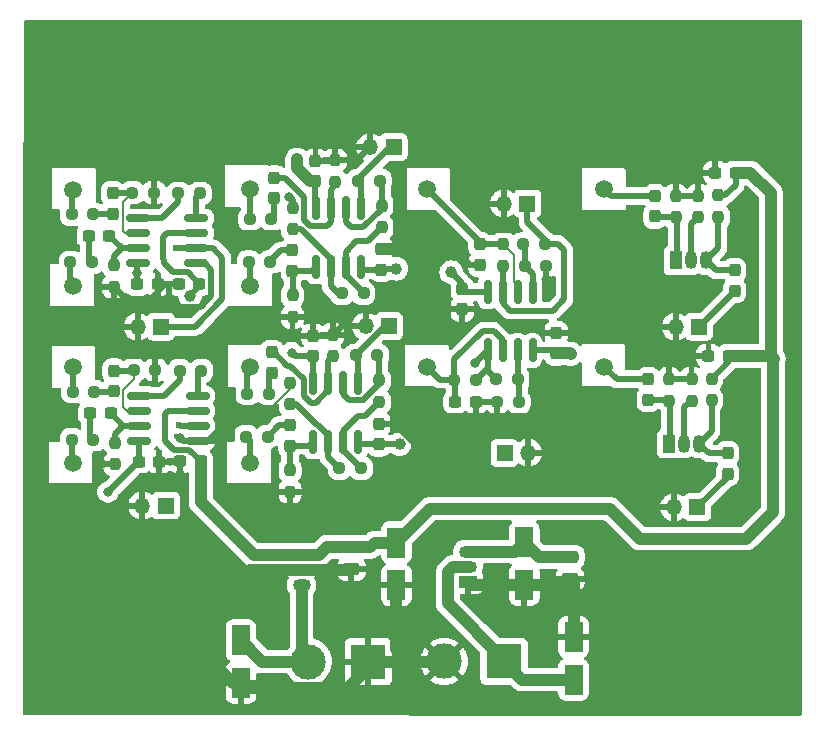
<source format=gbr>
%TF.GenerationSoftware,KiCad,Pcbnew,8.0.8*%
%TF.CreationDate,2025-08-26T11:44:10+12:00*%
%TF.ProjectId,esfgrid_ckt_Multi,65736667-7269-4645-9f63-6b745f4d756c,rev?*%
%TF.SameCoordinates,Original*%
%TF.FileFunction,Copper,L1,Top*%
%TF.FilePolarity,Positive*%
%FSLAX46Y46*%
G04 Gerber Fmt 4.6, Leading zero omitted, Abs format (unit mm)*
G04 Created by KiCad (PCBNEW 8.0.8) date 2025-08-26 11:44:10*
%MOMM*%
%LPD*%
G01*
G04 APERTURE LIST*
G04 Aperture macros list*
%AMRoundRect*
0 Rectangle with rounded corners*
0 $1 Rounding radius*
0 $2 $3 $4 $5 $6 $7 $8 $9 X,Y pos of 4 corners*
0 Add a 4 corners polygon primitive as box body*
4,1,4,$2,$3,$4,$5,$6,$7,$8,$9,$2,$3,0*
0 Add four circle primitives for the rounded corners*
1,1,$1+$1,$2,$3*
1,1,$1+$1,$4,$5*
1,1,$1+$1,$6,$7*
1,1,$1+$1,$8,$9*
0 Add four rect primitives between the rounded corners*
20,1,$1+$1,$2,$3,$4,$5,0*
20,1,$1+$1,$4,$5,$6,$7,0*
20,1,$1+$1,$6,$7,$8,$9,0*
20,1,$1+$1,$8,$9,$2,$3,0*%
G04 Aperture macros list end*
%TA.AperFunction,SMDPad,CuDef*%
%ADD10RoundRect,0.237500X-0.237500X0.300000X-0.237500X-0.300000X0.237500X-0.300000X0.237500X0.300000X0*%
%TD*%
%TA.AperFunction,SMDPad,CuDef*%
%ADD11RoundRect,0.237500X0.237500X-0.300000X0.237500X0.300000X-0.237500X0.300000X-0.237500X-0.300000X0*%
%TD*%
%TA.AperFunction,SMDPad,CuDef*%
%ADD12RoundRect,0.150000X-0.150000X0.825000X-0.150000X-0.825000X0.150000X-0.825000X0.150000X0.825000X0*%
%TD*%
%TA.AperFunction,SMDPad,CuDef*%
%ADD13RoundRect,0.150000X0.150000X-0.825000X0.150000X0.825000X-0.150000X0.825000X-0.150000X-0.825000X0*%
%TD*%
%TA.AperFunction,SMDPad,CuDef*%
%ADD14RoundRect,0.150000X-0.825000X-0.150000X0.825000X-0.150000X0.825000X0.150000X-0.825000X0.150000X0*%
%TD*%
%TA.AperFunction,SMDPad,CuDef*%
%ADD15RoundRect,0.237500X0.250000X0.237500X-0.250000X0.237500X-0.250000X-0.237500X0.250000X-0.237500X0*%
%TD*%
%TA.AperFunction,SMDPad,CuDef*%
%ADD16RoundRect,0.237500X0.237500X-0.250000X0.237500X0.250000X-0.237500X0.250000X-0.237500X-0.250000X0*%
%TD*%
%TA.AperFunction,SMDPad,CuDef*%
%ADD17RoundRect,0.237500X-0.237500X0.250000X-0.237500X-0.250000X0.237500X-0.250000X0.237500X0.250000X0*%
%TD*%
%TA.AperFunction,SMDPad,CuDef*%
%ADD18RoundRect,0.237500X-0.250000X-0.237500X0.250000X-0.237500X0.250000X0.237500X-0.250000X0.237500X0*%
%TD*%
%TA.AperFunction,SMDPad,CuDef*%
%ADD19RoundRect,0.237500X-0.300000X-0.237500X0.300000X-0.237500X0.300000X0.237500X-0.300000X0.237500X0*%
%TD*%
%TA.AperFunction,SMDPad,CuDef*%
%ADD20RoundRect,0.237500X0.300000X0.237500X-0.300000X0.237500X-0.300000X-0.237500X0.300000X-0.237500X0*%
%TD*%
%TA.AperFunction,SMDPad,CuDef*%
%ADD21RoundRect,0.250000X-0.550000X1.050000X-0.550000X-1.050000X0.550000X-1.050000X0.550000X1.050000X0*%
%TD*%
%TA.AperFunction,ComponentPad*%
%ADD22R,1.350000X1.350000*%
%TD*%
%TA.AperFunction,ComponentPad*%
%ADD23O,1.350000X1.350000*%
%TD*%
%TA.AperFunction,ComponentPad*%
%ADD24O,1.050000X1.500000*%
%TD*%
%TA.AperFunction,ComponentPad*%
%ADD25R,1.050000X1.500000*%
%TD*%
%TA.AperFunction,ComponentPad*%
%ADD26R,1.500000X1.050000*%
%TD*%
%TA.AperFunction,ComponentPad*%
%ADD27O,1.500000X1.050000*%
%TD*%
%TA.AperFunction,SMDPad,CuDef*%
%ADD28RoundRect,0.250000X0.475000X-0.250000X0.475000X0.250000X-0.475000X0.250000X-0.475000X-0.250000X0*%
%TD*%
%TA.AperFunction,ComponentPad*%
%ADD29R,3.000000X3.000000*%
%TD*%
%TA.AperFunction,ComponentPad*%
%ADD30C,3.000000*%
%TD*%
%TA.AperFunction,SMDPad,CuDef*%
%ADD31RoundRect,0.250000X0.550000X-1.050000X0.550000X1.050000X-0.550000X1.050000X-0.550000X-1.050000X0*%
%TD*%
%TA.AperFunction,ViaPad*%
%ADD32C,0.800000*%
%TD*%
%TA.AperFunction,ViaPad*%
%ADD33C,1.000000*%
%TD*%
%TA.AperFunction,ViaPad*%
%ADD34C,0.600000*%
%TD*%
%TA.AperFunction,ViaPad*%
%ADD35C,1.500000*%
%TD*%
%TA.AperFunction,Conductor*%
%ADD36C,1.000000*%
%TD*%
%TA.AperFunction,Conductor*%
%ADD37C,0.500000*%
%TD*%
%TA.AperFunction,Conductor*%
%ADD38C,0.200000*%
%TD*%
G04 APERTURE END LIST*
D10*
%TO.P,C18,1*%
%TO.N,GNDA*%
X215687600Y-69927500D03*
%TO.P,C18,2*%
%TO.N,/vn*%
X215687600Y-71652500D03*
%TD*%
D11*
%TO.P,C17,1*%
%TO.N,GNDA*%
X207727600Y-67922500D03*
%TO.P,C17,2*%
%TO.N,/vp*%
X207727600Y-66197500D03*
%TD*%
D12*
%TO.P,U7,1*%
%TO.N,/vo12*%
X199122600Y-59377500D03*
%TO.P,U7,2,-*%
%TO.N,Net-(U7A--)*%
X197852600Y-59377500D03*
%TO.P,U7,3,+*%
%TO.N,Net-(U7A-+)*%
X196582600Y-59377500D03*
%TO.P,U7,4,V-*%
%TO.N,/vn*%
X195312600Y-59377500D03*
%TO.P,U7,5,+*%
%TO.N,Net-(U7B-+)*%
X195312600Y-64327500D03*
%TO.P,U7,6,-*%
%TO.N,Net-(U7B--)*%
X196582600Y-64327500D03*
%TO.P,U7,7*%
%TO.N,Net-(R31-Pad2)*%
X197852600Y-64327500D03*
%TO.P,U7,8,V+*%
%TO.N,/vp*%
X199122600Y-64327500D03*
%TD*%
D13*
%TO.P,U5,8,V+*%
%TO.N,/vp*%
X209877600Y-66450000D03*
%TO.P,U5,7*%
%TO.N,/vo13*%
X211147600Y-66450000D03*
%TO.P,U5,6,-*%
%TO.N,/vs1_13*%
X212417600Y-66450000D03*
%TO.P,U5,5,+*%
%TO.N,Net-(U5B-+)*%
X213687600Y-66450000D03*
%TO.P,U5,4,V-*%
%TO.N,/vn*%
X213687600Y-71400000D03*
%TO.P,U5,3,+*%
%TO.N,Net-(U5A-+)*%
X212417600Y-71400000D03*
%TO.P,U5,2,-*%
%TO.N,/vs1_23*%
X211147600Y-71400000D03*
%TO.P,U5,1*%
%TO.N,/vo23*%
X209877600Y-71400000D03*
%TD*%
D14*
%TO.P,U4,1,Rg*%
%TO.N,Net-(R10-Pad1)*%
X180372600Y-75230000D03*
%TO.P,U4,2,-*%
%TO.N,Net-(U4--)*%
X180372600Y-76500000D03*
%TO.P,U4,3,+*%
%TO.N,Net-(U4-+)*%
X180372600Y-77770000D03*
%TO.P,U4,4,Vs-*%
%TO.N,/vn*%
X180372600Y-79040000D03*
%TO.P,U4,5,Ref*%
%TO.N,GNDA*%
X185322600Y-79040000D03*
%TO.P,U4,6*%
%TO.N,/vo21*%
X185322600Y-77770000D03*
%TO.P,U4,7,Vs+*%
%TO.N,/vp*%
X185322600Y-76500000D03*
%TO.P,U4,8,Rg*%
%TO.N,Net-(R10-Pad2)*%
X185322600Y-75230000D03*
%TD*%
D15*
%TO.P,R27,2*%
%TO.N,/vo22*%
X198732600Y-71810000D03*
%TO.P,R27,1*%
%TO.N,Net-(U6A--)*%
X200557600Y-71810000D03*
%TD*%
D16*
%TO.P,R26,2*%
%TO.N,Net-(U6A--)*%
X200717600Y-73940000D03*
%TO.P,R26,1*%
%TO.N,Net-(R23-Pad2)*%
X200717600Y-75765000D03*
%TD*%
D17*
%TO.P,R25,2*%
%TO.N,Net-(U6A-+)*%
X196767600Y-71902500D03*
%TO.P,R25,1*%
%TO.N,GNDA*%
X196767600Y-70077500D03*
%TD*%
D18*
%TO.P,R24,2*%
%TO.N,Net-(C23-Pad1)*%
X191362600Y-75050000D03*
%TO.P,R24,1*%
%TO.N,/vs1_22*%
X189537600Y-75050000D03*
%TD*%
%TO.P,R23,2*%
%TO.N,Net-(R23-Pad2)*%
X199167600Y-81360000D03*
%TO.P,R23,1*%
%TO.N,Net-(U6B--)*%
X197342600Y-81360000D03*
%TD*%
D16*
%TO.P,R21,2*%
%TO.N,Net-(U6B-+)*%
X193157600Y-81540000D03*
%TO.P,R21,1*%
%TO.N,GNDA*%
X193157600Y-83365000D03*
%TD*%
D18*
%TO.P,R20,2*%
%TO.N,Net-(C22-Pad1)*%
X191267600Y-78700000D03*
%TO.P,R20,1*%
%TO.N,/vs2_22*%
X189442600Y-78700000D03*
%TD*%
D17*
%TO.P,R19,2*%
%TO.N,Net-(Q1-S)*%
X227727600Y-60122500D03*
%TO.P,R19,1*%
%TO.N,GNDA*%
X227727600Y-58297500D03*
%TD*%
D16*
%TO.P,R18,2*%
%TO.N,/vp*%
X229427600Y-58265000D03*
%TO.P,R18,1*%
%TO.N,Net-(Q1-D)*%
X229427600Y-60090000D03*
%TD*%
D17*
%TO.P,R17,2*%
%TO.N,Net-(Q1-G)*%
X225807600Y-60130000D03*
%TO.P,R17,1*%
%TO.N,GNDA*%
X225807600Y-58305000D03*
%TD*%
D15*
%TO.P,R16,1*%
%TO.N,Net-(U5A-+)*%
X212430100Y-73830000D03*
%TO.P,R16,2*%
%TO.N,/vo23*%
X210605100Y-73830000D03*
%TD*%
D18*
%TO.P,R13,1*%
%TO.N,Net-(U5B-+)*%
X212905100Y-62380000D03*
%TO.P,R13,2*%
%TO.N,/vo13*%
X214730100Y-62380000D03*
%TD*%
%TO.P,R12,1*%
%TO.N,GNDA*%
X210705100Y-75750000D03*
%TO.P,R12,2*%
%TO.N,Net-(U5A-+)*%
X212530100Y-75750000D03*
%TD*%
D15*
%TO.P,R11,1*%
%TO.N,GNDA*%
X214840100Y-64210000D03*
%TO.P,R11,2*%
%TO.N,Net-(U5B-+)*%
X213015100Y-64210000D03*
%TD*%
D18*
%TO.P,R10,1*%
%TO.N,Net-(R10-Pad1)*%
X183815100Y-73120000D03*
%TO.P,R10,2*%
%TO.N,Net-(R10-Pad2)*%
X185640100Y-73120000D03*
%TD*%
%TO.P,R9,1*%
%TO.N,/vs2_21*%
X174675100Y-78960000D03*
%TO.P,R9,2*%
%TO.N,Net-(C12-Pad2)*%
X176500100Y-78960000D03*
%TD*%
%TO.P,R8,1*%
%TO.N,/vs1_21*%
X174775100Y-74890000D03*
%TO.P,R8,2*%
%TO.N,Net-(C11-Pad1)*%
X176600100Y-74890000D03*
%TD*%
D16*
%TO.P,R7,1*%
%TO.N,GNDA*%
X178327600Y-81030000D03*
%TO.P,R7,2*%
%TO.N,Net-(U4-+)*%
X178327600Y-79205000D03*
%TD*%
D15*
%TO.P,R6,1*%
%TO.N,GNDA*%
X181750100Y-73060000D03*
%TO.P,R6,2*%
%TO.N,Net-(U4--)*%
X179925100Y-73060000D03*
%TD*%
D10*
%TO.P,C25,1*%
%TO.N,GNDA*%
X195097600Y-70147500D03*
%TO.P,C25,2*%
%TO.N,/vn*%
X195097600Y-71872500D03*
%TD*%
%TO.P,C24,1*%
%TO.N,GNDA*%
X200677600Y-77615000D03*
%TO.P,C24,2*%
%TO.N,/vp*%
X200677600Y-79340000D03*
%TD*%
D11*
%TO.P,C23,2*%
%TO.N,Net-(U6A-+)*%
X191617600Y-71565000D03*
%TO.P,C23,1*%
%TO.N,Net-(C23-Pad1)*%
X191617600Y-73290000D03*
%TD*%
D19*
%TO.P,C21,2*%
%TO.N,/vp*%
X230887600Y-56340000D03*
%TO.P,C21,1*%
%TO.N,GNDA*%
X229162600Y-56340000D03*
%TD*%
D20*
%TO.P,C16,1*%
%TO.N,GNDA*%
X208867600Y-75740000D03*
%TO.P,C16,2*%
%TO.N,/vs1_23*%
X207142600Y-75740000D03*
%TD*%
D11*
%TO.P,C15,1*%
%TO.N,GNDA*%
X209237600Y-64142500D03*
%TO.P,C15,2*%
%TO.N,/vs1_13*%
X209237600Y-62417500D03*
%TD*%
D20*
%TO.P,C14,1*%
%TO.N,GNDA*%
X182057600Y-80820000D03*
%TO.P,C14,2*%
%TO.N,/vn*%
X180332600Y-80820000D03*
%TD*%
D19*
%TO.P,C13,1*%
%TO.N,GNDA*%
X183875100Y-80790000D03*
%TO.P,C13,2*%
%TO.N,/vp*%
X185600100Y-80790000D03*
%TD*%
D20*
%TO.P,C12,1*%
%TO.N,Net-(U4-+)*%
X177957600Y-76710000D03*
%TO.P,C12,2*%
%TO.N,Net-(C12-Pad2)*%
X176232600Y-76710000D03*
%TD*%
D11*
%TO.P,C11,1*%
%TO.N,Net-(C11-Pad1)*%
X178247600Y-74840000D03*
%TO.P,C11,2*%
%TO.N,Net-(U4--)*%
X178247600Y-73115000D03*
%TD*%
D10*
%TO.P,C29,1*%
%TO.N,GNDA*%
X195307601Y-55350000D03*
%TO.P,C29,2*%
%TO.N,/vn*%
X195307601Y-57075000D03*
%TD*%
%TO.P,C28,1*%
%TO.N,GNDA*%
X200887600Y-62817500D03*
%TO.P,C28,2*%
%TO.N,/vp*%
X200887600Y-64542500D03*
%TD*%
%TO.P,C31,1*%
%TO.N,Net-(Q2-D)*%
X230207600Y-80118750D03*
%TO.P,C31,2*%
%TO.N,/vo24*%
X230207600Y-81843750D03*
%TD*%
D21*
%TO.P,C2,1*%
%TO.N,GNDA*%
X217157600Y-95670000D03*
%TO.P,C2,2*%
%TO.N,Net-(J2-Pin_1)*%
X217157600Y-99270000D03*
%TD*%
D10*
%TO.P,C30,1*%
%TO.N,/vs1_24*%
X223467600Y-73838750D03*
%TO.P,C30,2*%
%TO.N,Net-(Q2-G)*%
X223467600Y-75563750D03*
%TD*%
D22*
%TO.P,J16,1,Pin_1*%
%TO.N,/vo13*%
X213257600Y-58960000D03*
D23*
%TO.P,J16,2,Pin_2*%
%TO.N,GNDA*%
X211257600Y-58960000D03*
%TD*%
D24*
%TO.P,Q1,3,D*%
%TO.N,Net-(Q1-D)*%
X228367600Y-63777500D03*
%TO.P,Q1,2,S*%
%TO.N,Net-(Q1-S)*%
X227097600Y-63777500D03*
D25*
%TO.P,Q1,1,G*%
%TO.N,Net-(Q1-G)*%
X225827600Y-63777500D03*
%TD*%
D17*
%TO.P,R36,1*%
%TO.N,GNDA*%
X225227600Y-73816250D03*
%TO.P,R36,2*%
%TO.N,Net-(Q2-G)*%
X225227600Y-75641250D03*
%TD*%
D19*
%TO.P,C32,1*%
%TO.N,GNDA*%
X228582600Y-71851250D03*
%TO.P,C32,2*%
%TO.N,/vp*%
X230307600Y-71851250D03*
%TD*%
D11*
%TO.P,C7,1*%
%TO.N,Net-(C7-Pad1)*%
X178137600Y-59820000D03*
%TO.P,C7,2*%
%TO.N,Net-(U3--)*%
X178137600Y-58095000D03*
%TD*%
D26*
%TO.P,U1,1,VO*%
%TO.N,/vp*%
X194137600Y-88720000D03*
D27*
%TO.P,U1,2,GND*%
%TO.N,GNDA*%
X194137600Y-89990000D03*
%TO.P,U1,3,VI*%
%TO.N,Net-(J1-Pin_2)*%
X194137600Y-91260000D03*
%TD*%
D20*
%TO.P,C10,1*%
%TO.N,GNDA*%
X181947600Y-65800000D03*
%TO.P,C10,2*%
%TO.N,/vn*%
X180222600Y-65800000D03*
%TD*%
%TO.P,C8,1*%
%TO.N,Net-(U3-+)*%
X177847600Y-61690000D03*
%TO.P,C8,2*%
%TO.N,Net-(C8-Pad2)*%
X176122600Y-61690000D03*
%TD*%
D22*
%TO.P,J3,1,Pin_1*%
%TO.N,/vo11*%
X182247600Y-69380000D03*
D23*
%TO.P,J3,2,Pin_2*%
%TO.N,GNDA*%
X180247600Y-69380000D03*
%TD*%
D17*
%TO.P,R22,2*%
%TO.N,Net-(U6B--)*%
X193167600Y-75945000D03*
%TO.P,R22,1*%
%TO.N,GNDA*%
X193167600Y-74120000D03*
%TD*%
D18*
%TO.P,R5,1*%
%TO.N,Net-(R5-Pad1)*%
X183705100Y-58100000D03*
%TO.P,R5,2*%
%TO.N,Net-(R5-Pad2)*%
X185530100Y-58100000D03*
%TD*%
D22*
%TO.P,J18,1,Pin_1*%
%TO.N,/vo14*%
X227797600Y-69380000D03*
D23*
%TO.P,J18,2,Pin_2*%
%TO.N,GNDA*%
X225797600Y-69380000D03*
%TD*%
D22*
%TO.P,J8,1,Pin_1*%
%TO.N,/vo12*%
X201927600Y-54180000D03*
D23*
%TO.P,J8,2,Pin_2*%
%TO.N,GNDA*%
X199927600Y-54180000D03*
%TD*%
D28*
%TO.P,C4,1*%
%TO.N,GNDA*%
X216867600Y-90770000D03*
%TO.P,C4,2*%
%TO.N,/vn*%
X216867600Y-88870000D03*
%TD*%
D18*
%TO.P,R4,1*%
%TO.N,/vs2_11*%
X174565100Y-63940000D03*
%TO.P,R4,2*%
%TO.N,Net-(C8-Pad2)*%
X176390100Y-63940000D03*
%TD*%
D29*
%TO.P,J2,1,Pin_1*%
%TO.N,Net-(J2-Pin_1)*%
X211277600Y-97730000D03*
D30*
%TO.P,J2,2,Pin_2*%
%TO.N,GNDA*%
X206197600Y-97730000D03*
%TD*%
D16*
%TO.P,R29,1*%
%TO.N,GNDA*%
X193367600Y-68567500D03*
%TO.P,R29,2*%
%TO.N,Net-(U7B-+)*%
X193367600Y-66742500D03*
%TD*%
D18*
%TO.P,R28,1*%
%TO.N,/vs2_12*%
X189652600Y-63902499D03*
%TO.P,R28,2*%
%TO.N,Net-(C26-Pad1)*%
X191477600Y-63902499D03*
%TD*%
D22*
%TO.P,J17,1,Pin_1*%
%TO.N,/vo23*%
X211317600Y-80060000D03*
D23*
%TO.P,J17,2,Pin_2*%
%TO.N,GNDA*%
X213317600Y-80060000D03*
%TD*%
D28*
%TO.P,C3,1*%
%TO.N,GNDA*%
X198337600Y-89920000D03*
%TO.P,C3,2*%
%TO.N,/vp*%
X198337600Y-88020000D03*
%TD*%
D21*
%TO.P,C1,1*%
%TO.N,Net-(J1-Pin_2)*%
X188997600Y-95920000D03*
%TO.P,C1,2*%
%TO.N,GNDA*%
X188997600Y-99520000D03*
%TD*%
D26*
%TO.P,U2,1,GND*%
%TO.N,GNDA*%
X208207600Y-90970000D03*
D27*
%TO.P,U2,2,VI*%
%TO.N,Net-(J2-Pin_1)*%
X208207600Y-89700000D03*
%TO.P,U2,3,VO*%
%TO.N,/vn*%
X208207600Y-88430000D03*
%TD*%
D29*
%TO.P,J1,1,Pin_1*%
%TO.N,GNDA*%
X199767600Y-97740000D03*
D30*
%TO.P,J1,2,Pin_2*%
%TO.N,Net-(J1-Pin_2)*%
X194687600Y-97740000D03*
%TD*%
D10*
%TO.P,C26,1*%
%TO.N,Net-(C26-Pad1)*%
X193357600Y-62922499D03*
%TO.P,C26,2*%
%TO.N,Net-(U7B-+)*%
X193357600Y-64647499D03*
%TD*%
D16*
%TO.P,R37,1*%
%TO.N,Net-(Q2-D)*%
X228847600Y-75601250D03*
%TO.P,R37,2*%
%TO.N,/vp*%
X228847600Y-73776250D03*
%TD*%
D10*
%TO.P,C22,2*%
%TO.N,Net-(U6B-+)*%
X193147600Y-79445000D03*
%TO.P,C22,1*%
%TO.N,Net-(C22-Pad1)*%
X193147600Y-77720000D03*
%TD*%
D25*
%TO.P,Q2,1,G*%
%TO.N,Net-(Q2-G)*%
X225247600Y-79288750D03*
D24*
%TO.P,Q2,2,S*%
%TO.N,Net-(Q2-S)*%
X226517600Y-79288750D03*
%TO.P,Q2,3,D*%
%TO.N,Net-(Q2-D)*%
X227787600Y-79288750D03*
%TD*%
D15*
%TO.P,R35,1*%
%TO.N,Net-(U7A--)*%
X200767600Y-57012500D03*
%TO.P,R35,2*%
%TO.N,/vo12*%
X198942600Y-57012500D03*
%TD*%
D11*
%TO.P,C27,1*%
%TO.N,Net-(C27-Pad1)*%
X191827600Y-58492500D03*
%TO.P,C27,2*%
%TO.N,Net-(U7A-+)*%
X191827600Y-56767500D03*
%TD*%
D17*
%TO.P,R14,1*%
%TO.N,/vs1_13*%
X211217600Y-62407500D03*
%TO.P,R14,2*%
%TO.N,/vo13*%
X211217600Y-64232500D03*
%TD*%
D14*
%TO.P,U3,1,Rg*%
%TO.N,Net-(R5-Pad1)*%
X180262600Y-60210000D03*
%TO.P,U3,2,-*%
%TO.N,Net-(U3--)*%
X180262600Y-61480000D03*
%TO.P,U3,3,+*%
%TO.N,Net-(U3-+)*%
X180262600Y-62750000D03*
%TO.P,U3,4,Vs-*%
%TO.N,/vn*%
X180262600Y-64020000D03*
%TO.P,U3,5,Ref*%
%TO.N,GNDA*%
X185212600Y-64020000D03*
%TO.P,U3,6*%
%TO.N,/vo11*%
X185212600Y-62750000D03*
%TO.P,U3,7,Vs+*%
%TO.N,/vp*%
X185212600Y-61480000D03*
%TO.P,U3,8,Rg*%
%TO.N,Net-(R5-Pad2)*%
X185212600Y-60210000D03*
%TD*%
D10*
%TO.P,C20,2*%
%TO.N,/vo14*%
X230787600Y-66332500D03*
%TO.P,C20,1*%
%TO.N,Net-(Q1-D)*%
X230787600Y-64607500D03*
%TD*%
D21*
%TO.P,C5,1*%
%TO.N,/vp*%
X202157600Y-87660000D03*
%TO.P,C5,2*%
%TO.N,GNDA*%
X202157600Y-91260000D03*
%TD*%
D18*
%TO.P,R3,1*%
%TO.N,/vs1_11*%
X174665100Y-59870000D03*
%TO.P,R3,2*%
%TO.N,Net-(C7-Pad1)*%
X176490100Y-59870000D03*
%TD*%
D17*
%TO.P,R33,1*%
%TO.N,GNDA*%
X196977601Y-55280000D03*
%TO.P,R33,2*%
%TO.N,Net-(U7A-+)*%
X196977601Y-57105000D03*
%TD*%
D31*
%TO.P,C6,1*%
%TO.N,GNDA*%
X212977600Y-91220000D03*
%TO.P,C6,2*%
%TO.N,/vn*%
X212977600Y-87620000D03*
%TD*%
D15*
%TO.P,R1,1*%
%TO.N,GNDA*%
X181640100Y-58040000D03*
%TO.P,R1,2*%
%TO.N,Net-(U3--)*%
X179815100Y-58040000D03*
%TD*%
D19*
%TO.P,C9,1*%
%TO.N,GNDA*%
X183765100Y-65770000D03*
%TO.P,C9,2*%
%TO.N,/vp*%
X185490100Y-65770000D03*
%TD*%
D18*
%TO.P,R31,1*%
%TO.N,Net-(U7B--)*%
X197552599Y-66562500D03*
%TO.P,R31,2*%
%TO.N,Net-(R31-Pad2)*%
X199377599Y-66562500D03*
%TD*%
%TO.P,R32,1*%
%TO.N,/vs1_12*%
X189747600Y-60252500D03*
%TO.P,R32,2*%
%TO.N,Net-(C27-Pad1)*%
X191572600Y-60252500D03*
%TD*%
D10*
%TO.P,C19,2*%
%TO.N,Net-(Q1-G)*%
X224047600Y-60052500D03*
%TO.P,C19,1*%
%TO.N,/vs1_14*%
X224047600Y-58327500D03*
%TD*%
D17*
%TO.P,R30,1*%
%TO.N,GNDA*%
X193377600Y-59322500D03*
%TO.P,R30,2*%
%TO.N,Net-(U7B--)*%
X193377600Y-61147500D03*
%TD*%
D16*
%TO.P,R34,1*%
%TO.N,Net-(R31-Pad2)*%
X200927600Y-60967501D03*
%TO.P,R34,2*%
%TO.N,Net-(U7A--)*%
X200927600Y-59142501D03*
%TD*%
D18*
%TO.P,R15,1*%
%TO.N,/vs1_23*%
X207072600Y-73860000D03*
%TO.P,R15,2*%
%TO.N,/vo23*%
X208897600Y-73860000D03*
%TD*%
D12*
%TO.P,U6,8,V+*%
%TO.N,/vp*%
X198912600Y-79125000D03*
%TO.P,U6,7*%
%TO.N,Net-(R23-Pad2)*%
X197642600Y-79125000D03*
%TO.P,U6,6,-*%
%TO.N,Net-(U6B--)*%
X196372600Y-79125000D03*
%TO.P,U6,5,+*%
%TO.N,Net-(U6B-+)*%
X195102600Y-79125000D03*
%TO.P,U6,4,V-*%
%TO.N,/vn*%
X195102600Y-74175000D03*
%TO.P,U6,3,+*%
%TO.N,Net-(U6A-+)*%
X196372600Y-74175000D03*
%TO.P,U6,2,-*%
%TO.N,Net-(U6A--)*%
X197642600Y-74175000D03*
%TO.P,U6,1*%
%TO.N,/vo22*%
X198912600Y-74175000D03*
%TD*%
D16*
%TO.P,R2,1*%
%TO.N,GNDA*%
X178217600Y-66010000D03*
%TO.P,R2,2*%
%TO.N,Net-(U3-+)*%
X178217600Y-64185000D03*
%TD*%
D17*
%TO.P,R38,1*%
%TO.N,GNDA*%
X227147600Y-73808750D03*
%TO.P,R38,2*%
%TO.N,Net-(Q2-S)*%
X227147600Y-75633750D03*
%TD*%
D23*
%TO.P,J19,2,Pin_2*%
%TO.N,GNDA*%
X225647600Y-84660000D03*
D22*
%TO.P,J19,1,Pin_1*%
%TO.N,/vo24*%
X227647600Y-84660000D03*
%TD*%
D23*
%TO.P,J7,2,Pin_2*%
%TO.N,GNDA*%
X180647600Y-84530000D03*
D22*
%TO.P,J7,1,Pin_1*%
%TO.N,/vo21*%
X182647600Y-84530000D03*
%TD*%
%TO.P,J9,1,Pin_1*%
%TO.N,/vo22*%
X201557600Y-69330000D03*
D23*
%TO.P,J9,2,Pin_2*%
%TO.N,GNDA*%
X199557600Y-69330000D03*
%TD*%
D32*
%TO.N,GNDA*%
X202485100Y-62817500D03*
X207897600Y-63610000D03*
X177237600Y-81030000D03*
X193097600Y-58370000D03*
X183847600Y-81890000D03*
X183847600Y-78780000D03*
X191287600Y-76510000D03*
X215197600Y-65510000D03*
%TO.N,/vo23*%
X208807600Y-72450000D03*
%TO.N,/vn*%
X180222600Y-64820000D03*
X177737600Y-83370000D03*
X193747600Y-55220000D03*
X193287600Y-71570000D03*
D33*
%TO.N,/vp*%
X206807600Y-64780000D03*
%TO.N,/vn*%
X216917600Y-71700000D03*
%TO.N,/vp*%
X202427600Y-79340000D03*
X202167600Y-64480000D03*
X184707600Y-66760000D03*
D34*
%TO.N,/vo11*%
X183537600Y-62740000D03*
%TO.N,/vo21*%
X183777600Y-77710000D03*
D35*
%TO.N,/vs2_22*%
X189755915Y-80913689D03*
%TO.N,/vs1_21*%
X174755915Y-72765541D03*
%TO.N,/vs2_21*%
X174755915Y-80913689D03*
%TO.N,/vs1_24*%
X219755915Y-72765541D03*
%TO.N,/vs1_22*%
X189755915Y-72765541D03*
%TO.N,/vs1_23*%
X204755915Y-72765541D03*
%TO.N,GNDA*%
X219755915Y-80913689D03*
X204755915Y-65913689D03*
X204755915Y-80913689D03*
X219755915Y-65913689D03*
%TO.N,/vs1_13*%
X204755915Y-57765541D03*
%TO.N,/vs2_12*%
X189755915Y-65913689D03*
%TO.N,/vs1_12*%
X189755915Y-57765541D03*
%TO.N,/vs1_11*%
X174757600Y-57771852D03*
%TO.N,/vs2_11*%
X174755915Y-65913689D03*
%TO.N,/vs1_14*%
X219755915Y-57765541D03*
%TD*%
D36*
%TO.N,GNDA*%
X200887600Y-62817500D02*
X202485100Y-62817500D01*
X202487600Y-62820000D02*
X202485100Y-62817500D01*
D37*
X208430100Y-64142500D02*
X207897600Y-63610000D01*
X209237600Y-64142500D02*
X208430100Y-64142500D01*
X200677600Y-77615000D02*
X202046103Y-77615000D01*
X202046103Y-77615000D02*
X204755915Y-80324812D01*
X204755915Y-80324812D02*
X204755915Y-80913689D01*
X178327600Y-81030000D02*
X177237600Y-81030000D01*
%TO.N,Net-(Q2-D)*%
X230207600Y-80118750D02*
X228617600Y-80118750D01*
X228617600Y-80118750D02*
X227787600Y-79288750D01*
%TO.N,Net-(Q1-D)*%
X230787600Y-64607500D02*
X229197600Y-64607500D01*
X229197600Y-64607500D02*
X228367600Y-63777500D01*
%TO.N,GNDA*%
X193377600Y-58650000D02*
X193097600Y-58370000D01*
X193377600Y-59322500D02*
X193377600Y-58650000D01*
X183875100Y-80790000D02*
X183875100Y-81862500D01*
X183875100Y-81862500D02*
X183847600Y-81890000D01*
X185322600Y-79040000D02*
X184107600Y-79040000D01*
X184107600Y-79040000D02*
X183847600Y-78780000D01*
X185322600Y-79040000D02*
X186177600Y-79040000D01*
X186177600Y-79040000D02*
X188707600Y-76510000D01*
X188707600Y-76510000D02*
X191287600Y-76510000D01*
D38*
X193167600Y-74630000D02*
X191287600Y-76510000D01*
X193167600Y-74120000D02*
X193167600Y-74630000D01*
D37*
%TO.N,Net-(U6B-+)*%
X193147600Y-79445000D02*
X194782600Y-79445000D01*
X194782600Y-79445000D02*
X195102600Y-79125000D01*
X193147600Y-79445000D02*
X193147600Y-81530000D01*
X193147600Y-81530000D02*
X193157600Y-81540000D01*
%TO.N,Net-(C22-Pad1)*%
X192157600Y-77810000D02*
X192157600Y-77790000D01*
X191267600Y-78700000D02*
X192157600Y-77810000D01*
X192157600Y-77790000D02*
X192227600Y-77720000D01*
X192227600Y-77720000D02*
X193147600Y-77720000D01*
%TO.N,Net-(U6A-+)*%
X191617600Y-71565000D02*
X191762600Y-71565000D01*
X191762600Y-71565000D02*
X192877600Y-72680000D01*
X196372600Y-74785000D02*
X196372600Y-74175000D01*
X192877600Y-72680000D02*
X193193954Y-72680000D01*
X193193954Y-72680000D02*
X194352600Y-73838646D01*
X194352600Y-73838646D02*
X194352600Y-75255000D01*
X195337600Y-75820000D02*
X196372600Y-74785000D01*
X194352600Y-75255000D02*
X194917600Y-75820000D01*
X194917600Y-75820000D02*
X195337600Y-75820000D01*
%TO.N,Net-(C23-Pad1)*%
X191362600Y-75050000D02*
X191362600Y-73545000D01*
X191362600Y-73545000D02*
X191617600Y-73290000D01*
%TO.N,GNDA*%
X214840100Y-65152500D02*
X215197600Y-65510000D01*
X214840100Y-64210000D02*
X214840100Y-65152500D01*
%TO.N,/vo23*%
X208827600Y-72450000D02*
X209877600Y-71400000D01*
X208807600Y-72450000D02*
X208827600Y-72450000D01*
%TO.N,GNDA*%
X208867600Y-75740000D02*
X210695100Y-75740000D01*
X210695100Y-75740000D02*
X210705100Y-75750000D01*
D38*
%TO.N,Net-(U4--)*%
X180372600Y-76500000D02*
X179357600Y-76500000D01*
X179357600Y-76500000D02*
X179037600Y-76180000D01*
X179037600Y-76180000D02*
X179037600Y-74740000D01*
X179925100Y-73852500D02*
X179925100Y-73060000D01*
X179037600Y-74740000D02*
X179925100Y-73852500D01*
%TO.N,Net-(U3--)*%
X179815100Y-58040000D02*
X178987600Y-58867500D01*
X178987600Y-61250000D02*
X179217600Y-61480000D01*
X178987600Y-58867500D02*
X178987600Y-61250000D01*
X179217600Y-61480000D02*
X180262600Y-61480000D01*
D37*
%TO.N,GNDA*%
X195097600Y-70147500D02*
X196697600Y-70147500D01*
X196697600Y-70147500D02*
X196767600Y-70077500D01*
%TO.N,/vo22*%
X201557600Y-69330000D02*
X201212600Y-69330000D01*
X201212600Y-69330000D02*
X198732600Y-71810000D01*
%TO.N,GNDA*%
X199557600Y-69330000D02*
X197515100Y-69330000D01*
X197515100Y-69330000D02*
X196767600Y-70077500D01*
D36*
%TO.N,/vp*%
X233858850Y-71851250D02*
X233858850Y-58061250D01*
X232137600Y-56340000D02*
X230887600Y-56340000D01*
X233858850Y-58061250D02*
X232137600Y-56340000D01*
X202157600Y-87660000D02*
X205027600Y-84790000D01*
X234067600Y-72160000D02*
X234117600Y-72110000D01*
X234117600Y-72110000D02*
X233858850Y-71851250D01*
X205027600Y-84790000D02*
X220227600Y-84790000D01*
X220227600Y-84790000D02*
X222767600Y-87330000D01*
X222767600Y-87330000D02*
X231787600Y-87330000D01*
X231787600Y-87330000D02*
X234067600Y-85050000D01*
X234067600Y-85050000D02*
X234067600Y-72160000D01*
X233858850Y-71851250D02*
X230307600Y-71851250D01*
D37*
%TO.N,/vo24*%
X230207600Y-82100000D02*
X227647600Y-84660000D01*
%TO.N,/vp*%
X230307600Y-71851250D02*
X230307600Y-72316250D01*
X230307600Y-72316250D02*
X228847600Y-73776250D01*
%TO.N,/vo14*%
X230787600Y-66390000D02*
X227797600Y-69380000D01*
%TO.N,/vp*%
X229427600Y-58265000D02*
X229982600Y-58265000D01*
X229982600Y-58265000D02*
X230887600Y-57360000D01*
X230887600Y-57360000D02*
X230887600Y-56340000D01*
%TO.N,/vn*%
X180222600Y-65800000D02*
X180222600Y-64820000D01*
X180222600Y-64820000D02*
X180222600Y-64060000D01*
X180287600Y-80820000D02*
X177737600Y-83370000D01*
%TO.N,/vo12*%
X198942600Y-56895000D02*
X201657600Y-54180000D01*
%TO.N,GNDA*%
X196977601Y-55280000D02*
X198827600Y-55280000D01*
X198827600Y-55280000D02*
X199927600Y-54180000D01*
X195307601Y-55350000D02*
X196907601Y-55350000D01*
D36*
%TO.N,/vn*%
X193747600Y-55220000D02*
X193747600Y-55989999D01*
X193747600Y-55989999D02*
X194832601Y-57075000D01*
X194832601Y-57075000D02*
X195307601Y-57075000D01*
D37*
X195097600Y-71872500D02*
X193590100Y-71872500D01*
X193590100Y-71872500D02*
X193287600Y-71570000D01*
%TO.N,/vs2_21*%
X174675100Y-78960000D02*
X174675100Y-80832874D01*
X174675100Y-80832874D02*
X174755915Y-80913689D01*
%TO.N,/vs1_21*%
X174775100Y-74890000D02*
X174775100Y-72784726D01*
X174775100Y-72784726D02*
X174755915Y-72765541D01*
%TO.N,/vs2_11*%
X174565100Y-63940000D02*
X174565100Y-65722874D01*
X174565100Y-65722874D02*
X174755915Y-65913689D01*
%TO.N,/vs1_11*%
X174665100Y-59870000D02*
X174665100Y-57864352D01*
X174665100Y-57864352D02*
X174757600Y-57771852D01*
%TO.N,/vp*%
X207727600Y-66197500D02*
X207727600Y-65700000D01*
X207727600Y-65700000D02*
X206807600Y-64780000D01*
D36*
%TO.N,/vn*%
X215687600Y-71652500D02*
X216870100Y-71652500D01*
X216870100Y-71652500D02*
X216917600Y-71700000D01*
D37*
%TO.N,/vp*%
X200677600Y-79340000D02*
X202427600Y-79340000D01*
X202167600Y-64480000D02*
X200950100Y-64480000D01*
X185490100Y-65977500D02*
X184707600Y-66760000D01*
%TO.N,GNDA*%
X185967600Y-64020000D02*
X186497600Y-64550000D01*
X186497600Y-64550000D02*
X186497600Y-66820000D01*
X186497600Y-66820000D02*
X185607600Y-67710000D01*
X185607600Y-67710000D02*
X183637600Y-67710000D01*
X185212600Y-64020000D02*
X185967600Y-64020000D01*
X183637600Y-67710000D02*
X182897600Y-66970000D01*
X182897600Y-66970000D02*
X182897600Y-65800000D01*
%TO.N,/vo11*%
X183547600Y-62750000D02*
X183537600Y-62740000D01*
X185212600Y-62750000D02*
X183547600Y-62750000D01*
%TO.N,/vs1_24*%
X223467600Y-73838750D02*
X220829124Y-73838750D01*
X220829124Y-73838750D02*
X219755915Y-72765541D01*
%TO.N,/vs1_14*%
X224047600Y-58327500D02*
X220317874Y-58327500D01*
X220317874Y-58327500D02*
X219755915Y-57765541D01*
%TO.N,/vs2_22*%
X189755915Y-80913689D02*
X189755915Y-79013315D01*
X189755915Y-79013315D02*
X189442600Y-78700000D01*
%TO.N,/vs1_22*%
X189537600Y-75050000D02*
X189537600Y-72983856D01*
X189537600Y-72983856D02*
X189755915Y-72765541D01*
%TO.N,Net-(U6B--)*%
X193167600Y-75945000D02*
X193652600Y-75945000D01*
X193652600Y-75945000D02*
X195407600Y-77700000D01*
X195407600Y-77700000D02*
X195505284Y-77700000D01*
X195505284Y-77700000D02*
X196372600Y-78567316D01*
%TO.N,/vo22*%
X198912600Y-74175000D02*
X198912600Y-71990000D01*
%TO.N,Net-(U6A--)*%
X200717600Y-73940000D02*
X200717600Y-71970000D01*
X200717600Y-73940000D02*
X200717600Y-74197684D01*
X200717600Y-74197684D02*
X199447600Y-75467684D01*
X199447600Y-75467684D02*
X199447600Y-75630000D01*
X199447600Y-75630000D02*
X198157600Y-75630000D01*
X197642600Y-75115000D02*
X197642600Y-74175000D01*
X198157600Y-75630000D02*
X197642600Y-75115000D01*
%TO.N,Net-(R23-Pad2)*%
X197642600Y-79125000D02*
X197642600Y-78195000D01*
X197642600Y-78195000D02*
X198887600Y-76950000D01*
X198887600Y-76950000D02*
X199532600Y-76950000D01*
X199532600Y-76950000D02*
X200717600Y-75765000D01*
%TO.N,/vp*%
X200677600Y-79340000D02*
X199127600Y-79340000D01*
X199127600Y-79340000D02*
X198912600Y-79125000D01*
%TO.N,Net-(R23-Pad2)*%
X199167600Y-81360000D02*
X197642600Y-79835000D01*
%TO.N,Net-(U6B--)*%
X197342600Y-81360000D02*
X196372600Y-80390000D01*
X196372600Y-80390000D02*
X196372600Y-79125000D01*
%TO.N,Net-(U6A-+)*%
X196372600Y-74175000D02*
X196372600Y-72297500D01*
X196372600Y-72297500D02*
X196767600Y-71902500D01*
%TO.N,/vn*%
X195102600Y-74175000D02*
X195102600Y-71877500D01*
%TO.N,/vo21*%
X185322600Y-77770000D02*
X183837600Y-77770000D01*
X183837600Y-77770000D02*
X183777600Y-77710000D01*
D36*
%TO.N,/vp*%
X194137600Y-88720000D02*
X190087600Y-88720000D01*
X185600100Y-84232500D02*
X185600100Y-80790000D01*
X190087600Y-88720000D02*
X185600100Y-84232500D01*
D37*
%TO.N,Net-(U7A-+)*%
X196582600Y-59377500D02*
X196582600Y-60505000D01*
X194807600Y-60830000D02*
X194357600Y-60380000D01*
X196582600Y-60505000D02*
X196257600Y-60830000D01*
X196257600Y-60830000D02*
X194807600Y-60830000D01*
X194357600Y-60380000D02*
X194357600Y-58370000D01*
X194357600Y-58370000D02*
X192755100Y-56767500D01*
X192755100Y-56767500D02*
X191827600Y-56767500D01*
%TO.N,Net-(U7B--)*%
X193377600Y-61147500D02*
X194095100Y-61147500D01*
X194095100Y-61147500D02*
X196582600Y-63635000D01*
%TO.N,Net-(R31-Pad2)*%
X199377599Y-66562500D02*
X197852600Y-65037501D01*
%TO.N,Net-(U7B-+)*%
X193367600Y-66742500D02*
X193367600Y-64657499D01*
X193357600Y-64647499D02*
X194992601Y-64647499D01*
X194992601Y-64647499D02*
X195312600Y-64327500D01*
%TO.N,Net-(C26-Pad1)*%
X191477600Y-63830000D02*
X192385101Y-62922499D01*
X192385101Y-62922499D02*
X193357600Y-62922499D01*
%TO.N,/vs2_12*%
X189755915Y-65913689D02*
X189755915Y-64005814D01*
%TO.N,/vp*%
X200887600Y-64542500D02*
X199337600Y-64542500D01*
X199337600Y-64542500D02*
X199122600Y-64327500D01*
%TO.N,Net-(R31-Pad2)*%
X200927600Y-60967501D02*
X199725101Y-62170000D01*
X197852600Y-63035000D02*
X197852600Y-64327500D01*
X199725101Y-62170000D02*
X198717600Y-62170000D01*
X198717600Y-62170000D02*
X197852600Y-63035000D01*
%TO.N,Net-(U7A--)*%
X200927600Y-59142501D02*
X200927600Y-59400184D01*
X197852600Y-60495000D02*
X197852600Y-59377500D01*
X200927600Y-59400184D02*
X199367784Y-60960000D01*
X199367784Y-60960000D02*
X198317600Y-60960000D01*
X198317600Y-60960000D02*
X197852600Y-60495000D01*
%TO.N,Net-(C27-Pad1)*%
X191572600Y-60252500D02*
X191837600Y-59987500D01*
X191837600Y-59987500D02*
X191837600Y-58502500D01*
%TO.N,Net-(U7A-+)*%
X196977601Y-57105000D02*
X196977601Y-57419999D01*
X196977601Y-57419999D02*
X196582600Y-57815000D01*
X196582600Y-57815000D02*
X196582600Y-59377500D01*
%TO.N,Net-(U7B--)*%
X197552599Y-66562500D02*
X197180100Y-66562500D01*
X197180100Y-66562500D02*
X196582600Y-65965000D01*
X196582600Y-65965000D02*
X196582600Y-64327500D01*
%TO.N,Net-(U7A--)*%
X200927600Y-59142501D02*
X200927600Y-57172500D01*
%TO.N,/vo12*%
X199122600Y-59377500D02*
X199122600Y-57192500D01*
%TO.N,/vn*%
X195307601Y-57075000D02*
X195307601Y-59372501D01*
%TO.N,/vs1_12*%
X189755915Y-57765541D02*
X189755915Y-60244185D01*
%TO.N,Net-(C11-Pad1)*%
X176600100Y-74890000D02*
X178197600Y-74890000D01*
%TO.N,Net-(U4--)*%
X178247600Y-73115000D02*
X179870100Y-73115000D01*
%TO.N,Net-(U4-+)*%
X179017600Y-77770000D02*
X180372600Y-77770000D01*
X177957600Y-76710000D02*
X179017600Y-77770000D01*
%TO.N,Net-(C12-Pad2)*%
X176232600Y-78692500D02*
X176500100Y-78960000D01*
X176232600Y-76710000D02*
X176232600Y-78692500D01*
%TO.N,Net-(U4-+)*%
X178327600Y-78460000D02*
X179017600Y-77770000D01*
X178327600Y-79205000D02*
X178327600Y-78460000D01*
%TO.N,/vn*%
X180332600Y-80820000D02*
X180332600Y-79080000D01*
%TO.N,/vp*%
X182837600Y-76500000D02*
X185322600Y-76500000D01*
X182547600Y-76790000D02*
X182837600Y-76500000D01*
X182577600Y-78740000D02*
X182547600Y-78710000D01*
X182577600Y-79050000D02*
X182577600Y-78740000D01*
X184600100Y-79790000D02*
X183317600Y-79790000D01*
X182547600Y-78710000D02*
X182547600Y-76790000D01*
X183317600Y-79790000D02*
X182577600Y-79050000D01*
X185600100Y-80790000D02*
X184600100Y-79790000D01*
%TO.N,Net-(R10-Pad2)*%
X185322600Y-73437500D02*
X185640100Y-73120000D01*
X185322600Y-75230000D02*
X185322600Y-73437500D01*
%TO.N,Net-(R10-Pad1)*%
X183815100Y-73872500D02*
X183815100Y-73120000D01*
X182457600Y-75230000D02*
X183815100Y-73872500D01*
X180372600Y-75230000D02*
X182457600Y-75230000D01*
%TO.N,GNDA*%
X182717600Y-80820000D02*
X183007600Y-80820000D01*
X183007600Y-80820000D02*
X183845100Y-80820000D01*
X182057600Y-80820000D02*
X183007600Y-80820000D01*
X183007600Y-80890000D02*
X183007600Y-80820000D01*
%TO.N,/vo13*%
X211147600Y-66450000D02*
X211147600Y-67390000D01*
X211147600Y-67390000D02*
X211777600Y-68020000D01*
X211777600Y-68020000D02*
X215427600Y-68020000D01*
X215427600Y-68020000D02*
X216387600Y-67060000D01*
X216387600Y-67060000D02*
X216387600Y-62920000D01*
X216387600Y-62920000D02*
X215847600Y-62380000D01*
X215847600Y-62380000D02*
X214730100Y-62380000D01*
%TO.N,/vs1_13*%
X212417600Y-65910000D02*
X212347600Y-65840000D01*
D38*
X212417600Y-65910000D02*
X212147600Y-65640000D01*
X212147600Y-65640000D02*
X212147600Y-63337500D01*
X212147600Y-63337500D02*
X211217600Y-62407500D01*
D37*
%TO.N,/vo13*%
X214730100Y-62380000D02*
X214730100Y-62002500D01*
X214730100Y-62002500D02*
X213257600Y-60530000D01*
X213257600Y-60530000D02*
X213257600Y-58960000D01*
%TO.N,Net-(U5B-+)*%
X213015100Y-64210000D02*
X213015100Y-62490000D01*
%TO.N,/vs1_23*%
X211147600Y-71400000D02*
X211147600Y-70500000D01*
X211147600Y-70500000D02*
X210397600Y-69750000D01*
X210397600Y-69750000D02*
X209477600Y-69750000D01*
X207072600Y-72155000D02*
X207072600Y-73860000D01*
X209477600Y-69750000D02*
X207072600Y-72155000D01*
%TO.N,Net-(U5A-+)*%
X212430100Y-73830000D02*
X212430100Y-71412500D01*
X212530100Y-75750000D02*
X212530100Y-73930000D01*
%TO.N,/vs1_23*%
X207072600Y-73860000D02*
X205850374Y-73860000D01*
X205850374Y-73860000D02*
X204755915Y-72765541D01*
X207142600Y-75740000D02*
X207142600Y-73930000D01*
%TO.N,/vo23*%
X210605100Y-73830000D02*
X209877600Y-73102500D01*
X209877600Y-73102500D02*
X209877600Y-71400000D01*
X209877600Y-71400000D02*
X209877600Y-72880000D01*
X209877600Y-72880000D02*
X208897600Y-73860000D01*
%TO.N,/vs1_13*%
X209237600Y-62247226D02*
X204755915Y-57765541D01*
%TO.N,Net-(U5B-+)*%
X213687600Y-66450000D02*
X213687600Y-64882500D01*
X213687600Y-64882500D02*
X213015100Y-64210000D01*
%TO.N,/vo13*%
X211217600Y-64232500D02*
X211217600Y-66380000D01*
X211217600Y-66380000D02*
X211147600Y-66450000D01*
%TO.N,/vs1_13*%
X211217600Y-62407500D02*
X209247600Y-62407500D01*
%TO.N,/vn*%
X213687600Y-71400000D02*
X215435100Y-71400000D01*
X215435100Y-71400000D02*
X215687600Y-71652500D01*
%TO.N,/vp*%
X209877600Y-66450000D02*
X207980100Y-66450000D01*
X207980100Y-66450000D02*
X207727600Y-66197500D01*
%TO.N,Net-(Q2-S)*%
X227097600Y-75633750D02*
X226517600Y-76213750D01*
X226517600Y-76213750D02*
X226517600Y-79288750D01*
%TO.N,Net-(Q2-D)*%
X228847600Y-78228750D02*
X227787600Y-79288750D01*
X228847600Y-75571250D02*
X228847600Y-78228750D01*
%TO.N,Net-(Q2-G)*%
X225327600Y-75641250D02*
X225327600Y-79208750D01*
X223617600Y-75581250D02*
X225267600Y-75581250D01*
%TO.N,GNDA*%
X227097600Y-73808750D02*
X225335100Y-73808750D01*
%TO.N,/vo11*%
X182247600Y-69380000D02*
X185117600Y-69380000D01*
X185117600Y-69380000D02*
X187427600Y-67070000D01*
X187427600Y-63550000D02*
X186627600Y-62750000D01*
X186627600Y-62750000D02*
X185212600Y-62750000D01*
X187427600Y-67070000D02*
X187427600Y-63550000D01*
%TO.N,GNDA*%
X181947600Y-65800000D02*
X182897600Y-65800000D01*
X182897600Y-65800000D02*
X183735100Y-65800000D01*
X180247600Y-69380000D02*
X180247600Y-68160000D01*
X180247600Y-68160000D02*
X182607600Y-65800000D01*
X182607600Y-65800000D02*
X182897600Y-65800000D01*
X180247600Y-69380000D02*
X180247600Y-68040000D01*
X180247600Y-68040000D02*
X178217600Y-66010000D01*
%TO.N,Net-(R5-Pad1)*%
X180262600Y-60210000D02*
X182347600Y-60210000D01*
X182347600Y-60210000D02*
X183705100Y-58852500D01*
X183705100Y-58852500D02*
X183705100Y-58100000D01*
%TO.N,Net-(R5-Pad2)*%
X185212600Y-60210000D02*
X185212600Y-58417500D01*
X185212600Y-58417500D02*
X185530100Y-58100000D01*
%TO.N,/vp*%
X185490100Y-65770000D02*
X184490100Y-64770000D01*
X183207600Y-64770000D02*
X182467600Y-64030000D01*
X182437600Y-63690000D02*
X182437600Y-61770000D01*
X184490100Y-64770000D02*
X183207600Y-64770000D01*
X182467600Y-64030000D02*
X182467600Y-63720000D01*
X182467600Y-63720000D02*
X182437600Y-63690000D01*
X182437600Y-61770000D02*
X182727600Y-61480000D01*
X182727600Y-61480000D02*
X185212600Y-61480000D01*
%TO.N,Net-(U3-+)*%
X178217600Y-64185000D02*
X178217600Y-63440000D01*
X178217600Y-63440000D02*
X178907600Y-62750000D01*
%TO.N,Net-(C8-Pad2)*%
X176122600Y-61690000D02*
X176122600Y-63672500D01*
X176122600Y-63672500D02*
X176390100Y-63940000D01*
%TO.N,Net-(U3-+)*%
X177847600Y-61690000D02*
X178907600Y-62750000D01*
X178907600Y-62750000D02*
X180262600Y-62750000D01*
%TO.N,Net-(U3--)*%
X178137600Y-58095000D02*
X179760100Y-58095000D01*
%TO.N,Net-(C7-Pad1)*%
X176490100Y-59870000D02*
X178087600Y-59870000D01*
D36*
%TO.N,GNDA*%
X187227600Y-92560000D02*
X187227600Y-98410000D01*
X202157600Y-91260000D02*
X202157600Y-96680000D01*
X189477600Y-100000000D02*
X188997600Y-99520000D01*
X202157600Y-96680000D02*
X203217600Y-97740000D01*
D37*
X227677600Y-58297500D02*
X225915100Y-58297500D01*
D36*
X212977600Y-91220000D02*
X216417600Y-91220000D01*
X203217600Y-97740000D02*
X206187600Y-97740000D01*
X199767600Y-97740000D02*
X203217600Y-97740000D01*
X216417600Y-91220000D02*
X216867600Y-90770000D01*
X198267600Y-89990000D02*
X194137600Y-89990000D01*
X212977600Y-91220000D02*
X208457600Y-91220000D01*
X194137600Y-89990000D02*
X189797600Y-89990000D01*
X217157600Y-95670000D02*
X217157600Y-91060000D01*
X187227600Y-98410000D02*
X188337600Y-99520000D01*
X198337600Y-89920000D02*
X198267600Y-89990000D01*
X189797600Y-89990000D02*
X187227600Y-92560000D01*
X188337600Y-99520000D02*
X188997600Y-99520000D01*
X208457600Y-91220000D02*
X208207600Y-90970000D01*
X199767600Y-98290000D02*
X198057600Y-100000000D01*
X198057600Y-100000000D02*
X189477600Y-100000000D01*
X217157600Y-91060000D02*
X216867600Y-90770000D01*
%TO.N,Net-(J1-Pin_2)*%
X194137600Y-91260000D02*
X194137600Y-97190000D01*
X190817600Y-97740000D02*
X188997600Y-95920000D01*
X194687600Y-97740000D02*
X190817600Y-97740000D01*
%TO.N,/vn*%
X214227600Y-88870000D02*
X212977600Y-87620000D01*
X208207600Y-88430000D02*
X212167600Y-88430000D01*
X212167600Y-88430000D02*
X212977600Y-87620000D01*
X216867600Y-88870000D02*
X214227600Y-88870000D01*
%TO.N,Net-(J2-Pin_1)*%
X211277600Y-97570000D02*
X206507600Y-92800000D01*
X212817600Y-99270000D02*
X211277600Y-97730000D01*
X206507600Y-90160000D02*
X206967600Y-89700000D01*
X217157600Y-99270000D02*
X212817600Y-99270000D01*
X206967600Y-89700000D02*
X208207600Y-89700000D01*
X206507600Y-92800000D02*
X206507600Y-90160000D01*
%TO.N,/vp*%
X195577600Y-88720000D02*
X196277600Y-88020000D01*
X194137600Y-88720000D02*
X195577600Y-88720000D01*
X199957600Y-88020000D02*
X200317600Y-87660000D01*
X198337600Y-88020000D02*
X199957600Y-88020000D01*
X196277600Y-88020000D02*
X198337600Y-88020000D01*
X200317600Y-87660000D02*
X202157600Y-87660000D01*
D37*
%TO.N,Net-(Q1-G)*%
X224197600Y-60070000D02*
X225847600Y-60070000D01*
X225907600Y-60130000D02*
X225907600Y-63697500D01*
%TO.N,Net-(Q1-D)*%
X229427600Y-60060000D02*
X229427600Y-62717500D01*
X229427600Y-62717500D02*
X228367600Y-63777500D01*
%TO.N,Net-(Q1-S)*%
X227097600Y-60702500D02*
X227097600Y-63777500D01*
X227677600Y-60122500D02*
X227097600Y-60702500D01*
%TD*%
%TA.AperFunction,Conductor*%
%TO.N,GNDA*%
G36*
X183476312Y-78452666D02*
G01*
X183598345Y-78495368D01*
X183598351Y-78495368D01*
X183598353Y-78495369D01*
X183623911Y-78498248D01*
X183683093Y-78504916D01*
X183693384Y-78506516D01*
X183763682Y-78520500D01*
X183769742Y-78521097D01*
X183769607Y-78522463D01*
X183829960Y-78540185D01*
X183875715Y-78592989D01*
X183885659Y-78662147D01*
X183881997Y-78679095D01*
X183850500Y-78787504D01*
X183850499Y-78787510D01*
X183847600Y-78824350D01*
X183847600Y-78915500D01*
X183827915Y-78982539D01*
X183775111Y-79028294D01*
X183723600Y-79039500D01*
X183679830Y-79039500D01*
X183612791Y-79019815D01*
X183592149Y-79003181D01*
X183364419Y-78775451D01*
X183330934Y-78714128D01*
X183328100Y-78687770D01*
X183328100Y-78666079D01*
X183313742Y-78593901D01*
X183319969Y-78524310D01*
X183362831Y-78469132D01*
X183428721Y-78445887D01*
X183476312Y-78452666D01*
G37*
%TD.AperFunction*%
%TA.AperFunction,Conductor*%
G36*
X186596434Y-64632920D02*
G01*
X186652367Y-64674792D01*
X186676784Y-64740256D01*
X186677100Y-64749102D01*
X186677100Y-65127533D01*
X186657415Y-65194572D01*
X186604611Y-65240327D01*
X186535453Y-65250271D01*
X186471897Y-65221246D01*
X186447561Y-65192630D01*
X186372940Y-65071650D01*
X186269308Y-64968018D01*
X186235823Y-64906695D01*
X186240807Y-64837003D01*
X186282679Y-64781070D01*
X186293869Y-64773605D01*
X186439149Y-64687687D01*
X186439161Y-64687678D01*
X186465419Y-64661421D01*
X186526742Y-64627936D01*
X186596434Y-64632920D01*
G37*
%TD.AperFunction*%
%TA.AperFunction,Conductor*%
G36*
X215033139Y-64229685D02*
G01*
X215078894Y-64282489D01*
X215090100Y-64334000D01*
X215090100Y-65184999D01*
X215139240Y-65184999D01*
X215139254Y-65184998D01*
X215240252Y-65174680D01*
X215403900Y-65120453D01*
X215403911Y-65120448D01*
X215448003Y-65093252D01*
X215515395Y-65074811D01*
X215582059Y-65095733D01*
X215626828Y-65149375D01*
X215637100Y-65198790D01*
X215637100Y-66697770D01*
X215617415Y-66764809D01*
X215600781Y-66785451D01*
X215153051Y-67233181D01*
X215091728Y-67266666D01*
X215065370Y-67269500D01*
X214612100Y-67269500D01*
X214545061Y-67249815D01*
X214499306Y-67197011D01*
X214488100Y-67145500D01*
X214488100Y-65559313D01*
X214488099Y-65559298D01*
X214487711Y-65554370D01*
X214485198Y-65522431D01*
X214485197Y-65522426D01*
X214443024Y-65377265D01*
X214438100Y-65342670D01*
X214438100Y-65308999D01*
X214457785Y-65241960D01*
X214510589Y-65196205D01*
X214562098Y-65184999D01*
X214590099Y-65184998D01*
X214590100Y-65184998D01*
X214590100Y-64334000D01*
X214609785Y-64266961D01*
X214662589Y-64221206D01*
X214714100Y-64210000D01*
X214966100Y-64210000D01*
X215033139Y-64229685D01*
G37*
%TD.AperFunction*%
%TA.AperFunction,Conductor*%
G36*
X236460999Y-43439671D02*
G01*
X236506754Y-43492475D01*
X236517960Y-43543986D01*
X236517960Y-102180020D01*
X236498275Y-102247059D01*
X236445471Y-102292814D01*
X236393876Y-102304020D01*
X170636307Y-102259479D01*
X170569281Y-102239749D01*
X170523562Y-102186914D01*
X170512391Y-102135232D01*
X170515408Y-100619986D01*
X187697601Y-100619986D01*
X187708094Y-100722697D01*
X187763241Y-100889119D01*
X187763243Y-100889124D01*
X187855284Y-101038345D01*
X187979254Y-101162315D01*
X188128475Y-101254356D01*
X188128480Y-101254358D01*
X188294902Y-101309505D01*
X188294909Y-101309506D01*
X188397619Y-101319999D01*
X188747599Y-101319999D01*
X189247600Y-101319999D01*
X189597572Y-101319999D01*
X189597586Y-101319998D01*
X189700297Y-101309505D01*
X189866719Y-101254358D01*
X189866724Y-101254356D01*
X190015945Y-101162315D01*
X190139915Y-101038345D01*
X190231956Y-100889124D01*
X190231958Y-100889119D01*
X190287105Y-100722697D01*
X190287106Y-100722690D01*
X190297599Y-100619986D01*
X190297600Y-100619973D01*
X190297600Y-99770000D01*
X189247600Y-99770000D01*
X189247600Y-101319999D01*
X188747599Y-101319999D01*
X188747600Y-101319998D01*
X188747600Y-99770000D01*
X187697601Y-99770000D01*
X187697601Y-100619986D01*
X170515408Y-100619986D01*
X170515906Y-100370016D01*
X170547939Y-84279999D01*
X179497094Y-84279999D01*
X179497095Y-84280000D01*
X180331914Y-84280000D01*
X180327520Y-84284394D01*
X180274859Y-84375606D01*
X180247600Y-84477339D01*
X180247600Y-84582661D01*
X180274859Y-84684394D01*
X180327520Y-84775606D01*
X180331914Y-84780000D01*
X179497095Y-84780000D01*
X179547251Y-84956280D01*
X179644315Y-85151208D01*
X179775545Y-85324985D01*
X179936468Y-85471685D01*
X180121612Y-85586322D01*
X180121623Y-85586327D01*
X180324660Y-85664984D01*
X180397600Y-85678619D01*
X180397600Y-84845686D01*
X180401994Y-84850080D01*
X180493206Y-84902741D01*
X180594939Y-84930000D01*
X180700261Y-84930000D01*
X180801994Y-84902741D01*
X180893206Y-84850080D01*
X180897600Y-84845686D01*
X180897600Y-85678619D01*
X180970539Y-85664984D01*
X181173576Y-85586327D01*
X181173587Y-85586322D01*
X181358727Y-85471687D01*
X181369706Y-85461679D01*
X181432509Y-85431060D01*
X181501897Y-85439256D01*
X181552513Y-85479003D01*
X181615052Y-85562544D01*
X181615055Y-85562547D01*
X181730264Y-85648793D01*
X181730271Y-85648797D01*
X181865117Y-85699091D01*
X181865116Y-85699091D01*
X181872044Y-85699835D01*
X181924727Y-85705500D01*
X183370472Y-85705499D01*
X183430083Y-85699091D01*
X183564931Y-85648796D01*
X183680146Y-85562546D01*
X183766396Y-85447331D01*
X183816691Y-85312483D01*
X183823100Y-85252873D01*
X183823099Y-83807128D01*
X183816691Y-83747517D01*
X183813247Y-83738284D01*
X183766397Y-83612671D01*
X183766393Y-83612664D01*
X183680147Y-83497455D01*
X183680144Y-83497452D01*
X183564935Y-83411206D01*
X183564928Y-83411202D01*
X183430082Y-83360908D01*
X183430083Y-83360908D01*
X183370483Y-83354501D01*
X183370481Y-83354500D01*
X183370473Y-83354500D01*
X183370464Y-83354500D01*
X181924729Y-83354500D01*
X181924723Y-83354501D01*
X181865116Y-83360908D01*
X181730271Y-83411202D01*
X181730264Y-83411206D01*
X181615055Y-83497452D01*
X181615052Y-83497455D01*
X181552513Y-83580997D01*
X181496580Y-83622868D01*
X181426888Y-83627852D01*
X181369709Y-83598323D01*
X181358730Y-83588314D01*
X181358725Y-83588310D01*
X181173587Y-83473677D01*
X181173585Y-83473676D01*
X180970531Y-83395013D01*
X180970521Y-83395010D01*
X180897601Y-83381378D01*
X180897600Y-83381379D01*
X180897600Y-84214314D01*
X180893206Y-84209920D01*
X180801994Y-84157259D01*
X180700261Y-84130000D01*
X180594939Y-84130000D01*
X180493206Y-84157259D01*
X180401994Y-84209920D01*
X180397600Y-84214314D01*
X180397600Y-83381379D01*
X180397598Y-83381378D01*
X180324678Y-83395010D01*
X180324668Y-83395013D01*
X180121614Y-83473676D01*
X180121612Y-83473677D01*
X179936469Y-83588314D01*
X179936468Y-83588314D01*
X179775545Y-83735014D01*
X179644315Y-83908791D01*
X179547251Y-84103719D01*
X179497094Y-84279999D01*
X170547939Y-84279999D01*
X170554025Y-81223039D01*
X170558212Y-79120000D01*
X172737600Y-79120000D01*
X172737600Y-79610000D01*
X172737600Y-82650000D01*
X176377600Y-82650000D01*
X176417600Y-82610000D01*
X176417600Y-80059499D01*
X176437285Y-79992460D01*
X176490089Y-79946705D01*
X176541600Y-79935499D01*
X176799270Y-79935499D01*
X176799276Y-79935499D01*
X176900353Y-79925174D01*
X177064116Y-79870908D01*
X177210950Y-79780340D01*
X177231631Y-79759659D01*
X177292954Y-79726174D01*
X177362646Y-79731158D01*
X177418579Y-79773030D01*
X177424845Y-79782234D01*
X177507260Y-79915850D01*
X177507261Y-79915851D01*
X177621582Y-80030172D01*
X177655067Y-80091495D01*
X177650083Y-80161187D01*
X177621583Y-80205534D01*
X177507652Y-80319465D01*
X177417151Y-80466188D01*
X177417146Y-80466199D01*
X177362919Y-80629847D01*
X177352600Y-80730845D01*
X177352600Y-80780000D01*
X178203600Y-80780000D01*
X178270639Y-80799685D01*
X178316394Y-80852489D01*
X178327600Y-80904000D01*
X178327600Y-81156000D01*
X178307915Y-81223039D01*
X178255111Y-81268794D01*
X178203600Y-81280000D01*
X177352601Y-81280000D01*
X177352601Y-81329154D01*
X177362919Y-81430152D01*
X177417146Y-81593800D01*
X177417151Y-81593811D01*
X177507652Y-81740534D01*
X177507655Y-81740538D01*
X177629561Y-81862444D01*
X177629565Y-81862447D01*
X177776288Y-81952948D01*
X177776299Y-81952953D01*
X177823554Y-81968612D01*
X177880999Y-82008385D01*
X177907822Y-82072900D01*
X177895507Y-82141676D01*
X177872231Y-82173999D01*
X177584828Y-82461402D01*
X177523505Y-82494887D01*
X177522929Y-82495011D01*
X177457796Y-82508856D01*
X177457792Y-82508857D01*
X177284870Y-82585848D01*
X177284865Y-82585851D01*
X177131729Y-82697111D01*
X177005066Y-82837785D01*
X176910421Y-83001715D01*
X176910418Y-83001722D01*
X176851927Y-83181740D01*
X176851926Y-83181744D01*
X176832140Y-83370000D01*
X176851926Y-83558256D01*
X176851927Y-83558259D01*
X176910418Y-83738277D01*
X176910421Y-83738284D01*
X177005067Y-83902216D01*
X177128040Y-84038791D01*
X177131729Y-84042888D01*
X177284865Y-84154148D01*
X177284870Y-84154151D01*
X177457792Y-84231142D01*
X177457797Y-84231144D01*
X177642954Y-84270500D01*
X177642955Y-84270500D01*
X177832244Y-84270500D01*
X177832246Y-84270500D01*
X178017403Y-84231144D01*
X178190330Y-84154151D01*
X178343471Y-84042888D01*
X178470133Y-83902216D01*
X178564779Y-83738284D01*
X178565842Y-83735014D01*
X178588865Y-83664154D01*
X178620122Y-83567955D01*
X178650369Y-83518597D01*
X180337148Y-81831817D01*
X180398471Y-81798333D01*
X180424829Y-81795499D01*
X180681770Y-81795499D01*
X180681776Y-81795499D01*
X180782853Y-81785174D01*
X180946616Y-81730908D01*
X181093450Y-81640340D01*
X181107771Y-81626018D01*
X181169089Y-81592533D01*
X181238781Y-81597514D01*
X181283134Y-81626017D01*
X181297061Y-81639944D01*
X181297065Y-81639947D01*
X181443788Y-81730448D01*
X181443799Y-81730453D01*
X181607447Y-81784680D01*
X181708451Y-81794999D01*
X181807600Y-81794998D01*
X181807600Y-81070000D01*
X182307600Y-81070000D01*
X182307600Y-81794999D01*
X182406740Y-81794999D01*
X182406754Y-81794998D01*
X182507752Y-81784680D01*
X182671400Y-81730453D01*
X182671411Y-81730448D01*
X182818134Y-81639947D01*
X182818138Y-81639944D01*
X182893669Y-81564414D01*
X182954992Y-81530929D01*
X183024684Y-81535913D01*
X183069031Y-81564414D01*
X183114561Y-81609944D01*
X183114565Y-81609947D01*
X183261288Y-81700448D01*
X183261299Y-81700453D01*
X183424947Y-81754680D01*
X183525951Y-81764999D01*
X183625100Y-81764998D01*
X183625100Y-81040000D01*
X183219847Y-81040000D01*
X183170096Y-81067166D01*
X183143738Y-81070000D01*
X182307600Y-81070000D01*
X181807600Y-81070000D01*
X181807600Y-79844999D01*
X181761909Y-79845000D01*
X181694870Y-79825316D01*
X181649114Y-79772513D01*
X181639170Y-79703354D01*
X181668194Y-79639798D01*
X181674228Y-79633318D01*
X181715676Y-79591870D01*
X181715681Y-79591865D01*
X181766236Y-79506379D01*
X181817303Y-79458698D01*
X181886045Y-79446194D01*
X181950634Y-79472839D01*
X181976068Y-79500610D01*
X181994647Y-79528415D01*
X181994652Y-79528421D01*
X182271281Y-79805049D01*
X182304766Y-79866372D01*
X182307600Y-79892730D01*
X182307600Y-80570000D01*
X182712853Y-80570000D01*
X182762604Y-80542834D01*
X182788962Y-80540000D01*
X183232514Y-80540000D01*
X183242692Y-80540500D01*
X183243682Y-80540500D01*
X183243683Y-80540500D01*
X183391517Y-80540500D01*
X183751100Y-80540500D01*
X183818139Y-80560185D01*
X183863894Y-80612989D01*
X183875100Y-80664500D01*
X183875100Y-80790000D01*
X184001100Y-80790000D01*
X184068139Y-80809685D01*
X184113894Y-80862489D01*
X184125100Y-80914000D01*
X184125100Y-81764999D01*
X184224240Y-81764999D01*
X184224254Y-81764998D01*
X184325252Y-81754680D01*
X184436596Y-81717785D01*
X184506424Y-81715383D01*
X184566466Y-81751115D01*
X184597659Y-81813635D01*
X184599600Y-81835491D01*
X184599600Y-84331041D01*
X184599600Y-84331043D01*
X184599599Y-84331043D01*
X184638047Y-84524329D01*
X184638050Y-84524339D01*
X184713464Y-84706407D01*
X184713471Y-84706420D01*
X184822959Y-84870280D01*
X184822960Y-84870281D01*
X184822961Y-84870282D01*
X184962318Y-85009639D01*
X184962319Y-85009639D01*
X184969386Y-85016706D01*
X184969385Y-85016706D01*
X184969388Y-85016708D01*
X189310460Y-89357781D01*
X189310461Y-89357782D01*
X189383179Y-89430500D01*
X189449819Y-89497140D01*
X189613679Y-89606628D01*
X189613692Y-89606635D01*
X189711478Y-89647139D01*
X189711479Y-89647139D01*
X189795764Y-89682051D01*
X189960147Y-89714749D01*
X189989054Y-89720499D01*
X189989057Y-89720500D01*
X189989059Y-89720500D01*
X190186140Y-89720500D01*
X192842596Y-89720500D01*
X192909005Y-89740000D01*
X193281929Y-89740000D01*
X193295184Y-89740710D01*
X193339727Y-89745500D01*
X193851770Y-89745499D01*
X193837525Y-89759745D01*
X193788156Y-89845255D01*
X193762600Y-89940630D01*
X193762600Y-90039370D01*
X193788156Y-90134745D01*
X193837525Y-90220255D01*
X193851770Y-90234500D01*
X193811597Y-90234500D01*
X193811596Y-90234500D01*
X193795926Y-90237617D01*
X193771734Y-90240000D01*
X192917247Y-90240000D01*
X192926987Y-90288974D01*
X192926990Y-90288983D01*
X193004252Y-90475513D01*
X193004259Y-90475526D01*
X193057803Y-90555659D01*
X193078681Y-90622336D01*
X193060197Y-90689716D01*
X193057804Y-90693439D01*
X193003814Y-90774243D01*
X192926509Y-90960872D01*
X192926507Y-90960880D01*
X192887100Y-91158992D01*
X192887100Y-91361007D01*
X192926507Y-91559119D01*
X192926509Y-91559127D01*
X193003812Y-91745752D01*
X193003817Y-91745762D01*
X193116202Y-91913957D01*
X193137080Y-91980635D01*
X193137100Y-91982848D01*
X193137100Y-96431769D01*
X193117415Y-96498808D01*
X193112367Y-96506079D01*
X193000375Y-96655682D01*
X193000370Y-96655690D01*
X192989868Y-96674925D01*
X192940463Y-96724331D01*
X192881035Y-96739500D01*
X191283383Y-96739500D01*
X191216344Y-96719815D01*
X191195702Y-96703181D01*
X190334418Y-95841897D01*
X190300933Y-95780574D01*
X190298099Y-95754216D01*
X190298099Y-94819998D01*
X190298098Y-94819981D01*
X190287599Y-94717203D01*
X190287598Y-94717200D01*
X190232414Y-94550666D01*
X190140312Y-94401344D01*
X190016256Y-94277288D01*
X189866934Y-94185186D01*
X189700397Y-94130001D01*
X189700395Y-94130000D01*
X189597610Y-94119500D01*
X188397598Y-94119500D01*
X188397581Y-94119501D01*
X188294803Y-94130000D01*
X188294800Y-94130001D01*
X188128268Y-94185185D01*
X188128263Y-94185187D01*
X187978942Y-94277289D01*
X187854889Y-94401342D01*
X187762787Y-94550663D01*
X187762786Y-94550666D01*
X187707601Y-94717203D01*
X187707601Y-94717204D01*
X187707600Y-94717204D01*
X187697100Y-94819983D01*
X187697100Y-97020001D01*
X187697101Y-97020018D01*
X187707600Y-97122796D01*
X187707601Y-97122799D01*
X187729321Y-97188345D01*
X187762786Y-97289334D01*
X187825032Y-97390252D01*
X187854889Y-97438657D01*
X187978944Y-97562712D01*
X188063318Y-97614754D01*
X188110043Y-97666702D01*
X188121266Y-97735664D01*
X188093422Y-97799747D01*
X188063320Y-97825831D01*
X187979256Y-97877682D01*
X187855284Y-98001654D01*
X187763243Y-98150875D01*
X187763241Y-98150880D01*
X187708094Y-98317302D01*
X187708093Y-98317309D01*
X187697600Y-98420013D01*
X187697600Y-99270000D01*
X190297599Y-99270000D01*
X190297599Y-98793121D01*
X190317284Y-98726082D01*
X190370088Y-98680327D01*
X190439246Y-98670383D01*
X190469045Y-98678558D01*
X190525765Y-98702052D01*
X190686989Y-98734121D01*
X190719057Y-98740499D01*
X190719058Y-98740500D01*
X190719059Y-98740500D01*
X190719060Y-98740500D01*
X190916141Y-98740500D01*
X192881035Y-98740500D01*
X192948074Y-98760185D01*
X192989868Y-98805075D01*
X193000370Y-98824309D01*
X193000375Y-98824317D01*
X193171854Y-99053387D01*
X193171870Y-99053405D01*
X193374194Y-99255729D01*
X193374212Y-99255745D01*
X193603282Y-99427224D01*
X193603290Y-99427229D01*
X193854433Y-99564364D01*
X193854432Y-99564364D01*
X193854436Y-99564365D01*
X193854439Y-99564367D01*
X194122554Y-99664369D01*
X194122560Y-99664370D01*
X194122562Y-99664371D01*
X194402166Y-99725195D01*
X194402168Y-99725195D01*
X194402172Y-99725196D01*
X194655820Y-99743337D01*
X194687599Y-99745610D01*
X194687600Y-99745610D01*
X194687601Y-99745610D01*
X194716195Y-99743564D01*
X194973028Y-99725196D01*
X195209325Y-99673793D01*
X195252637Y-99664371D01*
X195252637Y-99664370D01*
X195252646Y-99664369D01*
X195520761Y-99564367D01*
X195771915Y-99427226D01*
X196000995Y-99255739D01*
X196203339Y-99053395D01*
X196374826Y-98824315D01*
X196511967Y-98573161D01*
X196611969Y-98305046D01*
X196663708Y-98067204D01*
X196672795Y-98025433D01*
X196672795Y-98025432D01*
X196672796Y-98025428D01*
X196693210Y-97740000D01*
X196672796Y-97454572D01*
X196672744Y-97454334D01*
X196611971Y-97174962D01*
X196611970Y-97174960D01*
X196611969Y-97174954D01*
X196511967Y-96906839D01*
X196437239Y-96769986D01*
X196374829Y-96655690D01*
X196374824Y-96655682D01*
X196203345Y-96426612D01*
X196203329Y-96426594D01*
X196001005Y-96224270D01*
X196000987Y-96224254D01*
X195958108Y-96192155D01*
X197767600Y-96192155D01*
X197767600Y-97490000D01*
X199048536Y-97490000D01*
X199036807Y-97518316D01*
X199007600Y-97665147D01*
X199007600Y-97814853D01*
X199036807Y-97961684D01*
X199048536Y-97990000D01*
X197767600Y-97990000D01*
X197767600Y-99287844D01*
X197774001Y-99347372D01*
X197774003Y-99347379D01*
X197824245Y-99482086D01*
X197824249Y-99482093D01*
X197910409Y-99597187D01*
X197910412Y-99597190D01*
X198025506Y-99683350D01*
X198025513Y-99683354D01*
X198160220Y-99733596D01*
X198160227Y-99733598D01*
X198219755Y-99739999D01*
X198219772Y-99740000D01*
X199517600Y-99740000D01*
X199517600Y-98459064D01*
X199545916Y-98470793D01*
X199692747Y-98500000D01*
X199842453Y-98500000D01*
X199989284Y-98470793D01*
X200017600Y-98459064D01*
X200017600Y-99740000D01*
X201315428Y-99740000D01*
X201315444Y-99739999D01*
X201374972Y-99733598D01*
X201374979Y-99733596D01*
X201509686Y-99683354D01*
X201509693Y-99683350D01*
X201624787Y-99597190D01*
X201624790Y-99597187D01*
X201710950Y-99482093D01*
X201710954Y-99482086D01*
X201761196Y-99347379D01*
X201761198Y-99347372D01*
X201767599Y-99287844D01*
X201767600Y-99287824D01*
X201767600Y-97990000D01*
X200486664Y-97990000D01*
X200498393Y-97961684D01*
X200527600Y-97814853D01*
X200527600Y-97729998D01*
X204192491Y-97729998D01*
X204192491Y-97730001D01*
X204212900Y-98015362D01*
X204273709Y-98294895D01*
X204373691Y-98562958D01*
X204510791Y-98814038D01*
X204510796Y-98814046D01*
X204617482Y-98956562D01*
X204617483Y-98956563D01*
X205512368Y-98061678D01*
X205524097Y-98089995D01*
X205607270Y-98214472D01*
X205713128Y-98320330D01*
X205837605Y-98403503D01*
X205865920Y-98415231D01*
X204971035Y-99310115D01*
X204971036Y-99310116D01*
X205113553Y-99416803D01*
X205113561Y-99416808D01*
X205364642Y-99553908D01*
X205364641Y-99553908D01*
X205632704Y-99653890D01*
X205912237Y-99714699D01*
X206197599Y-99735109D01*
X206197601Y-99735109D01*
X206482962Y-99714699D01*
X206762495Y-99653890D01*
X207030558Y-99553908D01*
X207281638Y-99416808D01*
X207281639Y-99416807D01*
X207424163Y-99310115D01*
X206529279Y-98415231D01*
X206557595Y-98403503D01*
X206682072Y-98320330D01*
X206787930Y-98214472D01*
X206871103Y-98089995D01*
X206882831Y-98061679D01*
X207777715Y-98956563D01*
X207884407Y-98814039D01*
X207884408Y-98814038D01*
X208021508Y-98562958D01*
X208121490Y-98294895D01*
X208182299Y-98015362D01*
X208202709Y-97730001D01*
X208202709Y-97729998D01*
X208182299Y-97444637D01*
X208121490Y-97165104D01*
X208021508Y-96897041D01*
X207884408Y-96645961D01*
X207884403Y-96645953D01*
X207777716Y-96503436D01*
X207777715Y-96503435D01*
X206882831Y-97398320D01*
X206871103Y-97370005D01*
X206787930Y-97245528D01*
X206682072Y-97139670D01*
X206557595Y-97056497D01*
X206529278Y-97044767D01*
X207424163Y-96149883D01*
X207424162Y-96149882D01*
X207281646Y-96043196D01*
X207281638Y-96043191D01*
X207030557Y-95906091D01*
X207030558Y-95906091D01*
X206762495Y-95806109D01*
X206482962Y-95745300D01*
X206197601Y-95724891D01*
X206197599Y-95724891D01*
X205912237Y-95745300D01*
X205632704Y-95806109D01*
X205364641Y-95906091D01*
X205113561Y-96043191D01*
X205113553Y-96043196D01*
X204971035Y-96149882D01*
X205865921Y-97044767D01*
X205837605Y-97056497D01*
X205713128Y-97139670D01*
X205607270Y-97245528D01*
X205524097Y-97370005D01*
X205512368Y-97398321D01*
X204617482Y-96503435D01*
X204510796Y-96645953D01*
X204510791Y-96645961D01*
X204373691Y-96897041D01*
X204273709Y-97165104D01*
X204212900Y-97444637D01*
X204192491Y-97729998D01*
X200527600Y-97729998D01*
X200527600Y-97665147D01*
X200498393Y-97518316D01*
X200486664Y-97490000D01*
X201767600Y-97490000D01*
X201767600Y-96192172D01*
X201767599Y-96192155D01*
X201761198Y-96132627D01*
X201761196Y-96132620D01*
X201710954Y-95997913D01*
X201710950Y-95997906D01*
X201624790Y-95882812D01*
X201624787Y-95882809D01*
X201509693Y-95796649D01*
X201509686Y-95796645D01*
X201374979Y-95746403D01*
X201374972Y-95746401D01*
X201315444Y-95740000D01*
X200017600Y-95740000D01*
X200017600Y-97020935D01*
X199989284Y-97009207D01*
X199842453Y-96980000D01*
X199692747Y-96980000D01*
X199545916Y-97009207D01*
X199517600Y-97020935D01*
X199517600Y-95740000D01*
X198219755Y-95740000D01*
X198160227Y-95746401D01*
X198160220Y-95746403D01*
X198025513Y-95796645D01*
X198025506Y-95796649D01*
X197910412Y-95882809D01*
X197910409Y-95882812D01*
X197824249Y-95997906D01*
X197824245Y-95997913D01*
X197774003Y-96132620D01*
X197774001Y-96132627D01*
X197767600Y-96192155D01*
X195958108Y-96192155D01*
X195771917Y-96052775D01*
X195771909Y-96052770D01*
X195520766Y-95915635D01*
X195520767Y-95915635D01*
X195432757Y-95882809D01*
X195252646Y-95815631D01*
X195252642Y-95815630D01*
X195252639Y-95815629D01*
X195235740Y-95811953D01*
X195174418Y-95778467D01*
X195140933Y-95717144D01*
X195138100Y-95690787D01*
X195138100Y-92359986D01*
X200857601Y-92359986D01*
X200868094Y-92462697D01*
X200923241Y-92629119D01*
X200923243Y-92629124D01*
X201015284Y-92778345D01*
X201139254Y-92902315D01*
X201288475Y-92994356D01*
X201288480Y-92994358D01*
X201454902Y-93049505D01*
X201454909Y-93049506D01*
X201557619Y-93059999D01*
X201907599Y-93059999D01*
X202407600Y-93059999D01*
X202757572Y-93059999D01*
X202757586Y-93059998D01*
X202860297Y-93049505D01*
X203026719Y-92994358D01*
X203026724Y-92994356D01*
X203175945Y-92902315D01*
X203299915Y-92778345D01*
X203391956Y-92629124D01*
X203391958Y-92629119D01*
X203447105Y-92462697D01*
X203447106Y-92462690D01*
X203457599Y-92359986D01*
X203457600Y-92359973D01*
X203457600Y-91510000D01*
X202407600Y-91510000D01*
X202407600Y-93059999D01*
X201907599Y-93059999D01*
X201907600Y-93059998D01*
X201907600Y-91510000D01*
X200857601Y-91510000D01*
X200857601Y-92359986D01*
X195138100Y-92359986D01*
X195138100Y-91982848D01*
X195157785Y-91915809D01*
X195158998Y-91913957D01*
X195271382Y-91745762D01*
X195271382Y-91745761D01*
X195271386Y-91745756D01*
X195348691Y-91559127D01*
X195388100Y-91361003D01*
X195388100Y-91158997D01*
X195348691Y-90960873D01*
X195271386Y-90774244D01*
X195217394Y-90693439D01*
X195196517Y-90626764D01*
X195215001Y-90559384D01*
X195217396Y-90555658D01*
X195270944Y-90475518D01*
X195270946Y-90475515D01*
X195348209Y-90288983D01*
X195348212Y-90288974D01*
X195357953Y-90240000D01*
X194503466Y-90240000D01*
X194479274Y-90237617D01*
X194463604Y-90234500D01*
X194463603Y-90234500D01*
X194423430Y-90234500D01*
X194437675Y-90220255D01*
X194437830Y-90219986D01*
X197112601Y-90219986D01*
X197123094Y-90322697D01*
X197178241Y-90489119D01*
X197178243Y-90489124D01*
X197270284Y-90638345D01*
X197394254Y-90762315D01*
X197543475Y-90854356D01*
X197543480Y-90854358D01*
X197709902Y-90909505D01*
X197709909Y-90909506D01*
X197812619Y-90919999D01*
X198087599Y-90919999D01*
X198587600Y-90919999D01*
X198862572Y-90919999D01*
X198862586Y-90919998D01*
X198965297Y-90909505D01*
X199131719Y-90854358D01*
X199131724Y-90854356D01*
X199280945Y-90762315D01*
X199404915Y-90638345D01*
X199496956Y-90489124D01*
X199496958Y-90489119D01*
X199552105Y-90322697D01*
X199552106Y-90322690D01*
X199562599Y-90219986D01*
X199562600Y-90219973D01*
X199562600Y-90170000D01*
X198587600Y-90170000D01*
X198587600Y-90919999D01*
X198087599Y-90919999D01*
X198087600Y-90919998D01*
X198087600Y-90170000D01*
X197112601Y-90170000D01*
X197112601Y-90219986D01*
X194437830Y-90219986D01*
X194487044Y-90134745D01*
X194512600Y-90039370D01*
X194512600Y-89940630D01*
X194487044Y-89845255D01*
X194437675Y-89759745D01*
X194423429Y-89745499D01*
X194935472Y-89745499D01*
X194980023Y-89740709D01*
X194993275Y-89740000D01*
X195374679Y-89740000D01*
X195394496Y-89726501D01*
X195432604Y-89720500D01*
X195676142Y-89720500D01*
X195705052Y-89714749D01*
X195772788Y-89701275D01*
X195869436Y-89682051D01*
X195922765Y-89659961D01*
X196051514Y-89606632D01*
X196215382Y-89497139D01*
X196354739Y-89357782D01*
X196354739Y-89357780D01*
X196364947Y-89347573D01*
X196364947Y-89347571D01*
X196655703Y-89056818D01*
X196717027Y-89023334D01*
X196743384Y-89020500D01*
X197159846Y-89020500D01*
X197226885Y-89040185D01*
X197272640Y-89092989D01*
X197282584Y-89162147D01*
X197265385Y-89209597D01*
X197178243Y-89350875D01*
X197178241Y-89350880D01*
X197123094Y-89517302D01*
X197123093Y-89517309D01*
X197112600Y-89620013D01*
X197112600Y-89670000D01*
X199562599Y-89670000D01*
X199562599Y-89620028D01*
X199562598Y-89620013D01*
X199552105Y-89517302D01*
X199496958Y-89350880D01*
X199496956Y-89350875D01*
X199409815Y-89209597D01*
X199391375Y-89142204D01*
X199412298Y-89075541D01*
X199465940Y-89030771D01*
X199515354Y-89020500D01*
X200056142Y-89020500D01*
X200075470Y-89016655D01*
X200152788Y-89001275D01*
X200249436Y-88982051D01*
X200315191Y-88954814D01*
X200431514Y-88906632D01*
X200595382Y-88797139D01*
X200651766Y-88740754D01*
X200713085Y-88707271D01*
X200782777Y-88712255D01*
X200838711Y-88754125D01*
X200862803Y-88815834D01*
X200867601Y-88862797D01*
X200867601Y-88862799D01*
X200922785Y-89029331D01*
X200922787Y-89029336D01*
X200957669Y-89085888D01*
X201004705Y-89162147D01*
X201014889Y-89178657D01*
X201138944Y-89302712D01*
X201223318Y-89354754D01*
X201270043Y-89406702D01*
X201281266Y-89475664D01*
X201253422Y-89539747D01*
X201223320Y-89565831D01*
X201139256Y-89617682D01*
X201015284Y-89741654D01*
X200923243Y-89890875D01*
X200923241Y-89890880D01*
X200868094Y-90057302D01*
X200868093Y-90057309D01*
X200857600Y-90160013D01*
X200857600Y-91010000D01*
X203457599Y-91010000D01*
X203457599Y-90160028D01*
X203457598Y-90160013D01*
X203447105Y-90057302D01*
X203391958Y-89890880D01*
X203391956Y-89890875D01*
X203299915Y-89741654D01*
X203175944Y-89617683D01*
X203175940Y-89617680D01*
X203091880Y-89565831D01*
X203045155Y-89513883D01*
X203033934Y-89444921D01*
X203061777Y-89380839D01*
X203091878Y-89354756D01*
X203176256Y-89302712D01*
X203300312Y-89178656D01*
X203392414Y-89029334D01*
X203447599Y-88862797D01*
X203458100Y-88760009D01*
X203458099Y-87825780D01*
X203477783Y-87758742D01*
X203494413Y-87738105D01*
X205405701Y-85826819D01*
X205467024Y-85793334D01*
X205493382Y-85790500D01*
X211846370Y-85790500D01*
X211913409Y-85810185D01*
X211959164Y-85862989D01*
X211969108Y-85932147D01*
X211940083Y-85995703D01*
X211934051Y-86002181D01*
X211834889Y-86101342D01*
X211742787Y-86250663D01*
X211742785Y-86250668D01*
X211728698Y-86293181D01*
X211687601Y-86417203D01*
X211687601Y-86417204D01*
X211687600Y-86417204D01*
X211677100Y-86519983D01*
X211677100Y-87305500D01*
X211657415Y-87372539D01*
X211604611Y-87418294D01*
X211553100Y-87429500D01*
X208671498Y-87429500D01*
X208647307Y-87427117D01*
X208596732Y-87417057D01*
X208533604Y-87404500D01*
X208533603Y-87404500D01*
X207881597Y-87404500D01*
X207881592Y-87404500D01*
X207683480Y-87443907D01*
X207683472Y-87443909D01*
X207496847Y-87521212D01*
X207496837Y-87521217D01*
X207328881Y-87633441D01*
X207186041Y-87776281D01*
X207073817Y-87944237D01*
X207073812Y-87944247D01*
X206996509Y-88130872D01*
X206996507Y-88130880D01*
X206957100Y-88328992D01*
X206957100Y-88531004D01*
X206961798Y-88554622D01*
X206955571Y-88624214D01*
X206912708Y-88679391D01*
X206864374Y-88700431D01*
X206808704Y-88711505D01*
X206796621Y-88713909D01*
X206796620Y-88713909D01*
X206675771Y-88737947D01*
X206675763Y-88737949D01*
X206622509Y-88760008D01*
X206622508Y-88760008D01*
X206493692Y-88813364D01*
X206493679Y-88813371D01*
X206329819Y-88922859D01*
X206270629Y-88982050D01*
X206190461Y-89062218D01*
X206190458Y-89062221D01*
X205869821Y-89382858D01*
X205869818Y-89382861D01*
X205832180Y-89420499D01*
X205730459Y-89522219D01*
X205620971Y-89686079D01*
X205620964Y-89686092D01*
X205574388Y-89798540D01*
X205574388Y-89798541D01*
X205545549Y-89868163D01*
X205545547Y-89868170D01*
X205528202Y-89955373D01*
X205528202Y-89955374D01*
X205507100Y-90061456D01*
X205507100Y-90061459D01*
X205507100Y-92898541D01*
X205507100Y-92898543D01*
X205507099Y-92898543D01*
X205545547Y-93091829D01*
X205545550Y-93091839D01*
X205620964Y-93273907D01*
X205620971Y-93273920D01*
X205730459Y-93437780D01*
X205730460Y-93437781D01*
X205730461Y-93437782D01*
X205869818Y-93577139D01*
X205869819Y-93577139D01*
X205876886Y-93584206D01*
X205876885Y-93584206D01*
X205876889Y-93584209D01*
X209240781Y-96948101D01*
X209274266Y-97009424D01*
X209277100Y-97035782D01*
X209277100Y-99277870D01*
X209277101Y-99277876D01*
X209283508Y-99337483D01*
X209333802Y-99472328D01*
X209333806Y-99472335D01*
X209420052Y-99587544D01*
X209420055Y-99587547D01*
X209535264Y-99673793D01*
X209535271Y-99673797D01*
X209670117Y-99724091D01*
X209670116Y-99724091D01*
X209677044Y-99724835D01*
X209729727Y-99730500D01*
X211811817Y-99730499D01*
X211878856Y-99750184D01*
X211899498Y-99766818D01*
X212037335Y-99904655D01*
X212037364Y-99904686D01*
X212179814Y-100047136D01*
X212179818Y-100047139D01*
X212343679Y-100156628D01*
X212343692Y-100156635D01*
X212472433Y-100209961D01*
X212515344Y-100227735D01*
X212525764Y-100232051D01*
X212622412Y-100251275D01*
X212670735Y-100260887D01*
X212719058Y-100270500D01*
X212719059Y-100270500D01*
X212719060Y-100270500D01*
X212916140Y-100270500D01*
X215734957Y-100270500D01*
X215801996Y-100290185D01*
X215847751Y-100342989D01*
X215858315Y-100381898D01*
X215867601Y-100472797D01*
X215867601Y-100472799D01*
X215916370Y-100619973D01*
X215922786Y-100639334D01*
X216014888Y-100788656D01*
X216138944Y-100912712D01*
X216288266Y-101004814D01*
X216454803Y-101059999D01*
X216557591Y-101070500D01*
X217757608Y-101070499D01*
X217860397Y-101059999D01*
X218026934Y-101004814D01*
X218176256Y-100912712D01*
X218300312Y-100788656D01*
X218392414Y-100639334D01*
X218447599Y-100472797D01*
X218458100Y-100370009D01*
X218458099Y-98169992D01*
X218447599Y-98067203D01*
X218392414Y-97900666D01*
X218300312Y-97751344D01*
X218176256Y-97627288D01*
X218091879Y-97575244D01*
X218045156Y-97523297D01*
X218033933Y-97454334D01*
X218061777Y-97390252D01*
X218091881Y-97364167D01*
X218175943Y-97312317D01*
X218299915Y-97188345D01*
X218391956Y-97039124D01*
X218391958Y-97039119D01*
X218447105Y-96872697D01*
X218447106Y-96872690D01*
X218457599Y-96769986D01*
X218457600Y-96769973D01*
X218457600Y-95920000D01*
X215857601Y-95920000D01*
X215857601Y-96769986D01*
X215868094Y-96872697D01*
X215923241Y-97039119D01*
X215923243Y-97039124D01*
X216015284Y-97188345D01*
X216139254Y-97312315D01*
X216223319Y-97364167D01*
X216270043Y-97416115D01*
X216281266Y-97485078D01*
X216253422Y-97549160D01*
X216223319Y-97575244D01*
X216138947Y-97627285D01*
X216138943Y-97627288D01*
X216014889Y-97751342D01*
X215922787Y-97900663D01*
X215922786Y-97900666D01*
X215884780Y-98015362D01*
X215867601Y-98067204D01*
X215867600Y-98067205D01*
X215858314Y-98158103D01*
X215831917Y-98222795D01*
X215774736Y-98262946D01*
X215734956Y-98269500D01*
X213402100Y-98269500D01*
X213335061Y-98249815D01*
X213289306Y-98197011D01*
X213278100Y-98145500D01*
X213278099Y-96182129D01*
X213278098Y-96182123D01*
X213274632Y-96149882D01*
X213271691Y-96122517D01*
X213242106Y-96043196D01*
X213221397Y-95987671D01*
X213221393Y-95987664D01*
X213135147Y-95872455D01*
X213135144Y-95872452D01*
X213019935Y-95786206D01*
X213019928Y-95786202D01*
X212885082Y-95735908D01*
X212885083Y-95735908D01*
X212825483Y-95729501D01*
X212825481Y-95729500D01*
X212825473Y-95729500D01*
X212825465Y-95729500D01*
X210903383Y-95729500D01*
X210836344Y-95709815D01*
X210815702Y-95693181D01*
X209692534Y-94570013D01*
X215857600Y-94570013D01*
X215857600Y-95420000D01*
X216907600Y-95420000D01*
X217407600Y-95420000D01*
X218457599Y-95420000D01*
X218457599Y-94570028D01*
X218457598Y-94570013D01*
X218447105Y-94467302D01*
X218391958Y-94300880D01*
X218391956Y-94300875D01*
X218299915Y-94151654D01*
X218175945Y-94027684D01*
X218026724Y-93935643D01*
X218026719Y-93935641D01*
X217860297Y-93880494D01*
X217860290Y-93880493D01*
X217757586Y-93870000D01*
X217407600Y-93870000D01*
X217407600Y-95420000D01*
X216907600Y-95420000D01*
X216907600Y-93870000D01*
X216557628Y-93870000D01*
X216557612Y-93870001D01*
X216454902Y-93880494D01*
X216288480Y-93935641D01*
X216288475Y-93935643D01*
X216139254Y-94027684D01*
X216015284Y-94151654D01*
X215923243Y-94300875D01*
X215923241Y-94300880D01*
X215868094Y-94467302D01*
X215868093Y-94467309D01*
X215857600Y-94570013D01*
X209692534Y-94570013D01*
X207544419Y-92421898D01*
X207510934Y-92360575D01*
X207508100Y-92334217D01*
X207508100Y-92319986D01*
X211677601Y-92319986D01*
X211688094Y-92422697D01*
X211743241Y-92589119D01*
X211743243Y-92589124D01*
X211835284Y-92738345D01*
X211959254Y-92862315D01*
X212108475Y-92954356D01*
X212108480Y-92954358D01*
X212274902Y-93009505D01*
X212274909Y-93009506D01*
X212377619Y-93019999D01*
X212727599Y-93019999D01*
X213227600Y-93019999D01*
X213577572Y-93019999D01*
X213577586Y-93019998D01*
X213680297Y-93009505D01*
X213846719Y-92954358D01*
X213846724Y-92954356D01*
X213995945Y-92862315D01*
X214119915Y-92738345D01*
X214211956Y-92589124D01*
X214211958Y-92589119D01*
X214267105Y-92422697D01*
X214267106Y-92422690D01*
X214277599Y-92319986D01*
X214277600Y-92319973D01*
X214277600Y-91470000D01*
X213227600Y-91470000D01*
X213227600Y-93019999D01*
X212727599Y-93019999D01*
X212727600Y-93019998D01*
X212727600Y-91470000D01*
X211677601Y-91470000D01*
X211677601Y-92319986D01*
X207508100Y-92319986D01*
X207508100Y-92119000D01*
X207527785Y-92051961D01*
X207580589Y-92006206D01*
X207632100Y-91995000D01*
X207957600Y-91995000D01*
X207957600Y-91250330D01*
X207977345Y-91270075D01*
X208062855Y-91319444D01*
X208158230Y-91345000D01*
X208256970Y-91345000D01*
X208352345Y-91319444D01*
X208437855Y-91270075D01*
X208457600Y-91250330D01*
X208457600Y-91995000D01*
X209005428Y-91995000D01*
X209005444Y-91994999D01*
X209064972Y-91988598D01*
X209064979Y-91988596D01*
X209199686Y-91938354D01*
X209199693Y-91938350D01*
X209314787Y-91852190D01*
X209314790Y-91852187D01*
X209400950Y-91737093D01*
X209400954Y-91737086D01*
X209451196Y-91602379D01*
X209451198Y-91602372D01*
X209457599Y-91542844D01*
X209457600Y-91542827D01*
X209457600Y-91220000D01*
X208487930Y-91220000D01*
X208507675Y-91200255D01*
X208557044Y-91114745D01*
X208569037Y-91069986D01*
X215642601Y-91069986D01*
X215653094Y-91172697D01*
X215708241Y-91339119D01*
X215708243Y-91339124D01*
X215800284Y-91488345D01*
X215924254Y-91612315D01*
X216073475Y-91704356D01*
X216073480Y-91704358D01*
X216239902Y-91759505D01*
X216239909Y-91759506D01*
X216342619Y-91769999D01*
X216617599Y-91769999D01*
X217117600Y-91769999D01*
X217392572Y-91769999D01*
X217392586Y-91769998D01*
X217495297Y-91759505D01*
X217661719Y-91704358D01*
X217661724Y-91704356D01*
X217810945Y-91612315D01*
X217934915Y-91488345D01*
X218026956Y-91339124D01*
X218026958Y-91339119D01*
X218082105Y-91172697D01*
X218082106Y-91172690D01*
X218092599Y-91069986D01*
X218092600Y-91069973D01*
X218092600Y-91020000D01*
X217117600Y-91020000D01*
X217117600Y-91769999D01*
X216617599Y-91769999D01*
X216617600Y-91769998D01*
X216617600Y-91020000D01*
X215642601Y-91020000D01*
X215642601Y-91069986D01*
X208569037Y-91069986D01*
X208582600Y-91019370D01*
X208582600Y-90920630D01*
X208557044Y-90825255D01*
X208507675Y-90739745D01*
X208493430Y-90725500D01*
X208533604Y-90725500D01*
X208533604Y-90725499D01*
X208547073Y-90722820D01*
X208549274Y-90722383D01*
X208573466Y-90720000D01*
X209457600Y-90720000D01*
X209457600Y-90397172D01*
X209457599Y-90397155D01*
X209451198Y-90337627D01*
X209451196Y-90337620D01*
X209400954Y-90202913D01*
X209400953Y-90202911D01*
X209400345Y-90202099D01*
X209399990Y-90201148D01*
X209396703Y-90195128D01*
X209397568Y-90194655D01*
X209375929Y-90136634D01*
X209385051Y-90080339D01*
X209418691Y-89999127D01*
X209458100Y-89801003D01*
X209458100Y-89598997D01*
X209454061Y-89578691D01*
X209460288Y-89509101D01*
X209503150Y-89453923D01*
X209569039Y-89430678D01*
X209575678Y-89430500D01*
X211807077Y-89430500D01*
X211874116Y-89450185D01*
X211919871Y-89502989D01*
X211929815Y-89572147D01*
X211900790Y-89635703D01*
X211894758Y-89642181D01*
X211835284Y-89701654D01*
X211743243Y-89850875D01*
X211743241Y-89850880D01*
X211688094Y-90017302D01*
X211688093Y-90017309D01*
X211677600Y-90120013D01*
X211677600Y-90970000D01*
X214277599Y-90970000D01*
X214277599Y-90120028D01*
X214277598Y-90120013D01*
X214266418Y-90010569D01*
X214268536Y-90010352D01*
X214272999Y-89950776D01*
X214315058Y-89894984D01*
X214380604Y-89870787D01*
X214389034Y-89870500D01*
X215689846Y-89870500D01*
X215756885Y-89890185D01*
X215802640Y-89942989D01*
X215812584Y-90012147D01*
X215795385Y-90059597D01*
X215708243Y-90200875D01*
X215708241Y-90200880D01*
X215653094Y-90367302D01*
X215653093Y-90367309D01*
X215642600Y-90470013D01*
X215642600Y-90520000D01*
X218092599Y-90520000D01*
X218092599Y-90470028D01*
X218092598Y-90470013D01*
X218082105Y-90367302D01*
X218026958Y-90200880D01*
X218026956Y-90200875D01*
X217934915Y-90051654D01*
X217810944Y-89927683D01*
X217810941Y-89927681D01*
X217807939Y-89925829D01*
X217806313Y-89924021D01*
X217805277Y-89923202D01*
X217805417Y-89923024D01*
X217761217Y-89873880D01*
X217749997Y-89804917D01*
X217777843Y-89740836D01*
X217807944Y-89714754D01*
X217811256Y-89712712D01*
X217935312Y-89588656D01*
X218027414Y-89439334D01*
X218082599Y-89272797D01*
X218093100Y-89170009D01*
X218093099Y-88569992D01*
X218082599Y-88467203D01*
X218027414Y-88300666D01*
X217935312Y-88151344D01*
X217811256Y-88027288D01*
X217703309Y-87960706D01*
X217661936Y-87935187D01*
X217661931Y-87935185D01*
X217660462Y-87934698D01*
X217495397Y-87880001D01*
X217495395Y-87880000D01*
X217392616Y-87869500D01*
X217392609Y-87869500D01*
X216966143Y-87869500D01*
X216966141Y-87869500D01*
X214693382Y-87869500D01*
X214626343Y-87849815D01*
X214605701Y-87833181D01*
X214314418Y-87541898D01*
X214280933Y-87480575D01*
X214278099Y-87454217D01*
X214278099Y-86519998D01*
X214278098Y-86519981D01*
X214267599Y-86417203D01*
X214267598Y-86417200D01*
X214225669Y-86290668D01*
X214212414Y-86250666D01*
X214120312Y-86101344D01*
X214021149Y-86002181D01*
X213987664Y-85940858D01*
X213992648Y-85871166D01*
X214034520Y-85815233D01*
X214099984Y-85790816D01*
X214108830Y-85790500D01*
X219761818Y-85790500D01*
X219828857Y-85810185D01*
X219849498Y-85826818D01*
X221990460Y-87967781D01*
X221990461Y-87967782D01*
X222129818Y-88107139D01*
X222129819Y-88107140D01*
X222293680Y-88216628D01*
X222293686Y-88216632D01*
X222364795Y-88246086D01*
X222475764Y-88292051D01*
X222661478Y-88328992D01*
X222669054Y-88330499D01*
X222669057Y-88330500D01*
X222669059Y-88330500D01*
X231886143Y-88330500D01*
X231970616Y-88313696D01*
X232012854Y-88305295D01*
X232079436Y-88292051D01*
X232132765Y-88269961D01*
X232261514Y-88216632D01*
X232425382Y-88107139D01*
X232564739Y-87967782D01*
X232564740Y-87967779D01*
X232571806Y-87960714D01*
X232571809Y-87960710D01*
X234705378Y-85827141D01*
X234705382Y-85827139D01*
X234844739Y-85687782D01*
X234954232Y-85523914D01*
X234975866Y-85471685D01*
X235029650Y-85341838D01*
X235029651Y-85341834D01*
X235032402Y-85328010D01*
X235068099Y-85148544D01*
X235068100Y-85148541D01*
X235068100Y-72454388D01*
X235077542Y-72406929D01*
X235079650Y-72401839D01*
X235079652Y-72401835D01*
X235118100Y-72208540D01*
X235118100Y-72011459D01*
X235079652Y-71818164D01*
X235004232Y-71636085D01*
X235004231Y-71636084D01*
X235004228Y-71636078D01*
X234894740Y-71472218D01*
X234890875Y-71467508D01*
X234892059Y-71466535D01*
X234862184Y-71411823D01*
X234859350Y-71385465D01*
X234859350Y-57962706D01*
X234826025Y-57795175D01*
X234826025Y-57795174D01*
X234820901Y-57769414D01*
X234780254Y-57671284D01*
X234745482Y-57587336D01*
X234736682Y-57574166D01*
X234635989Y-57423467D01*
X234493536Y-57281014D01*
X234493505Y-57280985D01*
X232919079Y-55706559D01*
X232919059Y-55706537D01*
X232775385Y-55562863D01*
X232775381Y-55562860D01*
X232611520Y-55453371D01*
X232611511Y-55453366D01*
X232538915Y-55423296D01*
X232482765Y-55400038D01*
X232429436Y-55377949D01*
X232429432Y-55377948D01*
X232429428Y-55377946D01*
X232332788Y-55358724D01*
X232236144Y-55339500D01*
X232236141Y-55339500D01*
X230789059Y-55339500D01*
X230742785Y-55348704D01*
X230675346Y-55362118D01*
X230651157Y-55364500D01*
X230538431Y-55364500D01*
X230538412Y-55364501D01*
X230437347Y-55374825D01*
X230273584Y-55429092D01*
X230273581Y-55429093D01*
X230126748Y-55519661D01*
X230112425Y-55533984D01*
X230051101Y-55567468D01*
X229981409Y-55562482D01*
X229937065Y-55533982D01*
X229923138Y-55520055D01*
X229923134Y-55520052D01*
X229776411Y-55429551D01*
X229776400Y-55429546D01*
X229612752Y-55375319D01*
X229511754Y-55365000D01*
X229412600Y-55365000D01*
X229412600Y-56216000D01*
X229392915Y-56283039D01*
X229340111Y-56328794D01*
X229288600Y-56340000D01*
X229162600Y-56340000D01*
X229162600Y-56466000D01*
X229142915Y-56533039D01*
X229090111Y-56578794D01*
X229038600Y-56590000D01*
X228125101Y-56590000D01*
X228125101Y-56626654D01*
X228135419Y-56727652D01*
X228189646Y-56891300D01*
X228189651Y-56891311D01*
X228280152Y-57038034D01*
X228280155Y-57038038D01*
X228402061Y-57159944D01*
X228407729Y-57164426D01*
X228406019Y-57166587D01*
X228444257Y-57209088D01*
X228455489Y-57278049D01*
X228427654Y-57342135D01*
X228369591Y-57380999D01*
X228299733Y-57382302D01*
X228280047Y-57375080D01*
X228278909Y-57374549D01*
X228115252Y-57320319D01*
X228014254Y-57310000D01*
X227977600Y-57310000D01*
X227977600Y-58173500D01*
X227957915Y-58240539D01*
X227905111Y-58286294D01*
X227853600Y-58297500D01*
X227727600Y-58297500D01*
X227727600Y-58423500D01*
X227707915Y-58490539D01*
X227655111Y-58536294D01*
X227603600Y-58547500D01*
X226888641Y-58547500D01*
X226880096Y-58552166D01*
X226853738Y-58555000D01*
X225931600Y-58555000D01*
X225864561Y-58535315D01*
X225818806Y-58482511D01*
X225807600Y-58431000D01*
X225807600Y-58305000D01*
X225681600Y-58305000D01*
X225614561Y-58285315D01*
X225568806Y-58232511D01*
X225557600Y-58181000D01*
X225557600Y-57317500D01*
X226057600Y-57317500D01*
X226057600Y-58055000D01*
X226646559Y-58055000D01*
X226655104Y-58050334D01*
X226681462Y-58047500D01*
X227477600Y-58047500D01*
X227477600Y-57310000D01*
X227440961Y-57310000D01*
X227440943Y-57310001D01*
X227339947Y-57320319D01*
X227176299Y-57374546D01*
X227176288Y-57374551D01*
X227029565Y-57465052D01*
X227029561Y-57465055D01*
X226907652Y-57586964D01*
X226870823Y-57646673D01*
X226818875Y-57693396D01*
X226749912Y-57704617D01*
X226685830Y-57676773D01*
X226659747Y-57646670D01*
X226627545Y-57594462D01*
X226505638Y-57472555D01*
X226505634Y-57472552D01*
X226358911Y-57382051D01*
X226358900Y-57382046D01*
X226195252Y-57327819D01*
X226094254Y-57317500D01*
X226057600Y-57317500D01*
X225557600Y-57317500D01*
X225520961Y-57317500D01*
X225520943Y-57317501D01*
X225419947Y-57327819D01*
X225256299Y-57382046D01*
X225256288Y-57382051D01*
X225109565Y-57472552D01*
X225029384Y-57552733D01*
X224968060Y-57586217D01*
X224898369Y-57581233D01*
X224854022Y-57552732D01*
X224745951Y-57444661D01*
X224745950Y-57444660D01*
X224632277Y-57374546D01*
X224599118Y-57354093D01*
X224599113Y-57354091D01*
X224562507Y-57341961D01*
X224435353Y-57299826D01*
X224435351Y-57299825D01*
X224334278Y-57289500D01*
X223760930Y-57289500D01*
X223760912Y-57289501D01*
X223659847Y-57299825D01*
X223496084Y-57354092D01*
X223496081Y-57354093D01*
X223349248Y-57444661D01*
X223253229Y-57540681D01*
X223191906Y-57574166D01*
X223165548Y-57577000D01*
X221691600Y-57577000D01*
X221624561Y-57557315D01*
X221578806Y-57504511D01*
X221567600Y-57453000D01*
X221567600Y-56080000D01*
X221540945Y-56053345D01*
X228125100Y-56053345D01*
X228125100Y-56090000D01*
X228912600Y-56090000D01*
X228912600Y-55364999D01*
X228813460Y-55365000D01*
X228813444Y-55365001D01*
X228712447Y-55375319D01*
X228548799Y-55429546D01*
X228548788Y-55429551D01*
X228402065Y-55520052D01*
X228402061Y-55520055D01*
X228280155Y-55641961D01*
X228280152Y-55641965D01*
X228189651Y-55788688D01*
X228189646Y-55788699D01*
X228135419Y-55952347D01*
X228125100Y-56053345D01*
X221540945Y-56053345D01*
X221457600Y-55970000D01*
X217887600Y-55970000D01*
X217887600Y-56460000D01*
X217887600Y-59500000D01*
X221527600Y-59500000D01*
X221567600Y-59460000D01*
X221567600Y-59202000D01*
X221587285Y-59134961D01*
X221640089Y-59089206D01*
X221691600Y-59078000D01*
X223141548Y-59078000D01*
X223208587Y-59097685D01*
X223254342Y-59150489D01*
X223264286Y-59219647D01*
X223235261Y-59283203D01*
X223229229Y-59289681D01*
X223227261Y-59291648D01*
X223136693Y-59438481D01*
X223136691Y-59438486D01*
X223126010Y-59470720D01*
X223082426Y-59602247D01*
X223082426Y-59602248D01*
X223082425Y-59602248D01*
X223072100Y-59703315D01*
X223072100Y-60401669D01*
X223072101Y-60401687D01*
X223082425Y-60502752D01*
X223115949Y-60603918D01*
X223133542Y-60657011D01*
X223136692Y-60666515D01*
X223136693Y-60666518D01*
X223151387Y-60690340D01*
X223227260Y-60813350D01*
X223349250Y-60935340D01*
X223496084Y-61025908D01*
X223659847Y-61080174D01*
X223760923Y-61090500D01*
X224334276Y-61090499D01*
X224334284Y-61090498D01*
X224334287Y-61090498D01*
X224389630Y-61084844D01*
X224435353Y-61080174D01*
X224599116Y-61025908D01*
X224745950Y-60935340D01*
X224824471Y-60856819D01*
X224885794Y-60823334D01*
X224912152Y-60820500D01*
X224915548Y-60820500D01*
X224982587Y-60840185D01*
X225003229Y-60856819D01*
X225109250Y-60962840D01*
X225109256Y-60962843D01*
X225110005Y-60963436D01*
X225110390Y-60963980D01*
X225114357Y-60967947D01*
X225113679Y-60968624D01*
X225150385Y-61020456D01*
X225157100Y-61060707D01*
X225157100Y-62461493D01*
X225137415Y-62528532D01*
X225084611Y-62574287D01*
X225076436Y-62577674D01*
X225060265Y-62583705D01*
X224945055Y-62669952D01*
X224945052Y-62669955D01*
X224858806Y-62785164D01*
X224858802Y-62785171D01*
X224808508Y-62920017D01*
X224802101Y-62979616D01*
X224802100Y-62979635D01*
X224802100Y-64575370D01*
X224802101Y-64575376D01*
X224808508Y-64634983D01*
X224858802Y-64769828D01*
X224858806Y-64769835D01*
X224945052Y-64885044D01*
X224945055Y-64885047D01*
X225060264Y-64971293D01*
X225060271Y-64971297D01*
X225195117Y-65021591D01*
X225195116Y-65021591D01*
X225202044Y-65022335D01*
X225254727Y-65028000D01*
X226400472Y-65027999D01*
X226460083Y-65021591D01*
X226594931Y-64971296D01*
X226596030Y-64970472D01*
X226597317Y-64969992D01*
X226602712Y-64967047D01*
X226603135Y-64967822D01*
X226661487Y-64946052D01*
X226717798Y-64955173D01*
X226798473Y-64988591D01*
X226988101Y-65026310D01*
X226996592Y-65027999D01*
X226996596Y-65028000D01*
X226996597Y-65028000D01*
X227198604Y-65028000D01*
X227198605Y-65027999D01*
X227396727Y-64988591D01*
X227583356Y-64911286D01*
X227663710Y-64857594D01*
X227730386Y-64836717D01*
X227797766Y-64855201D01*
X227801465Y-64857578D01*
X227881844Y-64911286D01*
X227881845Y-64911286D01*
X227881846Y-64911287D01*
X227892015Y-64915499D01*
X228068473Y-64988591D01*
X228258101Y-65026310D01*
X228266592Y-65027999D01*
X228266596Y-65028000D01*
X228266597Y-65028000D01*
X228468605Y-65028000D01*
X228477100Y-65026310D01*
X228546692Y-65032535D01*
X228588977Y-65060245D01*
X228719180Y-65190448D01*
X228719184Y-65190451D01*
X228842098Y-65272580D01*
X228842111Y-65272587D01*
X228965073Y-65323519D01*
X228978687Y-65329158D01*
X228978691Y-65329158D01*
X228978692Y-65329159D01*
X229123679Y-65358000D01*
X229123682Y-65358000D01*
X229271517Y-65358000D01*
X229881548Y-65358000D01*
X229948587Y-65377685D01*
X229994342Y-65430489D01*
X230004286Y-65499647D01*
X229975261Y-65563203D01*
X229969229Y-65569681D01*
X229967261Y-65571648D01*
X229876693Y-65718481D01*
X229876691Y-65718486D01*
X229859999Y-65768859D01*
X229822426Y-65882247D01*
X229822426Y-65882248D01*
X229822425Y-65882248D01*
X229812100Y-65983315D01*
X229812100Y-66252769D01*
X229792415Y-66319808D01*
X229775781Y-66340450D01*
X227948049Y-68168181D01*
X227886726Y-68201666D01*
X227860368Y-68204500D01*
X227074729Y-68204500D01*
X227074723Y-68204501D01*
X227015116Y-68210908D01*
X226880271Y-68261202D01*
X226880264Y-68261206D01*
X226765055Y-68347452D01*
X226765052Y-68347455D01*
X226702513Y-68430997D01*
X226646580Y-68472868D01*
X226576888Y-68477852D01*
X226519709Y-68448323D01*
X226508730Y-68438314D01*
X226508725Y-68438310D01*
X226323587Y-68323677D01*
X226323585Y-68323676D01*
X226120531Y-68245013D01*
X226120521Y-68245010D01*
X226047601Y-68231378D01*
X226047600Y-68231379D01*
X226047600Y-69064314D01*
X226043206Y-69059920D01*
X225951994Y-69007259D01*
X225850261Y-68980000D01*
X225744939Y-68980000D01*
X225643206Y-69007259D01*
X225551994Y-69059920D01*
X225547600Y-69064314D01*
X225547600Y-68231379D01*
X225547598Y-68231378D01*
X225474678Y-68245010D01*
X225474668Y-68245013D01*
X225271614Y-68323676D01*
X225271612Y-68323677D01*
X225086469Y-68438314D01*
X225086468Y-68438314D01*
X224925545Y-68585014D01*
X224794315Y-68758791D01*
X224697251Y-68953719D01*
X224647094Y-69129999D01*
X224647095Y-69130000D01*
X225481914Y-69130000D01*
X225477520Y-69134394D01*
X225424859Y-69225606D01*
X225397600Y-69327339D01*
X225397600Y-69432661D01*
X225424859Y-69534394D01*
X225477520Y-69625606D01*
X225481914Y-69630000D01*
X224647095Y-69630000D01*
X224697251Y-69806280D01*
X224794315Y-70001208D01*
X224925545Y-70174985D01*
X225086468Y-70321685D01*
X225271612Y-70436322D01*
X225271623Y-70436327D01*
X225474660Y-70514984D01*
X225547600Y-70528619D01*
X225547600Y-69695686D01*
X225551994Y-69700080D01*
X225643206Y-69752741D01*
X225744939Y-69780000D01*
X225850261Y-69780000D01*
X225951994Y-69752741D01*
X226043206Y-69700080D01*
X226047600Y-69695686D01*
X226047600Y-70528619D01*
X226120539Y-70514984D01*
X226323576Y-70436327D01*
X226323587Y-70436322D01*
X226508727Y-70321687D01*
X226519706Y-70311679D01*
X226582509Y-70281060D01*
X226651897Y-70289256D01*
X226702513Y-70329003D01*
X226765052Y-70412544D01*
X226765055Y-70412547D01*
X226880264Y-70498793D01*
X226880271Y-70498797D01*
X227015117Y-70549091D01*
X227015116Y-70549091D01*
X227022044Y-70549835D01*
X227074727Y-70555500D01*
X228520472Y-70555499D01*
X228580083Y-70549091D01*
X228714931Y-70498796D01*
X228830146Y-70412546D01*
X228916396Y-70297331D01*
X228966691Y-70162483D01*
X228973100Y-70102873D01*
X228973099Y-69317228D01*
X228992783Y-69250190D01*
X229009413Y-69229553D01*
X230832148Y-67406817D01*
X230893471Y-67373333D01*
X230919829Y-67370499D01*
X231074270Y-67370499D01*
X231074276Y-67370499D01*
X231175353Y-67360174D01*
X231339116Y-67305908D01*
X231485950Y-67215340D01*
X231607940Y-67093350D01*
X231698508Y-66946516D01*
X231752774Y-66782753D01*
X231763100Y-66681677D01*
X231763099Y-65983324D01*
X231760901Y-65961810D01*
X231752774Y-65882247D01*
X231746777Y-65864150D01*
X231698508Y-65718484D01*
X231607940Y-65571650D01*
X231593971Y-65557681D01*
X231560486Y-65496358D01*
X231565470Y-65426666D01*
X231593971Y-65382319D01*
X231599025Y-65377265D01*
X231607940Y-65368350D01*
X231698508Y-65221516D01*
X231752774Y-65057753D01*
X231763100Y-64956677D01*
X231763099Y-64258324D01*
X231760787Y-64235694D01*
X231752774Y-64157247D01*
X231733804Y-64100000D01*
X231698508Y-63993484D01*
X231607940Y-63846650D01*
X231485950Y-63724660D01*
X231378662Y-63658484D01*
X231339118Y-63634093D01*
X231339113Y-63634091D01*
X231337669Y-63633612D01*
X231175353Y-63579826D01*
X231175351Y-63579825D01*
X231074278Y-63569500D01*
X230500930Y-63569500D01*
X230500912Y-63569501D01*
X230399847Y-63579825D01*
X230236084Y-63634092D01*
X230236081Y-63634093D01*
X230089248Y-63724661D01*
X229993229Y-63820681D01*
X229931906Y-63854166D01*
X229905548Y-63857000D01*
X229648829Y-63857000D01*
X229581790Y-63837315D01*
X229536035Y-63784511D01*
X229526091Y-63715353D01*
X229555116Y-63651797D01*
X229561148Y-63645319D01*
X230010548Y-63195919D01*
X230010551Y-63195916D01*
X230092684Y-63072995D01*
X230093269Y-63071584D01*
X230115819Y-63017141D01*
X230149258Y-62936413D01*
X230158696Y-62888962D01*
X230178100Y-62791420D01*
X230178100Y-60922052D01*
X230197785Y-60855013D01*
X230214419Y-60834371D01*
X230228290Y-60820500D01*
X230247940Y-60800850D01*
X230338508Y-60654016D01*
X230392774Y-60490253D01*
X230403100Y-60389177D01*
X230403099Y-59790824D01*
X230392774Y-59689747D01*
X230338508Y-59525984D01*
X230247940Y-59379150D01*
X230133971Y-59265181D01*
X230100486Y-59203858D01*
X230105470Y-59134166D01*
X230133968Y-59089821D01*
X230244882Y-58978907D01*
X230285102Y-58952033D01*
X230338095Y-58930084D01*
X230403949Y-58886082D01*
X230403949Y-58886081D01*
X230403951Y-58886081D01*
X230432482Y-58867017D01*
X230461016Y-58847952D01*
X231470551Y-57838416D01*
X231552684Y-57715495D01*
X231609258Y-57578913D01*
X231622456Y-57512564D01*
X231654841Y-57450653D01*
X231715556Y-57416079D01*
X231785326Y-57419818D01*
X231831754Y-57449074D01*
X232822031Y-58439351D01*
X232855516Y-58500674D01*
X232858350Y-58527032D01*
X232858350Y-70726750D01*
X232838665Y-70793789D01*
X232785861Y-70839544D01*
X232734350Y-70850750D01*
X230209059Y-70850750D01*
X230169583Y-70858602D01*
X230095346Y-70873368D01*
X230071157Y-70875750D01*
X229958431Y-70875750D01*
X229958412Y-70875751D01*
X229857347Y-70886075D01*
X229693584Y-70940342D01*
X229693581Y-70940343D01*
X229546748Y-71030911D01*
X229532425Y-71045234D01*
X229471101Y-71078718D01*
X229401409Y-71073732D01*
X229357065Y-71045232D01*
X229343138Y-71031305D01*
X229343134Y-71031302D01*
X229196411Y-70940801D01*
X229196400Y-70940796D01*
X229032752Y-70886569D01*
X228931754Y-70876250D01*
X228832600Y-70876250D01*
X228832600Y-71727250D01*
X228812915Y-71794289D01*
X228760111Y-71840044D01*
X228708600Y-71851250D01*
X228582600Y-71851250D01*
X228582600Y-71977250D01*
X228562915Y-72044289D01*
X228510111Y-72090044D01*
X228458600Y-72101250D01*
X227545101Y-72101250D01*
X227545101Y-72137904D01*
X227555419Y-72238902D01*
X227609646Y-72402550D01*
X227609651Y-72402561D01*
X227700152Y-72549284D01*
X227700155Y-72549288D01*
X227822061Y-72671194D01*
X227827729Y-72675676D01*
X227826019Y-72677837D01*
X227864257Y-72720338D01*
X227875489Y-72789299D01*
X227847654Y-72853385D01*
X227789591Y-72892249D01*
X227719733Y-72893552D01*
X227700047Y-72886330D01*
X227698909Y-72885799D01*
X227535252Y-72831569D01*
X227434254Y-72821250D01*
X227397600Y-72821250D01*
X227397600Y-73684750D01*
X227377915Y-73751789D01*
X227325111Y-73797544D01*
X227273600Y-73808750D01*
X227147600Y-73808750D01*
X227147600Y-73934750D01*
X227127915Y-74001789D01*
X227075111Y-74047544D01*
X227023600Y-74058750D01*
X226308641Y-74058750D01*
X226300096Y-74063416D01*
X226273738Y-74066250D01*
X225351600Y-74066250D01*
X225284561Y-74046565D01*
X225238806Y-73993761D01*
X225227600Y-73942250D01*
X225227600Y-73816250D01*
X225101600Y-73816250D01*
X225034561Y-73796565D01*
X224988806Y-73743761D01*
X224977600Y-73692250D01*
X224977600Y-72828750D01*
X225477600Y-72828750D01*
X225477600Y-73566250D01*
X226066559Y-73566250D01*
X226075104Y-73561584D01*
X226101462Y-73558750D01*
X226897600Y-73558750D01*
X226897600Y-72821250D01*
X226860961Y-72821250D01*
X226860943Y-72821251D01*
X226759947Y-72831569D01*
X226596299Y-72885796D01*
X226596288Y-72885801D01*
X226449565Y-72976302D01*
X226449561Y-72976305D01*
X226327652Y-73098214D01*
X226290823Y-73157923D01*
X226238875Y-73204646D01*
X226169912Y-73215867D01*
X226105830Y-73188023D01*
X226079747Y-73157920D01*
X226047545Y-73105712D01*
X225925638Y-72983805D01*
X225925634Y-72983802D01*
X225778911Y-72893301D01*
X225778900Y-72893296D01*
X225615252Y-72839069D01*
X225514254Y-72828750D01*
X225477600Y-72828750D01*
X224977600Y-72828750D01*
X224940961Y-72828750D01*
X224940943Y-72828751D01*
X224839947Y-72839069D01*
X224676299Y-72893296D01*
X224676288Y-72893301D01*
X224529565Y-72983802D01*
X224449384Y-73063983D01*
X224388060Y-73097467D01*
X224318369Y-73092483D01*
X224274022Y-73063982D01*
X224165951Y-72955911D01*
X224165950Y-72955910D01*
X224030880Y-72872598D01*
X224019118Y-72865343D01*
X224019113Y-72865341D01*
X224017669Y-72864862D01*
X223855353Y-72811076D01*
X223855351Y-72811075D01*
X223754278Y-72800750D01*
X223180930Y-72800750D01*
X223180912Y-72800751D01*
X223079847Y-72811075D01*
X222916084Y-72865342D01*
X222916081Y-72865343D01*
X222769248Y-72955911D01*
X222673229Y-73051931D01*
X222611906Y-73085416D01*
X222585548Y-73088250D01*
X221661600Y-73088250D01*
X221594561Y-73068565D01*
X221548806Y-73015761D01*
X221537600Y-72964250D01*
X221537600Y-71564595D01*
X227545100Y-71564595D01*
X227545100Y-71601250D01*
X228332600Y-71601250D01*
X228332600Y-70876249D01*
X228233460Y-70876250D01*
X228233444Y-70876251D01*
X228132447Y-70886569D01*
X227968799Y-70940796D01*
X227968788Y-70940801D01*
X227822065Y-71031302D01*
X227822061Y-71031305D01*
X227700155Y-71153211D01*
X227700152Y-71153215D01*
X227609651Y-71299938D01*
X227609646Y-71299949D01*
X227555419Y-71463597D01*
X227545100Y-71564595D01*
X221537600Y-71564595D01*
X221537600Y-70970000D01*
X221427600Y-70860000D01*
X217857600Y-70860000D01*
X217857600Y-70921739D01*
X217837915Y-70988778D01*
X217785111Y-71034533D01*
X217715953Y-71044477D01*
X217652397Y-71015452D01*
X217637748Y-71000405D01*
X217628484Y-70989118D01*
X217616267Y-70979092D01*
X217595016Y-70961651D01*
X217586009Y-70953488D01*
X217507882Y-70875361D01*
X217507881Y-70875360D01*
X217507880Y-70875359D01*
X217344020Y-70765871D01*
X217344007Y-70765864D01*
X217206374Y-70708856D01*
X217161936Y-70690449D01*
X217161929Y-70690447D01*
X217056618Y-70669500D01*
X216968643Y-70652000D01*
X216968641Y-70652000D01*
X216733091Y-70652000D01*
X216666052Y-70632315D01*
X216620297Y-70579511D01*
X216610353Y-70510353D01*
X216615385Y-70488996D01*
X216652280Y-70377651D01*
X216662599Y-70276654D01*
X216662600Y-70276641D01*
X216662600Y-70177500D01*
X214712601Y-70177500D01*
X214712601Y-70276654D01*
X214722919Y-70377652D01*
X214758986Y-70486496D01*
X214761388Y-70556325D01*
X214725656Y-70616367D01*
X214663135Y-70647559D01*
X214641280Y-70649500D01*
X214612100Y-70649500D01*
X214545061Y-70629815D01*
X214499306Y-70577011D01*
X214488100Y-70525500D01*
X214488100Y-70509313D01*
X214488099Y-70509298D01*
X214487272Y-70498793D01*
X214485198Y-70472431D01*
X214478331Y-70448796D01*
X214439345Y-70314606D01*
X214439344Y-70314603D01*
X214439344Y-70314602D01*
X214355681Y-70173135D01*
X214355679Y-70173133D01*
X214355676Y-70173129D01*
X214239470Y-70056923D01*
X214239462Y-70056917D01*
X214097996Y-69973255D01*
X214097993Y-69973254D01*
X213940173Y-69927402D01*
X213940167Y-69927401D01*
X213903301Y-69924500D01*
X213903294Y-69924500D01*
X213471906Y-69924500D01*
X213471898Y-69924500D01*
X213435032Y-69927401D01*
X213435026Y-69927402D01*
X213277206Y-69973254D01*
X213277203Y-69973255D01*
X213135737Y-70056917D01*
X213129569Y-70061702D01*
X213127672Y-70059256D01*
X213078958Y-70085857D01*
X213009266Y-70080873D01*
X212976896Y-70060069D01*
X212975631Y-70061702D01*
X212969462Y-70056917D01*
X212827996Y-69973255D01*
X212827993Y-69973254D01*
X212670173Y-69927402D01*
X212670167Y-69927401D01*
X212633301Y-69924500D01*
X212633294Y-69924500D01*
X212201906Y-69924500D01*
X212201898Y-69924500D01*
X212165032Y-69927401D01*
X212165026Y-69927402D01*
X212007206Y-69973254D01*
X212007205Y-69973254D01*
X211885766Y-70045072D01*
X211818042Y-70062253D01*
X211751780Y-70040093D01*
X211735599Y-70025151D01*
X211734859Y-70025892D01*
X211682221Y-69973254D01*
X211626016Y-69917049D01*
X211438967Y-69730000D01*
X210876021Y-69167052D01*
X210876014Y-69167046D01*
X210792263Y-69111086D01*
X210792263Y-69111087D01*
X210753095Y-69084916D01*
X210753092Y-69084914D01*
X210753091Y-69084914D01*
X210616517Y-69028343D01*
X210616507Y-69028340D01*
X210471520Y-68999500D01*
X210471518Y-68999500D01*
X209403682Y-68999500D01*
X209403676Y-68999500D01*
X209374842Y-69005234D01*
X209374843Y-69005235D01*
X209258693Y-69028339D01*
X209258683Y-69028342D01*
X209178681Y-69061479D01*
X209178682Y-69061480D01*
X209122106Y-69084915D01*
X209073588Y-69117334D01*
X208999182Y-69167049D01*
X208999179Y-69167052D01*
X206819281Y-71346951D01*
X206757958Y-71380436D01*
X206688266Y-71375452D01*
X206632333Y-71333580D01*
X206607916Y-71268116D01*
X206607600Y-71259270D01*
X206607600Y-71020000D01*
X206497600Y-70910000D01*
X202927600Y-70910000D01*
X202927600Y-71400000D01*
X202927600Y-74440000D01*
X205329926Y-74440000D01*
X205396965Y-74459685D01*
X205398806Y-74460890D01*
X205438032Y-74487100D01*
X205494879Y-74525084D01*
X205525055Y-74537583D01*
X205525056Y-74537584D01*
X205525057Y-74537584D01*
X205631462Y-74581659D01*
X205747615Y-74604763D01*
X205766842Y-74608587D01*
X205776455Y-74610500D01*
X205776456Y-74610500D01*
X205776457Y-74610500D01*
X205924292Y-74610500D01*
X206240548Y-74610500D01*
X206307587Y-74630185D01*
X206328229Y-74646819D01*
X206355781Y-74674371D01*
X206389266Y-74735694D01*
X206392100Y-74762052D01*
X206392100Y-74857948D01*
X206372415Y-74924987D01*
X206355781Y-74945629D01*
X206259761Y-75041648D01*
X206169193Y-75188481D01*
X206169191Y-75188486D01*
X206160547Y-75214573D01*
X206114926Y-75352247D01*
X206114926Y-75352248D01*
X206114925Y-75352248D01*
X206104600Y-75453315D01*
X206104600Y-76026669D01*
X206104601Y-76026687D01*
X206114925Y-76127752D01*
X206169192Y-76291515D01*
X206169193Y-76291518D01*
X206195757Y-76334584D01*
X206259760Y-76438350D01*
X206381750Y-76560340D01*
X206528584Y-76650908D01*
X206692347Y-76705174D01*
X206793423Y-76715500D01*
X207491776Y-76715499D01*
X207491784Y-76715498D01*
X207491787Y-76715498D01*
X207547390Y-76709818D01*
X207592853Y-76705174D01*
X207756616Y-76650908D01*
X207903450Y-76560340D01*
X207917771Y-76546018D01*
X207979089Y-76512533D01*
X208048781Y-76517514D01*
X208093134Y-76546017D01*
X208107061Y-76559944D01*
X208107065Y-76559947D01*
X208253788Y-76650448D01*
X208253799Y-76650453D01*
X208417447Y-76704680D01*
X208518451Y-76714999D01*
X209117600Y-76714999D01*
X209216740Y-76714999D01*
X209216754Y-76714998D01*
X209317752Y-76704680D01*
X209481400Y-76650453D01*
X209481411Y-76650448D01*
X209628133Y-76559948D01*
X209718667Y-76469414D01*
X209779990Y-76435929D01*
X209849682Y-76440913D01*
X209894030Y-76469413D01*
X209994565Y-76569947D01*
X210141288Y-76660448D01*
X210141299Y-76660453D01*
X210304947Y-76714680D01*
X210405951Y-76724999D01*
X210455099Y-76724998D01*
X210455100Y-76724998D01*
X210455100Y-76000000D01*
X209648962Y-76000000D01*
X209614906Y-75990000D01*
X209117600Y-75990000D01*
X209117600Y-76714999D01*
X208518451Y-76714999D01*
X208617600Y-76714998D01*
X208617600Y-75864000D01*
X208637285Y-75796961D01*
X208690089Y-75751206D01*
X208741600Y-75740000D01*
X208867600Y-75740000D01*
X208867600Y-75614000D01*
X208887285Y-75546961D01*
X208940089Y-75501206D01*
X208991600Y-75490000D01*
X209973738Y-75490000D01*
X210007794Y-75500000D01*
X210581100Y-75500000D01*
X210648139Y-75519685D01*
X210693894Y-75572489D01*
X210705100Y-75624000D01*
X210705100Y-75750000D01*
X210831100Y-75750000D01*
X210898139Y-75769685D01*
X210943894Y-75822489D01*
X210955100Y-75874000D01*
X210955100Y-76724999D01*
X211004240Y-76724999D01*
X211004254Y-76724998D01*
X211105252Y-76714680D01*
X211268900Y-76660453D01*
X211268911Y-76660448D01*
X211415633Y-76569948D01*
X211529564Y-76456017D01*
X211590887Y-76422532D01*
X211660579Y-76427516D01*
X211704927Y-76456017D01*
X211819250Y-76570340D01*
X211966084Y-76660908D01*
X212129847Y-76715174D01*
X212230923Y-76725500D01*
X212829276Y-76725499D01*
X212829284Y-76725498D01*
X212829287Y-76725498D01*
X212884630Y-76719844D01*
X212930353Y-76715174D01*
X213094116Y-76660908D01*
X213240950Y-76570340D01*
X213362940Y-76448350D01*
X213453508Y-76301516D01*
X213507774Y-76137753D01*
X213518100Y-76036677D01*
X213518099Y-75463324D01*
X213517077Y-75453323D01*
X213507774Y-75362247D01*
X213499304Y-75336687D01*
X213453508Y-75198484D01*
X213362940Y-75051650D01*
X213316919Y-75005629D01*
X213283434Y-74944306D01*
X213280600Y-74917948D01*
X213280600Y-74534883D01*
X213299061Y-74469787D01*
X213353508Y-74381516D01*
X213407774Y-74217753D01*
X213418100Y-74116677D01*
X213418099Y-73543324D01*
X213414465Y-73507753D01*
X213407774Y-73442247D01*
X213403881Y-73430500D01*
X213353508Y-73278484D01*
X213262940Y-73131650D01*
X213216919Y-73085629D01*
X213183434Y-73024306D01*
X213180600Y-72997948D01*
X213180600Y-72963831D01*
X213200285Y-72896792D01*
X213253089Y-72851037D01*
X213322247Y-72841093D01*
X213339195Y-72844755D01*
X213435026Y-72872597D01*
X213435029Y-72872597D01*
X213435031Y-72872598D01*
X213471906Y-72875500D01*
X213471914Y-72875500D01*
X213903286Y-72875500D01*
X213903294Y-72875500D01*
X213940169Y-72872598D01*
X213940171Y-72872597D01*
X213940173Y-72872597D01*
X214008169Y-72852842D01*
X214097998Y-72826744D01*
X214239465Y-72743081D01*
X214355681Y-72626865D01*
X214439344Y-72485398D01*
X214485198Y-72327569D01*
X214488100Y-72290694D01*
X214488100Y-72274500D01*
X214507785Y-72207461D01*
X214560589Y-72161706D01*
X214612100Y-72150500D01*
X214648707Y-72150500D01*
X214715746Y-72170185D01*
X214761501Y-72222989D01*
X214766410Y-72235488D01*
X214776692Y-72266515D01*
X214776693Y-72266518D01*
X214786476Y-72282378D01*
X214867260Y-72413350D01*
X214989250Y-72535340D01*
X215136084Y-72625908D01*
X215299847Y-72680174D01*
X215400923Y-72690500D01*
X215974276Y-72690499D01*
X215974284Y-72690498D01*
X215974287Y-72690498D01*
X216029630Y-72684844D01*
X216075353Y-72680174D01*
X216138365Y-72659293D01*
X216177368Y-72653000D01*
X216579249Y-72653000D01*
X216619706Y-72661046D01*
X216619938Y-72660283D01*
X216625752Y-72662046D01*
X216625764Y-72662051D01*
X216668232Y-72670497D01*
X216680024Y-72673451D01*
X216721468Y-72686024D01*
X216764565Y-72690268D01*
X216776591Y-72692052D01*
X216807081Y-72698117D01*
X216819059Y-72700500D01*
X216819060Y-72700500D01*
X216862356Y-72700500D01*
X216874509Y-72701096D01*
X216917600Y-72705341D01*
X216960690Y-72701096D01*
X216972844Y-72700500D01*
X217016141Y-72700500D01*
X217032053Y-72697334D01*
X217058604Y-72692053D01*
X217070636Y-72690268D01*
X217113732Y-72686024D01*
X217155170Y-72673452D01*
X217166970Y-72670497D01*
X217209436Y-72662051D01*
X217249455Y-72645473D01*
X217260875Y-72641387D01*
X217302327Y-72628814D01*
X217340522Y-72608397D01*
X217351501Y-72603204D01*
X217391514Y-72586631D01*
X217418672Y-72568484D01*
X217427508Y-72562580D01*
X217437932Y-72556330D01*
X217476138Y-72535910D01*
X217509620Y-72508430D01*
X217519380Y-72501193D01*
X217555381Y-72477139D01*
X217585994Y-72446524D01*
X217595011Y-72438352D01*
X217628483Y-72410883D01*
X217637746Y-72399596D01*
X217695491Y-72360260D01*
X217765335Y-72358389D01*
X217825104Y-72394575D01*
X217855821Y-72457331D01*
X217857600Y-72478259D01*
X217857600Y-74390000D01*
X220267711Y-74390000D01*
X220334750Y-74409685D01*
X220346378Y-74418149D01*
X220350706Y-74421701D01*
X220361930Y-74429200D01*
X220424392Y-74470934D01*
X220424394Y-74470937D01*
X220424395Y-74470937D01*
X220473620Y-74503829D01*
X220473626Y-74503832D01*
X220473629Y-74503834D01*
X220519780Y-74522950D01*
X220519781Y-74522951D01*
X220519782Y-74522951D01*
X220610212Y-74560409D01*
X220717039Y-74581658D01*
X220742483Y-74586719D01*
X220755205Y-74589250D01*
X220755206Y-74589250D01*
X220755207Y-74589250D01*
X220903042Y-74589250D01*
X222561548Y-74589250D01*
X222628587Y-74608935D01*
X222674342Y-74661739D01*
X222684286Y-74730897D01*
X222655261Y-74794453D01*
X222649229Y-74800931D01*
X222647261Y-74802898D01*
X222556693Y-74949731D01*
X222556691Y-74949736D01*
X222533214Y-75020586D01*
X222502426Y-75113497D01*
X222502426Y-75113498D01*
X222502425Y-75113498D01*
X222492100Y-75214565D01*
X222492100Y-75912919D01*
X222492101Y-75912937D01*
X222502425Y-76014002D01*
X222527478Y-76089606D01*
X222556692Y-76177766D01*
X222647260Y-76324600D01*
X222769250Y-76446590D01*
X222916084Y-76537158D01*
X223079847Y-76591424D01*
X223180923Y-76601750D01*
X223754276Y-76601749D01*
X223754284Y-76601748D01*
X223754287Y-76601748D01*
X223809630Y-76596094D01*
X223855353Y-76591424D01*
X224019116Y-76537158D01*
X224165950Y-76446590D01*
X224244471Y-76368069D01*
X224305794Y-76334584D01*
X224332152Y-76331750D01*
X224335548Y-76331750D01*
X224402587Y-76351435D01*
X224423229Y-76368069D01*
X224529250Y-76474090D01*
X224529256Y-76474093D01*
X224530005Y-76474686D01*
X224530390Y-76475230D01*
X224534357Y-76479197D01*
X224533679Y-76479874D01*
X224570385Y-76531706D01*
X224577100Y-76571957D01*
X224577100Y-77972743D01*
X224557415Y-78039782D01*
X224504611Y-78085537D01*
X224496436Y-78088924D01*
X224480265Y-78094955D01*
X224365055Y-78181202D01*
X224365052Y-78181205D01*
X224278806Y-78296414D01*
X224278802Y-78296421D01*
X224228508Y-78431267D01*
X224222101Y-78490866D01*
X224222100Y-78490885D01*
X224222100Y-80086620D01*
X224222101Y-80086626D01*
X224228508Y-80146233D01*
X224278802Y-80281078D01*
X224278806Y-80281085D01*
X224365052Y-80396294D01*
X224365055Y-80396297D01*
X224480264Y-80482543D01*
X224480271Y-80482547D01*
X224615117Y-80532841D01*
X224615116Y-80532841D01*
X224619600Y-80533323D01*
X224674727Y-80539250D01*
X225820472Y-80539249D01*
X225880083Y-80532841D01*
X226014931Y-80482546D01*
X226016030Y-80481722D01*
X226017317Y-80481242D01*
X226022712Y-80478297D01*
X226023135Y-80479072D01*
X226081487Y-80457302D01*
X226137798Y-80466423D01*
X226218473Y-80499841D01*
X226343087Y-80524628D01*
X226416592Y-80539249D01*
X226416596Y-80539250D01*
X226416597Y-80539250D01*
X226618604Y-80539250D01*
X226618605Y-80539249D01*
X226816727Y-80499841D01*
X227003356Y-80422536D01*
X227083710Y-80368844D01*
X227150386Y-80347967D01*
X227217766Y-80366451D01*
X227221465Y-80368828D01*
X227301844Y-80422536D01*
X227488473Y-80499841D01*
X227613087Y-80524628D01*
X227686592Y-80539249D01*
X227686596Y-80539250D01*
X227686597Y-80539250D01*
X227888605Y-80539250D01*
X227897100Y-80537560D01*
X227966692Y-80543785D01*
X228008977Y-80571495D01*
X228139180Y-80701698D01*
X228139184Y-80701701D01*
X228262098Y-80783830D01*
X228262111Y-80783837D01*
X228398682Y-80840406D01*
X228398687Y-80840408D01*
X228398691Y-80840408D01*
X228398692Y-80840409D01*
X228543679Y-80869250D01*
X228543682Y-80869250D01*
X228691517Y-80869250D01*
X229301548Y-80869250D01*
X229368587Y-80888935D01*
X229414342Y-80941739D01*
X229424286Y-81010897D01*
X229395261Y-81074453D01*
X229389229Y-81080931D01*
X229387261Y-81082898D01*
X229296693Y-81229731D01*
X229296691Y-81229736D01*
X229280035Y-81280000D01*
X229242426Y-81393497D01*
X229242426Y-81393498D01*
X229242425Y-81393498D01*
X229232100Y-81494565D01*
X229232100Y-81962769D01*
X229212415Y-82029808D01*
X229195781Y-82050450D01*
X227798049Y-83448181D01*
X227736726Y-83481666D01*
X227710368Y-83484500D01*
X226924729Y-83484500D01*
X226924723Y-83484501D01*
X226865116Y-83490908D01*
X226730271Y-83541202D01*
X226730264Y-83541206D01*
X226615055Y-83627452D01*
X226615052Y-83627455D01*
X226552513Y-83710997D01*
X226496580Y-83752868D01*
X226426888Y-83757852D01*
X226369709Y-83728323D01*
X226358730Y-83718314D01*
X226358725Y-83718310D01*
X226173587Y-83603677D01*
X226173585Y-83603676D01*
X225970531Y-83525013D01*
X225970521Y-83525010D01*
X225897601Y-83511378D01*
X225897600Y-83511379D01*
X225897600Y-84344314D01*
X225893206Y-84339920D01*
X225801994Y-84287259D01*
X225700261Y-84260000D01*
X225594939Y-84260000D01*
X225493206Y-84287259D01*
X225401994Y-84339920D01*
X225397600Y-84344314D01*
X225397600Y-83511379D01*
X225397598Y-83511378D01*
X225324678Y-83525010D01*
X225324668Y-83525013D01*
X225121614Y-83603676D01*
X225121612Y-83603677D01*
X224936469Y-83718314D01*
X224936468Y-83718314D01*
X224775545Y-83865014D01*
X224644315Y-84038791D01*
X224547251Y-84233719D01*
X224497094Y-84409999D01*
X224497095Y-84410000D01*
X225331914Y-84410000D01*
X225327520Y-84414394D01*
X225274859Y-84505606D01*
X225247600Y-84607339D01*
X225247600Y-84712661D01*
X225274859Y-84814394D01*
X225327520Y-84905606D01*
X225331914Y-84910000D01*
X224497095Y-84910000D01*
X224547251Y-85086280D01*
X224644315Y-85281208D01*
X224775545Y-85454985D01*
X224936468Y-85601685D01*
X225121612Y-85716322D01*
X225121623Y-85716327D01*
X225324660Y-85794984D01*
X225397600Y-85808619D01*
X225397600Y-84975686D01*
X225401994Y-84980080D01*
X225493206Y-85032741D01*
X225594939Y-85060000D01*
X225700261Y-85060000D01*
X225801994Y-85032741D01*
X225893206Y-84980080D01*
X225897600Y-84975686D01*
X225897600Y-85808619D01*
X225970539Y-85794984D01*
X226173576Y-85716327D01*
X226173587Y-85716322D01*
X226358727Y-85601687D01*
X226369706Y-85591679D01*
X226432509Y-85561060D01*
X226501897Y-85569256D01*
X226552513Y-85609003D01*
X226615052Y-85692544D01*
X226615055Y-85692547D01*
X226730264Y-85778793D01*
X226730271Y-85778797D01*
X226865117Y-85829091D01*
X226865116Y-85829091D01*
X226872044Y-85829835D01*
X226924727Y-85835500D01*
X228370472Y-85835499D01*
X228430083Y-85829091D01*
X228564931Y-85778796D01*
X228680146Y-85692546D01*
X228766396Y-85577331D01*
X228816691Y-85442483D01*
X228823100Y-85382873D01*
X228823099Y-84597228D01*
X228842783Y-84530190D01*
X228859413Y-84509553D01*
X230455222Y-82913744D01*
X230516543Y-82880261D01*
X230530297Y-82878069D01*
X230595353Y-82871424D01*
X230759116Y-82817158D01*
X230905950Y-82726590D01*
X231027940Y-82604600D01*
X231118508Y-82457766D01*
X231172774Y-82294003D01*
X231183100Y-82192927D01*
X231183099Y-81494574D01*
X231182093Y-81484729D01*
X231172774Y-81393497D01*
X231165490Y-81371516D01*
X231118508Y-81229734D01*
X231027940Y-81082900D01*
X231013971Y-81068931D01*
X230980486Y-81007608D01*
X230985470Y-80937916D01*
X231013971Y-80893569D01*
X231018605Y-80888935D01*
X231027940Y-80879600D01*
X231118508Y-80732766D01*
X231172774Y-80569003D01*
X231183100Y-80467927D01*
X231183099Y-79769574D01*
X231178518Y-79724733D01*
X231172774Y-79668497D01*
X231163264Y-79639798D01*
X231118508Y-79504734D01*
X231027940Y-79357900D01*
X230905950Y-79235910D01*
X230792608Y-79166000D01*
X230759118Y-79145343D01*
X230759113Y-79145341D01*
X230754668Y-79143868D01*
X230595353Y-79091076D01*
X230595351Y-79091075D01*
X230494278Y-79080750D01*
X229920930Y-79080750D01*
X229920912Y-79080751D01*
X229819847Y-79091075D01*
X229656084Y-79145342D01*
X229656081Y-79145343D01*
X229509248Y-79235911D01*
X229413229Y-79331931D01*
X229351906Y-79365416D01*
X229325548Y-79368250D01*
X229068829Y-79368250D01*
X229001790Y-79348565D01*
X228956035Y-79295761D01*
X228946091Y-79226603D01*
X228975116Y-79163047D01*
X228981148Y-79156569D01*
X229430548Y-78707169D01*
X229430551Y-78707166D01*
X229512684Y-78584245D01*
X229569258Y-78447663D01*
X229583781Y-78374652D01*
X229598100Y-78302670D01*
X229598100Y-76433302D01*
X229617785Y-76366263D01*
X229634419Y-76345621D01*
X229651027Y-76329013D01*
X229667940Y-76312100D01*
X229758508Y-76165266D01*
X229812774Y-76001503D01*
X229823100Y-75900427D01*
X229823099Y-75302074D01*
X229812774Y-75200997D01*
X229758508Y-75037234D01*
X229667940Y-74890400D01*
X229553971Y-74776431D01*
X229520486Y-74715108D01*
X229525470Y-74645416D01*
X229553971Y-74601069D01*
X229596690Y-74558350D01*
X229667940Y-74487100D01*
X229758508Y-74340266D01*
X229812774Y-74176503D01*
X229823100Y-74075427D01*
X229823099Y-73913479D01*
X229842783Y-73846440D01*
X229859413Y-73825803D01*
X230797149Y-72888069D01*
X230858472Y-72854584D01*
X230884830Y-72851750D01*
X232943100Y-72851750D01*
X233010139Y-72871435D01*
X233055894Y-72924239D01*
X233067100Y-72975750D01*
X233067100Y-84584218D01*
X233047415Y-84651257D01*
X233030781Y-84671899D01*
X231409499Y-86293181D01*
X231348176Y-86326666D01*
X231321818Y-86329500D01*
X223233383Y-86329500D01*
X223166344Y-86309815D01*
X223145702Y-86293181D01*
X221011809Y-84159289D01*
X221011806Y-84159285D01*
X221011806Y-84159286D01*
X221004739Y-84152219D01*
X221004739Y-84152218D01*
X220865382Y-84012861D01*
X220865381Y-84012860D01*
X220865380Y-84012859D01*
X220701520Y-83903371D01*
X220701507Y-83903364D01*
X220568847Y-83848416D01*
X220519436Y-83827949D01*
X220519428Y-83827947D01*
X220401701Y-83804530D01*
X220376514Y-83799520D01*
X220326143Y-83789500D01*
X220326141Y-83789500D01*
X204929059Y-83789500D01*
X204929057Y-83789500D01*
X204878685Y-83799520D01*
X204853499Y-83804530D01*
X204735771Y-83827947D01*
X204735763Y-83827949D01*
X204686353Y-83848416D01*
X204686352Y-83848416D01*
X204553692Y-83903364D01*
X204553679Y-83903371D01*
X204389819Y-84012859D01*
X204327145Y-84075534D01*
X204250461Y-84152218D01*
X204250458Y-84152221D01*
X202579497Y-85823181D01*
X202518174Y-85856666D01*
X202491816Y-85859500D01*
X201557598Y-85859500D01*
X201557580Y-85859501D01*
X201454803Y-85870000D01*
X201454800Y-85870001D01*
X201288268Y-85925185D01*
X201288263Y-85925187D01*
X201138942Y-86017289D01*
X201014889Y-86141342D01*
X200922787Y-86290663D01*
X200922785Y-86290668D01*
X200894949Y-86374670D01*
X200880856Y-86417204D01*
X200867601Y-86457204D01*
X200867600Y-86457205D01*
X200858314Y-86548103D01*
X200831917Y-86612795D01*
X200774736Y-86652946D01*
X200734956Y-86659500D01*
X200219055Y-86659500D01*
X200122412Y-86678724D01*
X200025767Y-86697947D01*
X200025761Y-86697949D01*
X199972434Y-86720037D01*
X199972434Y-86720038D01*
X199926915Y-86738892D01*
X199843689Y-86773366D01*
X199843679Y-86773371D01*
X199679819Y-86882859D01*
X199629659Y-86933020D01*
X199579496Y-86983182D01*
X199518176Y-87016666D01*
X199491817Y-87019500D01*
X196179056Y-87019500D01*
X195985771Y-87057946D01*
X195985767Y-87057948D01*
X195985765Y-87057948D01*
X195985764Y-87057949D01*
X195910345Y-87089188D01*
X195910343Y-87089189D01*
X195803689Y-87133366D01*
X195803680Y-87133371D01*
X195737955Y-87177288D01*
X195737954Y-87177288D01*
X195639822Y-87242857D01*
X195639814Y-87242863D01*
X195199499Y-87683181D01*
X195138176Y-87716666D01*
X195111818Y-87719500D01*
X195067300Y-87719500D01*
X195023967Y-87711682D01*
X195007695Y-87705613D01*
X194995081Y-87700908D01*
X194935483Y-87694501D01*
X194935481Y-87694500D01*
X194935473Y-87694500D01*
X194935464Y-87694500D01*
X193339729Y-87694500D01*
X193339723Y-87694501D01*
X193280118Y-87700908D01*
X193261147Y-87707984D01*
X193251232Y-87711682D01*
X193207900Y-87719500D01*
X190553383Y-87719500D01*
X190486344Y-87699815D01*
X190465702Y-87683181D01*
X186636919Y-83854398D01*
X186603434Y-83793075D01*
X186600600Y-83766717D01*
X186600600Y-83664154D01*
X192182601Y-83664154D01*
X192192919Y-83765152D01*
X192247146Y-83928800D01*
X192247151Y-83928811D01*
X192337652Y-84075534D01*
X192337655Y-84075538D01*
X192459561Y-84197444D01*
X192459565Y-84197447D01*
X192606288Y-84287948D01*
X192606299Y-84287953D01*
X192769947Y-84342180D01*
X192870952Y-84352499D01*
X192907600Y-84352499D01*
X193407600Y-84352499D01*
X193444240Y-84352499D01*
X193444254Y-84352498D01*
X193545252Y-84342180D01*
X193708900Y-84287953D01*
X193708911Y-84287948D01*
X193855634Y-84197447D01*
X193855638Y-84197444D01*
X193977544Y-84075538D01*
X193977547Y-84075534D01*
X194068048Y-83928811D01*
X194068053Y-83928800D01*
X194122280Y-83765152D01*
X194132599Y-83664154D01*
X194132600Y-83664141D01*
X194132600Y-83615000D01*
X193407600Y-83615000D01*
X193407600Y-84352499D01*
X192907600Y-84352499D01*
X192907600Y-83615000D01*
X192182601Y-83615000D01*
X192182601Y-83664154D01*
X186600600Y-83664154D01*
X186600600Y-81279767D01*
X186606894Y-81240763D01*
X186608638Y-81235500D01*
X186627774Y-81177753D01*
X186638100Y-81076677D01*
X186638099Y-80503324D01*
X186637743Y-80499842D01*
X186627774Y-80402247D01*
X186624389Y-80392032D01*
X186573508Y-80238484D01*
X186482940Y-80091650D01*
X186379308Y-79988018D01*
X186345823Y-79926695D01*
X186350807Y-79857003D01*
X186392679Y-79801070D01*
X186403869Y-79793605D01*
X186549149Y-79707687D01*
X186549161Y-79707678D01*
X186665278Y-79591561D01*
X186665285Y-79591552D01*
X186748881Y-79450198D01*
X186794700Y-79292486D01*
X186794895Y-79290001D01*
X186794895Y-79290000D01*
X185446600Y-79290000D01*
X185379561Y-79270315D01*
X185333806Y-79217511D01*
X185322600Y-79166000D01*
X185322600Y-79110000D01*
X187837600Y-79110000D01*
X187837600Y-79600000D01*
X187837600Y-82640000D01*
X191477600Y-82640000D01*
X191517600Y-82600000D01*
X191517600Y-79792501D01*
X191537285Y-79725462D01*
X191590089Y-79679707D01*
X191628999Y-79669143D01*
X191644781Y-79667530D01*
X191667853Y-79665174D01*
X191831616Y-79610908D01*
X191978450Y-79520340D01*
X191978451Y-79520338D01*
X191983003Y-79517531D01*
X192050395Y-79499090D01*
X192117059Y-79520012D01*
X192161828Y-79573654D01*
X192172100Y-79623068D01*
X192172100Y-79794168D01*
X192172101Y-79794187D01*
X192182425Y-79895252D01*
X192207082Y-79969660D01*
X192233327Y-80048862D01*
X192236692Y-80059015D01*
X192236693Y-80059018D01*
X192262495Y-80100850D01*
X192319333Y-80192999D01*
X192327261Y-80205851D01*
X192360781Y-80239371D01*
X192394266Y-80300694D01*
X192397100Y-80327052D01*
X192397100Y-80717948D01*
X192377415Y-80784987D01*
X192360781Y-80805629D01*
X192337261Y-80829148D01*
X192246693Y-80975981D01*
X192246691Y-80975986D01*
X192235123Y-81010897D01*
X192192426Y-81139747D01*
X192192426Y-81139748D01*
X192192425Y-81139748D01*
X192182100Y-81240815D01*
X192182100Y-81839169D01*
X192182101Y-81839187D01*
X192192425Y-81940252D01*
X192246692Y-82104015D01*
X192246693Y-82104018D01*
X192337261Y-82250851D01*
X192451582Y-82365172D01*
X192485067Y-82426495D01*
X192480083Y-82496187D01*
X192451583Y-82540534D01*
X192337652Y-82654465D01*
X192247151Y-82801188D01*
X192247146Y-82801199D01*
X192192919Y-82964847D01*
X192182600Y-83065845D01*
X192182600Y-83115000D01*
X194132599Y-83115000D01*
X194132599Y-83065860D01*
X194132598Y-83065845D01*
X194122280Y-82964847D01*
X194068053Y-82801199D01*
X194068048Y-82801188D01*
X193977547Y-82654465D01*
X193977544Y-82654461D01*
X193863617Y-82540534D01*
X193830132Y-82479211D01*
X193835116Y-82409519D01*
X193863613Y-82365176D01*
X193977940Y-82250850D01*
X194068508Y-82104016D01*
X194122774Y-81940253D01*
X194133100Y-81839177D01*
X194133099Y-81240824D01*
X194131966Y-81229736D01*
X194122774Y-81139747D01*
X194115012Y-81116322D01*
X194068508Y-80975984D01*
X193977940Y-80829150D01*
X193934419Y-80785629D01*
X193900934Y-80724306D01*
X193898100Y-80697948D01*
X193898100Y-80327052D01*
X193917785Y-80260013D01*
X193934419Y-80239371D01*
X193941971Y-80231819D01*
X194003294Y-80198334D01*
X194029652Y-80195500D01*
X194271316Y-80195500D01*
X194338355Y-80215185D01*
X194378048Y-80256378D01*
X194380198Y-80260013D01*
X194434519Y-80351865D01*
X194434521Y-80351867D01*
X194434523Y-80351870D01*
X194550729Y-80468076D01*
X194550733Y-80468079D01*
X194550735Y-80468081D01*
X194692202Y-80551744D01*
X194696866Y-80553099D01*
X194850026Y-80597597D01*
X194850029Y-80597597D01*
X194850031Y-80597598D01*
X194886906Y-80600500D01*
X194886914Y-80600500D01*
X195318286Y-80600500D01*
X195318294Y-80600500D01*
X195355169Y-80597598D01*
X195508334Y-80553099D01*
X195578203Y-80553298D01*
X195636873Y-80591240D01*
X195657490Y-80624722D01*
X195707515Y-80745494D01*
X195719918Y-80764056D01*
X195730571Y-80780000D01*
X195732490Y-80782871D01*
X195732491Y-80782874D01*
X195789646Y-80868414D01*
X195789652Y-80868421D01*
X196318281Y-81397049D01*
X196351766Y-81458372D01*
X196354600Y-81484729D01*
X196354600Y-81646668D01*
X196354601Y-81646687D01*
X196364925Y-81747752D01*
X196419192Y-81911515D01*
X196419193Y-81911518D01*
X196436917Y-81940253D01*
X196509760Y-82058350D01*
X196631750Y-82180340D01*
X196778584Y-82270908D01*
X196942347Y-82325174D01*
X197043423Y-82335500D01*
X197641776Y-82335499D01*
X197641784Y-82335498D01*
X197641787Y-82335498D01*
X197697130Y-82329844D01*
X197742853Y-82325174D01*
X197906616Y-82270908D01*
X198053450Y-82180340D01*
X198167419Y-82066371D01*
X198228742Y-82032886D01*
X198298434Y-82037870D01*
X198342781Y-82066371D01*
X198456750Y-82180340D01*
X198603584Y-82270908D01*
X198767347Y-82325174D01*
X198868423Y-82335500D01*
X199466776Y-82335499D01*
X199466784Y-82335498D01*
X199466787Y-82335498D01*
X199522130Y-82329844D01*
X199567853Y-82325174D01*
X199731616Y-82270908D01*
X199878450Y-82180340D01*
X200000440Y-82058350D01*
X200091008Y-81911516D01*
X200145274Y-81747753D01*
X200155600Y-81646677D01*
X200155599Y-81073324D01*
X200155259Y-81070000D01*
X200145274Y-80972247D01*
X200143579Y-80967132D01*
X200091008Y-80808484D01*
X200000440Y-80661650D01*
X199878450Y-80539660D01*
X199762164Y-80467934D01*
X199731618Y-80449093D01*
X199731609Y-80449089D01*
X199703380Y-80439735D01*
X199645936Y-80399962D01*
X199619114Y-80335446D01*
X199631430Y-80266670D01*
X199635638Y-80258937D01*
X199664344Y-80210398D01*
X199672399Y-80182674D01*
X199673204Y-80179904D01*
X199710811Y-80121019D01*
X199774283Y-80091813D01*
X199792280Y-80090500D01*
X199795548Y-80090500D01*
X199862587Y-80110185D01*
X199883229Y-80126819D01*
X199979250Y-80222840D01*
X200126084Y-80313408D01*
X200289847Y-80367674D01*
X200390923Y-80378000D01*
X200964276Y-80377999D01*
X200964284Y-80377998D01*
X200964287Y-80377998D01*
X201053889Y-80368845D01*
X201065353Y-80367674D01*
X201229116Y-80313408D01*
X201375950Y-80222840D01*
X201471971Y-80126819D01*
X201533294Y-80093334D01*
X201559652Y-80090500D01*
X201720622Y-80090500D01*
X201787661Y-80110185D01*
X201799287Y-80118647D01*
X201869060Y-80175909D01*
X201869067Y-80175913D01*
X202042866Y-80268811D01*
X202042869Y-80268811D01*
X202042873Y-80268814D01*
X202231468Y-80326024D01*
X202427600Y-80345341D01*
X202623732Y-80326024D01*
X202812327Y-80268814D01*
X202812945Y-80268484D01*
X202912660Y-80215185D01*
X202986138Y-80175910D01*
X203138483Y-80050883D01*
X203263510Y-79898538D01*
X203326689Y-79780338D01*
X203356411Y-79724733D01*
X203356411Y-79724732D01*
X203356414Y-79724727D01*
X203413624Y-79536132D01*
X203432941Y-79340000D01*
X203432659Y-79337135D01*
X210142100Y-79337135D01*
X210142100Y-80782870D01*
X210142101Y-80782872D01*
X210142205Y-80783837D01*
X210148508Y-80842483D01*
X210198802Y-80977328D01*
X210198806Y-80977335D01*
X210285052Y-81092544D01*
X210285055Y-81092547D01*
X210400264Y-81178793D01*
X210400271Y-81178797D01*
X210535117Y-81229091D01*
X210535116Y-81229091D01*
X210541116Y-81229736D01*
X210594727Y-81235500D01*
X212040472Y-81235499D01*
X212100083Y-81229091D01*
X212234931Y-81178796D01*
X212350146Y-81092546D01*
X212389482Y-81040000D01*
X212412687Y-81009003D01*
X212468620Y-80967132D01*
X212538312Y-80962148D01*
X212595491Y-80991677D01*
X212606469Y-81001685D01*
X212606474Y-81001689D01*
X212791612Y-81116322D01*
X212791623Y-81116327D01*
X212994660Y-81194984D01*
X213067600Y-81208619D01*
X213067600Y-80375686D01*
X213071994Y-80380080D01*
X213163206Y-80432741D01*
X213264939Y-80460000D01*
X213370261Y-80460000D01*
X213471994Y-80432741D01*
X213563206Y-80380080D01*
X213567600Y-80375686D01*
X213567600Y-81208619D01*
X213640539Y-81194984D01*
X213843576Y-81116327D01*
X213843587Y-81116322D01*
X214028730Y-81001685D01*
X214028731Y-81001685D01*
X214189654Y-80854985D01*
X214320884Y-80681208D01*
X214417948Y-80486280D01*
X214468105Y-80310000D01*
X213633286Y-80310000D01*
X213637680Y-80305606D01*
X213690341Y-80214394D01*
X213717600Y-80112661D01*
X213717600Y-80007339D01*
X213690341Y-79905606D01*
X213637680Y-79814394D01*
X213633286Y-79810000D01*
X214468105Y-79810000D01*
X214468105Y-79809999D01*
X214417948Y-79633719D01*
X214320884Y-79438791D01*
X214189654Y-79265014D01*
X214028731Y-79118314D01*
X213843587Y-79003677D01*
X213843585Y-79003676D01*
X213640531Y-78925013D01*
X213640521Y-78925010D01*
X213567601Y-78911378D01*
X213567600Y-78911379D01*
X213567600Y-79744314D01*
X213563206Y-79739920D01*
X213471994Y-79687259D01*
X213370261Y-79660000D01*
X213264939Y-79660000D01*
X213163206Y-79687259D01*
X213071994Y-79739920D01*
X213067600Y-79744314D01*
X213067600Y-78911379D01*
X213067598Y-78911378D01*
X212994678Y-78925010D01*
X212994668Y-78925013D01*
X212791614Y-79003676D01*
X212791612Y-79003677D01*
X212606469Y-79118314D01*
X212606468Y-79118314D01*
X212595487Y-79128325D01*
X212532682Y-79158940D01*
X212463295Y-79150740D01*
X212412686Y-79110997D01*
X212350146Y-79027454D01*
X212318383Y-79003676D01*
X212234935Y-78941206D01*
X212234928Y-78941202D01*
X212100082Y-78890908D01*
X212100083Y-78890908D01*
X212040483Y-78884501D01*
X212040481Y-78884500D01*
X212040473Y-78884500D01*
X212040464Y-78884500D01*
X210594729Y-78884500D01*
X210594723Y-78884501D01*
X210535116Y-78890908D01*
X210400271Y-78941202D01*
X210400264Y-78941206D01*
X210285055Y-79027452D01*
X210285052Y-79027455D01*
X210198806Y-79142664D01*
X210198802Y-79142671D01*
X210148508Y-79277517D01*
X210142101Y-79337116D01*
X210142100Y-79337135D01*
X203432659Y-79337135D01*
X203413624Y-79143868D01*
X203356414Y-78955273D01*
X203356411Y-78955269D01*
X203356411Y-78955266D01*
X203263513Y-78781467D01*
X203263509Y-78781460D01*
X203138483Y-78629116D01*
X202986139Y-78504090D01*
X202986132Y-78504086D01*
X202812333Y-78411188D01*
X202812327Y-78411186D01*
X202623732Y-78353976D01*
X202623729Y-78353975D01*
X202427600Y-78334659D01*
X202231470Y-78353975D01*
X202042866Y-78411188D01*
X201869067Y-78504086D01*
X201869060Y-78504090D01*
X201799287Y-78561353D01*
X201734977Y-78588666D01*
X201720622Y-78589500D01*
X201582946Y-78589500D01*
X201515907Y-78569815D01*
X201470152Y-78517011D01*
X201460208Y-78447853D01*
X201489233Y-78384297D01*
X201495265Y-78377819D01*
X201497543Y-78375540D01*
X201497545Y-78375537D01*
X201588048Y-78228811D01*
X201588053Y-78228800D01*
X201642280Y-78065152D01*
X201652599Y-77964154D01*
X201652600Y-77964141D01*
X201652600Y-77865000D01*
X200801600Y-77865000D01*
X200734561Y-77845315D01*
X200688806Y-77792511D01*
X200677600Y-77741000D01*
X200677600Y-77489000D01*
X200697285Y-77421961D01*
X200750089Y-77376206D01*
X200801600Y-77365000D01*
X201652599Y-77365000D01*
X201652599Y-77265860D01*
X201652598Y-77265845D01*
X201642280Y-77164847D01*
X201588053Y-77001199D01*
X201588048Y-77001188D01*
X201497547Y-76854465D01*
X201497544Y-76854461D01*
X201416117Y-76773034D01*
X201382632Y-76711711D01*
X201387616Y-76642019D01*
X201416113Y-76597676D01*
X201537940Y-76475850D01*
X201628508Y-76329016D01*
X201682774Y-76165253D01*
X201693100Y-76064177D01*
X201693099Y-75465824D01*
X201692842Y-75463312D01*
X201682774Y-75364747D01*
X201662002Y-75302062D01*
X201628508Y-75200984D01*
X201537940Y-75054150D01*
X201423971Y-74940181D01*
X201390486Y-74878858D01*
X201395470Y-74809166D01*
X201423971Y-74764819D01*
X201478448Y-74710342D01*
X201537940Y-74650850D01*
X201628508Y-74504016D01*
X201682774Y-74340253D01*
X201693100Y-74239177D01*
X201693099Y-73640824D01*
X201682774Y-73539747D01*
X201628508Y-73375984D01*
X201537940Y-73229150D01*
X201504419Y-73195629D01*
X201470934Y-73134306D01*
X201468100Y-73107948D01*
X201468100Y-72416687D01*
X201478806Y-72368395D01*
X201478736Y-72368372D01*
X201478964Y-72367681D01*
X201479719Y-72364280D01*
X201481003Y-72361522D01*
X201481008Y-72361516D01*
X201535274Y-72197753D01*
X201545600Y-72096677D01*
X201545599Y-71523324D01*
X201539897Y-71467508D01*
X201535274Y-71422247D01*
X201527902Y-71400000D01*
X201481008Y-71258484D01*
X201390440Y-71111650D01*
X201268450Y-70989660D01*
X201175430Y-70932285D01*
X201121618Y-70899093D01*
X201121617Y-70899092D01*
X201121616Y-70899092D01*
X200999426Y-70858602D01*
X200941982Y-70818829D01*
X200915159Y-70754313D01*
X200927474Y-70685537D01*
X200950743Y-70653222D01*
X201062150Y-70541815D01*
X201123471Y-70508333D01*
X201149829Y-70505499D01*
X202280471Y-70505499D01*
X202280472Y-70505499D01*
X202340083Y-70499091D01*
X202474931Y-70448796D01*
X202590146Y-70362546D01*
X202676396Y-70247331D01*
X202726691Y-70112483D01*
X202733100Y-70052873D01*
X202733099Y-68607128D01*
X202727712Y-68557011D01*
X202726691Y-68547516D01*
X202676397Y-68412671D01*
X202676393Y-68412664D01*
X202590147Y-68297455D01*
X202590144Y-68297452D01*
X202555683Y-68271654D01*
X206752601Y-68271654D01*
X206762919Y-68372652D01*
X206817146Y-68536300D01*
X206817151Y-68536311D01*
X206907652Y-68683034D01*
X206907655Y-68683038D01*
X207029561Y-68804944D01*
X207029565Y-68804947D01*
X207176288Y-68895448D01*
X207176299Y-68895453D01*
X207339947Y-68949680D01*
X207440952Y-68959999D01*
X207477600Y-68959999D01*
X207977600Y-68959999D01*
X208014240Y-68959999D01*
X208014254Y-68959998D01*
X208115252Y-68949680D01*
X208278900Y-68895453D01*
X208278911Y-68895448D01*
X208425634Y-68804947D01*
X208425638Y-68804944D01*
X208547544Y-68683038D01*
X208547547Y-68683034D01*
X208638048Y-68536311D01*
X208638053Y-68536300D01*
X208692280Y-68372652D01*
X208702599Y-68271654D01*
X208702600Y-68271641D01*
X208702600Y-68172500D01*
X207977600Y-68172500D01*
X207977600Y-68959999D01*
X207477600Y-68959999D01*
X207477600Y-68172500D01*
X206752601Y-68172500D01*
X206752601Y-68271654D01*
X202555683Y-68271654D01*
X202474935Y-68211206D01*
X202474928Y-68211202D01*
X202340082Y-68160908D01*
X202340083Y-68160908D01*
X202280483Y-68154501D01*
X202280481Y-68154500D01*
X202280473Y-68154500D01*
X202280464Y-68154500D01*
X200834729Y-68154500D01*
X200834723Y-68154501D01*
X200775116Y-68160908D01*
X200640271Y-68211202D01*
X200640264Y-68211206D01*
X200525055Y-68297452D01*
X200525052Y-68297455D01*
X200462513Y-68380997D01*
X200406580Y-68422868D01*
X200336888Y-68427852D01*
X200279709Y-68398323D01*
X200268730Y-68388314D01*
X200268725Y-68388310D01*
X200083587Y-68273677D01*
X200083585Y-68273676D01*
X199880531Y-68195013D01*
X199880521Y-68195010D01*
X199807601Y-68181378D01*
X199807600Y-68181379D01*
X199807600Y-69014314D01*
X199803206Y-69009920D01*
X199711994Y-68957259D01*
X199610261Y-68930000D01*
X199504939Y-68930000D01*
X199403206Y-68957259D01*
X199311994Y-69009920D01*
X199307600Y-69014314D01*
X199307600Y-68181379D01*
X199307598Y-68181378D01*
X199234678Y-68195010D01*
X199234668Y-68195013D01*
X199031614Y-68273676D01*
X199031612Y-68273677D01*
X198846469Y-68388314D01*
X198846468Y-68388314D01*
X198685545Y-68535014D01*
X198554315Y-68708791D01*
X198457251Y-68903719D01*
X198407094Y-69079999D01*
X198407095Y-69080000D01*
X199241914Y-69080000D01*
X199237520Y-69084394D01*
X199184859Y-69175606D01*
X199157600Y-69277339D01*
X199157600Y-69382661D01*
X199184859Y-69484394D01*
X199237520Y-69575606D01*
X199241914Y-69580000D01*
X198407095Y-69580000D01*
X198457251Y-69756280D01*
X198554315Y-69951208D01*
X198685545Y-70124985D01*
X198846468Y-70271685D01*
X198937604Y-70328114D01*
X198984239Y-70380142D01*
X198995343Y-70449124D01*
X198967390Y-70513158D01*
X198960007Y-70521222D01*
X198683049Y-70798181D01*
X198621726Y-70831666D01*
X198595369Y-70834500D01*
X198433431Y-70834500D01*
X198433412Y-70834501D01*
X198332347Y-70844825D01*
X198168584Y-70899092D01*
X198168581Y-70899093D01*
X198021748Y-70989661D01*
X197899760Y-71111649D01*
X197899757Y-71111653D01*
X197824715Y-71233315D01*
X197772767Y-71280040D01*
X197703805Y-71291261D01*
X197639723Y-71263418D01*
X197613639Y-71233315D01*
X197587940Y-71191650D01*
X197473617Y-71077327D01*
X197440132Y-71016004D01*
X197445116Y-70946312D01*
X197473617Y-70901964D01*
X197587548Y-70788033D01*
X197678048Y-70641311D01*
X197678053Y-70641300D01*
X197732280Y-70477652D01*
X197742599Y-70376654D01*
X197742600Y-70376641D01*
X197742600Y-70327500D01*
X196202600Y-70327500D01*
X196168919Y-70361181D01*
X196107596Y-70394666D01*
X196081238Y-70397500D01*
X194122601Y-70397500D01*
X194122601Y-70496654D01*
X194132919Y-70597652D01*
X194187146Y-70761300D01*
X194187151Y-70761311D01*
X194277652Y-70908034D01*
X194277655Y-70908038D01*
X194279936Y-70910319D01*
X194281001Y-70912269D01*
X194282133Y-70913701D01*
X194281888Y-70913894D01*
X194313421Y-70971642D01*
X194308437Y-71041334D01*
X194266565Y-71097267D01*
X194201101Y-71121684D01*
X194192255Y-71122000D01*
X194140347Y-71122000D01*
X194073308Y-71102315D01*
X194032960Y-71060001D01*
X194023997Y-71044477D01*
X194020133Y-71037784D01*
X193893471Y-70897112D01*
X193893470Y-70897111D01*
X193740334Y-70785851D01*
X193740329Y-70785848D01*
X193567407Y-70708857D01*
X193567402Y-70708855D01*
X193421601Y-70677865D01*
X193382246Y-70669500D01*
X193192954Y-70669500D01*
X193160497Y-70676398D01*
X193007797Y-70708855D01*
X193007792Y-70708857D01*
X192834870Y-70785848D01*
X192834865Y-70785851D01*
X192681731Y-70897110D01*
X192676900Y-70901460D01*
X192676070Y-70900538D01*
X192622354Y-70933624D01*
X192552497Y-70932285D01*
X192494454Y-70893392D01*
X192484166Y-70879095D01*
X192482411Y-70876250D01*
X192437940Y-70804150D01*
X192315950Y-70682160D01*
X192209283Y-70616367D01*
X192169118Y-70591593D01*
X192169113Y-70591591D01*
X192132658Y-70579511D01*
X192005353Y-70537326D01*
X192005351Y-70537325D01*
X191904278Y-70527000D01*
X191330930Y-70527000D01*
X191330912Y-70527001D01*
X191229847Y-70537325D01*
X191066084Y-70591592D01*
X191066081Y-70591593D01*
X190919248Y-70682161D01*
X190797261Y-70804148D01*
X190797260Y-70804150D01*
X190737808Y-70900538D01*
X190737463Y-70901097D01*
X190685515Y-70947821D01*
X190631924Y-70960000D01*
X187867600Y-70960000D01*
X187867600Y-71450000D01*
X187867600Y-74490000D01*
X188445283Y-74490000D01*
X188512322Y-74509685D01*
X188558077Y-74562489D01*
X188568021Y-74631647D01*
X188562989Y-74653003D01*
X188559926Y-74662244D01*
X188559925Y-74662248D01*
X188549600Y-74763315D01*
X188549600Y-75336669D01*
X188549601Y-75336687D01*
X188559925Y-75437752D01*
X188580952Y-75501206D01*
X188611507Y-75593414D01*
X188614192Y-75601515D01*
X188614193Y-75601518D01*
X188642615Y-75647597D01*
X188704760Y-75748350D01*
X188826750Y-75870340D01*
X188973584Y-75960908D01*
X189137347Y-76015174D01*
X189238423Y-76025500D01*
X189836776Y-76025499D01*
X189836784Y-76025498D01*
X189836787Y-76025498D01*
X189897177Y-76019329D01*
X189937853Y-76015174D01*
X190101616Y-75960908D01*
X190248450Y-75870340D01*
X190362419Y-75756371D01*
X190423742Y-75722886D01*
X190493434Y-75727870D01*
X190537781Y-75756371D01*
X190651750Y-75870340D01*
X190798584Y-75960908D01*
X190962347Y-76015174D01*
X191063423Y-76025500D01*
X191661776Y-76025499D01*
X191661784Y-76025498D01*
X191661787Y-76025498D01*
X191722177Y-76019329D01*
X191762853Y-76015174D01*
X191926616Y-75960908D01*
X192003003Y-75913791D01*
X192070395Y-75895351D01*
X192137059Y-75916273D01*
X192181828Y-75969915D01*
X192192100Y-76019329D01*
X192192100Y-76244168D01*
X192192101Y-76244177D01*
X192202425Y-76345252D01*
X192229685Y-76427516D01*
X192248762Y-76485086D01*
X192256692Y-76509015D01*
X192256693Y-76509018D01*
X192288107Y-76559948D01*
X192333138Y-76632955D01*
X192347261Y-76655851D01*
X192401228Y-76709818D01*
X192434713Y-76771141D01*
X192429729Y-76840833D01*
X192401230Y-76885178D01*
X192353231Y-76933179D01*
X192291909Y-76966666D01*
X192265548Y-76969500D01*
X192153680Y-76969500D01*
X192008692Y-76998340D01*
X192008682Y-76998343D01*
X191872110Y-77054913D01*
X191872106Y-77054915D01*
X191872105Y-77054916D01*
X191865538Y-77059304D01*
X191852009Y-77068344D01*
X191852008Y-77068343D01*
X191749185Y-77137046D01*
X191749178Y-77137052D01*
X191574647Y-77311584D01*
X191574643Y-77311589D01*
X191541165Y-77361695D01*
X191525743Y-77380487D01*
X191218049Y-77688181D01*
X191156726Y-77721666D01*
X191130369Y-77724500D01*
X190968431Y-77724500D01*
X190968412Y-77724501D01*
X190867347Y-77734825D01*
X190703584Y-77789092D01*
X190703581Y-77789093D01*
X190556748Y-77879661D01*
X190442781Y-77993629D01*
X190381458Y-78027114D01*
X190311766Y-78022130D01*
X190267419Y-77993629D01*
X190153451Y-77879661D01*
X190153450Y-77879660D01*
X190006616Y-77789092D01*
X189842853Y-77734826D01*
X189842851Y-77734825D01*
X189741778Y-77724500D01*
X189143430Y-77724500D01*
X189143412Y-77724501D01*
X189042347Y-77734825D01*
X188878584Y-77789092D01*
X188878581Y-77789093D01*
X188731748Y-77879661D01*
X188609761Y-78001648D01*
X188519193Y-78148481D01*
X188519191Y-78148486D01*
X188508349Y-78181205D01*
X188464926Y-78312247D01*
X188464926Y-78312248D01*
X188464925Y-78312248D01*
X188454600Y-78413315D01*
X188454600Y-78413328D01*
X188454601Y-78986000D01*
X188434917Y-79053039D01*
X188382113Y-79098794D01*
X188330601Y-79110000D01*
X187837600Y-79110000D01*
X185322600Y-79110000D01*
X185322600Y-78914000D01*
X185342285Y-78846961D01*
X185395089Y-78801206D01*
X185446600Y-78790000D01*
X186794895Y-78790000D01*
X186794895Y-78789998D01*
X186794700Y-78787513D01*
X186748881Y-78629801D01*
X186665285Y-78488447D01*
X186660500Y-78482278D01*
X186662966Y-78480364D01*
X186636402Y-78431776D01*
X186641349Y-78362082D01*
X186662456Y-78329232D01*
X186660901Y-78328026D01*
X186665677Y-78321868D01*
X186665681Y-78321865D01*
X186749344Y-78180398D01*
X186790197Y-78039782D01*
X186795197Y-78022573D01*
X186795198Y-78022567D01*
X186795223Y-78022245D01*
X186798100Y-77985694D01*
X186798100Y-77554306D01*
X186795198Y-77517431D01*
X186791080Y-77503258D01*
X186754168Y-77376206D01*
X186749344Y-77359602D01*
X186665681Y-77218135D01*
X186665678Y-77218132D01*
X186660898Y-77211969D01*
X186663350Y-77210066D01*
X186636755Y-77161421D01*
X186641704Y-77091726D01*
X186662540Y-77059304D01*
X186660898Y-77058031D01*
X186665675Y-77051870D01*
X186665681Y-77051865D01*
X186749344Y-76910398D01*
X186795198Y-76752569D01*
X186798100Y-76715694D01*
X186798100Y-76284306D01*
X186795198Y-76247431D01*
X186794252Y-76244176D01*
X186749345Y-76089606D01*
X186749344Y-76089603D01*
X186749344Y-76089602D01*
X186665681Y-75948135D01*
X186665678Y-75948132D01*
X186660898Y-75941969D01*
X186663350Y-75940066D01*
X186636755Y-75891421D01*
X186641704Y-75821726D01*
X186662540Y-75789304D01*
X186660898Y-75788031D01*
X186665675Y-75781870D01*
X186665681Y-75781865D01*
X186749344Y-75640398D01*
X186795198Y-75482569D01*
X186798100Y-75445694D01*
X186798100Y-75014306D01*
X186795198Y-74977431D01*
X186792262Y-74967326D01*
X186757512Y-74847715D01*
X186749344Y-74819602D01*
X186665681Y-74678135D01*
X186665679Y-74678133D01*
X186665676Y-74678129D01*
X186549470Y-74561923D01*
X186549462Y-74561917D01*
X186407996Y-74478255D01*
X186407993Y-74478254D01*
X186250173Y-74432402D01*
X186250167Y-74432401D01*
X186213301Y-74429500D01*
X186213294Y-74429500D01*
X186197100Y-74429500D01*
X186130061Y-74409815D01*
X186084306Y-74357011D01*
X186073100Y-74305500D01*
X186073100Y-74163863D01*
X186092785Y-74096824D01*
X186145589Y-74051069D01*
X186158089Y-74046159D01*
X186204116Y-74030908D01*
X186350950Y-73940340D01*
X186472940Y-73818350D01*
X186563508Y-73671516D01*
X186617774Y-73507753D01*
X186628100Y-73406677D01*
X186628099Y-72833324D01*
X186625826Y-72811076D01*
X186617774Y-72732247D01*
X186607254Y-72700500D01*
X186563508Y-72568484D01*
X186472940Y-72421650D01*
X186350950Y-72299660D01*
X186204116Y-72209092D01*
X186040353Y-72154826D01*
X186040351Y-72154825D01*
X185939278Y-72144500D01*
X185340930Y-72144500D01*
X185340912Y-72144501D01*
X185239847Y-72154825D01*
X185076084Y-72209092D01*
X185076081Y-72209093D01*
X184929248Y-72299661D01*
X184815281Y-72413629D01*
X184753958Y-72447114D01*
X184684266Y-72442130D01*
X184639919Y-72413629D01*
X184525951Y-72299661D01*
X184525950Y-72299660D01*
X184379116Y-72209092D01*
X184215353Y-72154826D01*
X184215351Y-72154825D01*
X184114278Y-72144500D01*
X183515930Y-72144500D01*
X183515912Y-72144501D01*
X183414847Y-72154825D01*
X183251084Y-72209092D01*
X183251081Y-72209093D01*
X183104248Y-72299661D01*
X182982260Y-72421649D01*
X182982257Y-72421653D01*
X182901950Y-72551851D01*
X182850002Y-72598576D01*
X182781040Y-72609797D01*
X182716958Y-72581954D01*
X182678706Y-72525758D01*
X182673053Y-72508699D01*
X182673048Y-72508688D01*
X182582547Y-72361965D01*
X182582544Y-72361961D01*
X182460638Y-72240055D01*
X182460634Y-72240052D01*
X182313911Y-72149551D01*
X182313900Y-72149546D01*
X182150252Y-72095319D01*
X182049254Y-72085000D01*
X182000100Y-72085000D01*
X182000100Y-74034999D01*
X182049240Y-74034999D01*
X182049254Y-74034998D01*
X182150252Y-74024680D01*
X182313903Y-73970452D01*
X182317138Y-73968944D01*
X182319570Y-73968574D01*
X182320758Y-73968181D01*
X182320825Y-73968383D01*
X182386215Y-73958452D01*
X182449999Y-73986971D01*
X182488239Y-74045448D01*
X182488794Y-74115315D01*
X182457224Y-74169007D01*
X182183051Y-74443181D01*
X182121728Y-74476666D01*
X182095370Y-74479500D01*
X181479928Y-74479500D01*
X181445333Y-74474576D01*
X181300173Y-74432402D01*
X181300167Y-74432401D01*
X181263301Y-74429500D01*
X181263294Y-74429500D01*
X180496698Y-74429500D01*
X180429659Y-74409815D01*
X180383904Y-74357011D01*
X180373960Y-74287853D01*
X180401247Y-74228101D01*
X180400674Y-74227661D01*
X180402587Y-74225167D01*
X180402985Y-74224297D01*
X180404522Y-74222645D01*
X180405614Y-74221221D01*
X180405620Y-74221216D01*
X180484677Y-74084284D01*
X180507442Y-73999321D01*
X180543805Y-73939663D01*
X180562110Y-73925883D01*
X180635950Y-73880340D01*
X180750275Y-73766014D01*
X180811594Y-73732532D01*
X180881286Y-73737516D01*
X180925634Y-73766017D01*
X181039561Y-73879944D01*
X181039565Y-73879947D01*
X181186288Y-73970448D01*
X181186299Y-73970453D01*
X181349947Y-74024680D01*
X181450951Y-74034999D01*
X181500099Y-74034998D01*
X181500100Y-74034998D01*
X181500100Y-72085000D01*
X181500099Y-72084999D01*
X181450961Y-72085000D01*
X181450943Y-72085001D01*
X181349947Y-72095319D01*
X181186299Y-72149546D01*
X181186288Y-72149551D01*
X181039565Y-72240052D01*
X180925634Y-72353983D01*
X180864311Y-72387467D01*
X180794619Y-72382483D01*
X180750272Y-72353982D01*
X180635951Y-72239661D01*
X180635950Y-72239660D01*
X180509567Y-72161706D01*
X180489118Y-72149093D01*
X180489113Y-72149091D01*
X180475258Y-72144500D01*
X180325353Y-72094826D01*
X180325351Y-72094825D01*
X180224278Y-72084500D01*
X179625930Y-72084500D01*
X179625912Y-72084501D01*
X179524847Y-72094825D01*
X179361084Y-72149092D01*
X179361081Y-72149093D01*
X179214248Y-72239661D01*
X179171528Y-72282380D01*
X179110205Y-72315864D01*
X179040513Y-72310878D01*
X178996168Y-72282378D01*
X178945951Y-72232161D01*
X178945950Y-72232160D01*
X178812020Y-72149551D01*
X178799118Y-72141593D01*
X178799113Y-72141591D01*
X178758967Y-72128288D01*
X178635353Y-72087326D01*
X178635351Y-72087325D01*
X178534278Y-72077000D01*
X177960930Y-72077000D01*
X177960912Y-72077001D01*
X177859847Y-72087325D01*
X177696084Y-72141592D01*
X177696081Y-72141593D01*
X177549248Y-72232161D01*
X177427261Y-72354148D01*
X177336693Y-72500981D01*
X177336691Y-72500986D01*
X177320185Y-72550799D01*
X177282426Y-72664747D01*
X177282426Y-72664748D01*
X177282425Y-72664748D01*
X177272100Y-72765815D01*
X177272100Y-73464169D01*
X177272101Y-73464187D01*
X177282425Y-73565252D01*
X177336692Y-73729015D01*
X177336693Y-73729018D01*
X177354785Y-73758350D01*
X177390498Y-73816250D01*
X177416972Y-73859170D01*
X177435412Y-73926563D01*
X177414489Y-73993226D01*
X177360847Y-74037996D01*
X177291517Y-74046657D01*
X177246336Y-74029806D01*
X177164118Y-73979093D01*
X177164113Y-73979091D01*
X177138030Y-73970448D01*
X177000353Y-73924826D01*
X177000351Y-73924825D01*
X176899284Y-73914500D01*
X176899277Y-73914500D01*
X176781600Y-73914500D01*
X176714561Y-73894815D01*
X176668806Y-73842011D01*
X176657600Y-73790500D01*
X176657600Y-71150000D01*
X176547600Y-71040000D01*
X172977600Y-71040000D01*
X172977600Y-71530000D01*
X172977600Y-74570000D01*
X173663100Y-74570000D01*
X173730139Y-74589685D01*
X173775894Y-74642489D01*
X173787100Y-74694000D01*
X173787100Y-75176669D01*
X173787101Y-75176687D01*
X173797425Y-75277752D01*
X173851692Y-75441515D01*
X173851693Y-75441518D01*
X173865136Y-75463312D01*
X173942260Y-75588350D01*
X174064250Y-75710340D01*
X174211084Y-75800908D01*
X174374847Y-75855174D01*
X174475923Y-75865500D01*
X175074276Y-75865499D01*
X175074284Y-75865498D01*
X175074287Y-75865498D01*
X175129630Y-75859844D01*
X175175353Y-75855174D01*
X175192479Y-75849498D01*
X175262306Y-75847097D01*
X175322348Y-75882828D01*
X175353541Y-75945348D01*
X175345982Y-76014807D01*
X175337022Y-76032302D01*
X175259193Y-76158481D01*
X175259191Y-76158486D01*
X175252802Y-76177768D01*
X175204926Y-76322247D01*
X175204926Y-76322248D01*
X175204925Y-76322248D01*
X175194600Y-76423315D01*
X175194600Y-76996669D01*
X175194601Y-76996687D01*
X175204925Y-77097752D01*
X175227159Y-77164847D01*
X175259192Y-77261516D01*
X175329933Y-77376206D01*
X175349761Y-77408351D01*
X175445781Y-77504371D01*
X175479266Y-77565694D01*
X175482100Y-77592052D01*
X175482100Y-77976791D01*
X175462415Y-78043830D01*
X175409611Y-78089585D01*
X175340453Y-78099529D01*
X175293004Y-78082330D01*
X175239122Y-78049095D01*
X175239117Y-78049093D01*
X175239116Y-78049092D01*
X175075353Y-77994826D01*
X175075351Y-77994825D01*
X174974278Y-77984500D01*
X174375930Y-77984500D01*
X174375912Y-77984501D01*
X174274847Y-77994825D01*
X174111084Y-78049092D01*
X174111081Y-78049093D01*
X173964248Y-78139661D01*
X173842261Y-78261648D01*
X173751693Y-78408481D01*
X173751691Y-78408486D01*
X173744142Y-78431267D01*
X173697426Y-78572247D01*
X173697426Y-78572248D01*
X173697425Y-78572248D01*
X173687100Y-78673315D01*
X173687100Y-78673323D01*
X173687100Y-78890909D01*
X173687101Y-78996000D01*
X173667417Y-79063039D01*
X173614613Y-79108794D01*
X173563101Y-79120000D01*
X172737600Y-79120000D01*
X170558212Y-79120000D01*
X170588115Y-64100000D01*
X172837600Y-64100000D01*
X172837600Y-64590000D01*
X172837600Y-67630000D01*
X176477600Y-67630000D01*
X176517600Y-67590000D01*
X176517600Y-66309154D01*
X177242601Y-66309154D01*
X177252919Y-66410152D01*
X177307146Y-66573800D01*
X177307151Y-66573811D01*
X177397652Y-66720534D01*
X177397655Y-66720538D01*
X177519561Y-66842444D01*
X177519565Y-66842447D01*
X177666288Y-66932948D01*
X177666299Y-66932953D01*
X177829947Y-66987180D01*
X177930952Y-66997499D01*
X177967600Y-66997499D01*
X177967600Y-66260000D01*
X177242601Y-66260000D01*
X177242601Y-66309154D01*
X176517600Y-66309154D01*
X176517600Y-65039499D01*
X176537285Y-64972460D01*
X176590089Y-64926705D01*
X176641600Y-64915499D01*
X176689270Y-64915499D01*
X176689276Y-64915499D01*
X176790353Y-64905174D01*
X176954116Y-64850908D01*
X177100950Y-64760340D01*
X177121631Y-64739659D01*
X177182954Y-64706174D01*
X177252646Y-64711158D01*
X177308579Y-64753030D01*
X177314845Y-64762234D01*
X177397260Y-64895850D01*
X177397261Y-64895851D01*
X177511582Y-65010172D01*
X177545067Y-65071495D01*
X177540083Y-65141187D01*
X177511583Y-65185534D01*
X177397652Y-65299465D01*
X177307151Y-65446188D01*
X177307146Y-65446199D01*
X177252919Y-65609847D01*
X177242600Y-65710845D01*
X177242600Y-65760000D01*
X178093600Y-65760000D01*
X178160639Y-65779685D01*
X178206394Y-65832489D01*
X178217600Y-65884000D01*
X178217600Y-66010000D01*
X178343600Y-66010000D01*
X178410639Y-66029685D01*
X178456394Y-66082489D01*
X178467600Y-66134000D01*
X178467600Y-66997499D01*
X178504240Y-66997499D01*
X178504254Y-66997498D01*
X178605252Y-66987180D01*
X178768900Y-66932953D01*
X178768911Y-66932948D01*
X178915634Y-66842447D01*
X178915638Y-66842444D01*
X179037544Y-66720538D01*
X179037547Y-66720534D01*
X179128048Y-66573811D01*
X179128053Y-66573800D01*
X179136288Y-66548947D01*
X179176058Y-66491501D01*
X179240573Y-66464676D01*
X179309349Y-66476988D01*
X179341676Y-66500266D01*
X179461750Y-66620340D01*
X179608584Y-66710908D01*
X179772347Y-66765174D01*
X179873423Y-66775500D01*
X180571776Y-66775499D01*
X180571784Y-66775498D01*
X180571787Y-66775498D01*
X180627130Y-66769844D01*
X180672853Y-66765174D01*
X180836616Y-66710908D01*
X180983450Y-66620340D01*
X180997771Y-66606018D01*
X181059089Y-66572533D01*
X181128781Y-66577514D01*
X181173134Y-66606017D01*
X181187061Y-66619944D01*
X181187065Y-66619947D01*
X181333788Y-66710448D01*
X181333799Y-66710453D01*
X181497447Y-66764680D01*
X181598451Y-66774999D01*
X181697600Y-66774998D01*
X181697600Y-64824999D01*
X181651909Y-64825000D01*
X181584870Y-64805316D01*
X181539114Y-64752513D01*
X181529170Y-64683354D01*
X181558194Y-64619798D01*
X181564228Y-64613318D01*
X181605676Y-64571870D01*
X181605681Y-64571865D01*
X181656236Y-64486379D01*
X181707303Y-64438698D01*
X181776045Y-64426194D01*
X181840634Y-64452839D01*
X181866068Y-64480610D01*
X181884647Y-64508415D01*
X181884652Y-64508421D01*
X182161281Y-64785049D01*
X182194766Y-64846372D01*
X182197600Y-64872730D01*
X182197600Y-65550000D01*
X182602853Y-65550000D01*
X182652604Y-65522834D01*
X182678962Y-65520000D01*
X183122514Y-65520000D01*
X183132692Y-65520500D01*
X183133682Y-65520500D01*
X183133683Y-65520500D01*
X183281517Y-65520500D01*
X183641100Y-65520500D01*
X183708139Y-65540185D01*
X183753894Y-65592989D01*
X183765100Y-65644500D01*
X183765100Y-65896000D01*
X183745415Y-65963039D01*
X183692611Y-66008794D01*
X183641100Y-66020000D01*
X183109847Y-66020000D01*
X183060096Y-66047166D01*
X183033738Y-66050000D01*
X182197600Y-66050000D01*
X182197600Y-66774999D01*
X182296740Y-66774999D01*
X182296754Y-66774998D01*
X182397752Y-66764680D01*
X182561400Y-66710453D01*
X182561411Y-66710448D01*
X182708134Y-66619947D01*
X182708138Y-66619944D01*
X182783669Y-66544414D01*
X182844992Y-66510929D01*
X182914684Y-66515913D01*
X182959031Y-66544414D01*
X183004561Y-66589944D01*
X183004565Y-66589947D01*
X183151288Y-66680448D01*
X183151299Y-66680453D01*
X183314947Y-66734680D01*
X183415951Y-66744999D01*
X183588393Y-66744999D01*
X183655433Y-66764683D01*
X183701188Y-66817487D01*
X183711797Y-66856845D01*
X183721575Y-66956129D01*
X183721576Y-66956132D01*
X183769470Y-67114018D01*
X183778788Y-67144733D01*
X183871686Y-67318532D01*
X183871690Y-67318539D01*
X183996716Y-67470883D01*
X184149060Y-67595909D01*
X184149067Y-67595913D01*
X184322866Y-67688811D01*
X184322869Y-67688811D01*
X184322873Y-67688814D01*
X184511468Y-67746024D01*
X184707600Y-67765341D01*
X184903732Y-67746024D01*
X185092327Y-67688814D01*
X185122849Y-67672500D01*
X185266132Y-67595913D01*
X185266138Y-67595910D01*
X185418483Y-67470883D01*
X185543510Y-67318538D01*
X185627200Y-67161965D01*
X185636411Y-67144733D01*
X185636411Y-67144732D01*
X185636414Y-67144727D01*
X185693624Y-66956132D01*
X185702471Y-66866299D01*
X185728631Y-66801513D01*
X185738189Y-66790777D01*
X185747154Y-66781813D01*
X185808479Y-66748331D01*
X185834830Y-66745499D01*
X185839270Y-66745499D01*
X185839276Y-66745499D01*
X185940353Y-66735174D01*
X186104116Y-66680908D01*
X186250950Y-66590340D01*
X186372940Y-66468350D01*
X186447562Y-66347367D01*
X186499509Y-66300645D01*
X186568472Y-66289422D01*
X186632554Y-66317266D01*
X186671410Y-66375334D01*
X186677100Y-66412466D01*
X186677100Y-66707770D01*
X186657415Y-66774809D01*
X186640781Y-66795451D01*
X184843051Y-68593181D01*
X184781728Y-68626666D01*
X184755370Y-68629500D01*
X183514715Y-68629500D01*
X183447676Y-68609815D01*
X183401921Y-68557011D01*
X183398533Y-68548833D01*
X183366397Y-68462671D01*
X183366393Y-68462664D01*
X183280147Y-68347455D01*
X183280144Y-68347452D01*
X183164935Y-68261206D01*
X183164928Y-68261202D01*
X183030082Y-68210908D01*
X183030083Y-68210908D01*
X182970483Y-68204501D01*
X182970481Y-68204500D01*
X182970473Y-68204500D01*
X182970464Y-68204500D01*
X181524729Y-68204500D01*
X181524723Y-68204501D01*
X181465116Y-68210908D01*
X181330271Y-68261202D01*
X181330264Y-68261206D01*
X181215055Y-68347452D01*
X181215052Y-68347455D01*
X181152513Y-68430997D01*
X181096580Y-68472868D01*
X181026888Y-68477852D01*
X180969709Y-68448323D01*
X180958730Y-68438314D01*
X180958725Y-68438310D01*
X180773587Y-68323677D01*
X180773585Y-68323676D01*
X180570531Y-68245013D01*
X180570521Y-68245010D01*
X180497601Y-68231378D01*
X180497600Y-68231379D01*
X180497600Y-69064314D01*
X180493206Y-69059920D01*
X180401994Y-69007259D01*
X180300261Y-68980000D01*
X180194939Y-68980000D01*
X180093206Y-69007259D01*
X180001994Y-69059920D01*
X179997600Y-69064314D01*
X179997600Y-68231379D01*
X179997598Y-68231378D01*
X179924678Y-68245010D01*
X179924668Y-68245013D01*
X179721614Y-68323676D01*
X179721612Y-68323677D01*
X179536469Y-68438314D01*
X179536468Y-68438314D01*
X179375545Y-68585014D01*
X179244315Y-68758791D01*
X179147251Y-68953719D01*
X179097094Y-69129999D01*
X179097095Y-69130000D01*
X179931914Y-69130000D01*
X179927520Y-69134394D01*
X179874859Y-69225606D01*
X179847600Y-69327339D01*
X179847600Y-69432661D01*
X179874859Y-69534394D01*
X179927520Y-69625606D01*
X179931914Y-69630000D01*
X179097095Y-69630000D01*
X179147251Y-69806280D01*
X179244315Y-70001208D01*
X179375545Y-70174985D01*
X179536468Y-70321685D01*
X179721612Y-70436322D01*
X179721623Y-70436327D01*
X179924660Y-70514984D01*
X179997600Y-70528619D01*
X179997600Y-69695686D01*
X180001994Y-69700080D01*
X180093206Y-69752741D01*
X180194939Y-69780000D01*
X180300261Y-69780000D01*
X180401994Y-69752741D01*
X180493206Y-69700080D01*
X180497600Y-69695686D01*
X180497600Y-70528619D01*
X180570539Y-70514984D01*
X180773576Y-70436327D01*
X180773587Y-70436322D01*
X180958727Y-70321687D01*
X180969706Y-70311679D01*
X181032509Y-70281060D01*
X181101897Y-70289256D01*
X181152513Y-70329003D01*
X181215052Y-70412544D01*
X181215055Y-70412547D01*
X181330264Y-70498793D01*
X181330271Y-70498797D01*
X181465117Y-70549091D01*
X181465116Y-70549091D01*
X181472044Y-70549835D01*
X181524727Y-70555500D01*
X182970472Y-70555499D01*
X183030083Y-70549091D01*
X183164931Y-70498796D01*
X183280146Y-70412546D01*
X183366396Y-70297331D01*
X183385046Y-70247328D01*
X183398534Y-70211166D01*
X183440406Y-70155233D01*
X183505870Y-70130816D01*
X183514716Y-70130500D01*
X185191520Y-70130500D01*
X185289062Y-70111096D01*
X185336513Y-70101658D01*
X185473095Y-70045084D01*
X185522329Y-70012186D01*
X185538760Y-70001208D01*
X185580594Y-69973256D01*
X185596016Y-69962952D01*
X186692313Y-68866654D01*
X192392601Y-68866654D01*
X192402919Y-68967652D01*
X192457146Y-69131300D01*
X192457151Y-69131311D01*
X192547652Y-69278034D01*
X192547655Y-69278038D01*
X192669561Y-69399944D01*
X192669565Y-69399947D01*
X192816288Y-69490448D01*
X192816299Y-69490453D01*
X192979947Y-69544680D01*
X193080952Y-69554999D01*
X193117600Y-69554999D01*
X193617600Y-69554999D01*
X193654240Y-69554999D01*
X193654254Y-69554998D01*
X193755252Y-69544680D01*
X193918900Y-69490453D01*
X193918907Y-69490450D01*
X193984103Y-69450236D01*
X194051495Y-69431795D01*
X194118159Y-69452717D01*
X194162929Y-69506358D01*
X194171591Y-69575689D01*
X194166907Y-69594778D01*
X194132919Y-69697347D01*
X194122600Y-69798345D01*
X194122600Y-69897500D01*
X194847600Y-69897500D01*
X194847600Y-69110000D01*
X195347600Y-69110000D01*
X195347600Y-69897500D01*
X195662600Y-69897500D01*
X195696281Y-69863819D01*
X195757604Y-69830334D01*
X195783962Y-69827500D01*
X196517600Y-69827500D01*
X197017600Y-69827500D01*
X197742599Y-69827500D01*
X197742599Y-69778360D01*
X197742598Y-69778345D01*
X197732280Y-69677347D01*
X197678053Y-69513699D01*
X197678048Y-69513688D01*
X197587547Y-69366965D01*
X197587544Y-69366961D01*
X197465638Y-69245055D01*
X197465634Y-69245052D01*
X197318911Y-69154551D01*
X197318900Y-69154546D01*
X197155252Y-69100319D01*
X197054254Y-69090000D01*
X197017600Y-69090000D01*
X197017600Y-69827500D01*
X196517600Y-69827500D01*
X196517600Y-69090000D01*
X196480961Y-69090000D01*
X196480943Y-69090001D01*
X196379947Y-69100319D01*
X196216299Y-69154546D01*
X196216288Y-69154551D01*
X196069565Y-69245052D01*
X196010281Y-69304336D01*
X195948957Y-69337820D01*
X195879266Y-69332835D01*
X195834920Y-69304336D01*
X195795638Y-69265055D01*
X195795634Y-69265052D01*
X195648911Y-69174551D01*
X195648900Y-69174546D01*
X195485252Y-69120319D01*
X195384254Y-69110000D01*
X195347600Y-69110000D01*
X194847600Y-69110000D01*
X194810961Y-69110000D01*
X194810943Y-69110001D01*
X194709947Y-69120319D01*
X194546299Y-69174546D01*
X194546290Y-69174550D01*
X194481094Y-69214764D01*
X194413702Y-69233204D01*
X194347038Y-69212281D01*
X194302269Y-69158639D01*
X194293608Y-69089308D01*
X194298292Y-69070220D01*
X194332281Y-68967650D01*
X194342599Y-68866654D01*
X194342600Y-68866641D01*
X194342600Y-68817500D01*
X193617600Y-68817500D01*
X193617600Y-69554999D01*
X193117600Y-69554999D01*
X193117600Y-68817500D01*
X192392601Y-68817500D01*
X192392601Y-68866654D01*
X186692313Y-68866654D01*
X187912648Y-67646318D01*
X187973971Y-67612834D01*
X188000329Y-67610000D01*
X191567600Y-67610000D01*
X191607600Y-67570000D01*
X191607600Y-65001998D01*
X191627285Y-64934959D01*
X191680089Y-64889204D01*
X191731600Y-64877998D01*
X191776770Y-64877998D01*
X191776776Y-64877998D01*
X191877853Y-64867673D01*
X192041616Y-64813407D01*
X192188450Y-64722839D01*
X192188451Y-64722837D01*
X192193003Y-64720030D01*
X192260395Y-64701589D01*
X192327059Y-64722511D01*
X192371828Y-64776153D01*
X192382100Y-64825567D01*
X192382100Y-64996667D01*
X192382101Y-64996686D01*
X192392425Y-65097751D01*
X192423287Y-65190883D01*
X192446692Y-65261515D01*
X192525528Y-65389329D01*
X192537261Y-65408350D01*
X192580781Y-65451870D01*
X192614266Y-65513193D01*
X192617100Y-65539551D01*
X192617100Y-65910448D01*
X192597415Y-65977487D01*
X192580781Y-65998129D01*
X192547261Y-66031648D01*
X192456693Y-66178481D01*
X192456691Y-66178486D01*
X192449078Y-66201462D01*
X192402426Y-66342247D01*
X192402426Y-66342248D01*
X192402425Y-66342248D01*
X192392100Y-66443315D01*
X192392100Y-67041669D01*
X192392101Y-67041687D01*
X192402425Y-67142752D01*
X192429738Y-67225174D01*
X192456490Y-67305907D01*
X192456692Y-67306515D01*
X192456693Y-67306518D01*
X192547260Y-67453350D01*
X192661582Y-67567672D01*
X192695067Y-67628995D01*
X192690083Y-67698687D01*
X192661583Y-67743034D01*
X192547652Y-67856965D01*
X192457151Y-68003688D01*
X192457146Y-68003699D01*
X192402919Y-68167347D01*
X192392600Y-68268345D01*
X192392600Y-68317500D01*
X194342599Y-68317500D01*
X194342599Y-68268360D01*
X194342598Y-68268345D01*
X194332280Y-68167347D01*
X194278053Y-68003699D01*
X194278048Y-68003688D01*
X194187547Y-67856965D01*
X194187544Y-67856961D01*
X194073617Y-67743034D01*
X194040132Y-67681711D01*
X194045116Y-67612019D01*
X194073613Y-67567676D01*
X194187940Y-67453350D01*
X194278508Y-67306516D01*
X194332774Y-67142753D01*
X194343100Y-67041677D01*
X194343099Y-66443324D01*
X194339710Y-66410152D01*
X194332774Y-66342247D01*
X194310759Y-66275812D01*
X194278508Y-66178484D01*
X194187940Y-66031650D01*
X194154419Y-65998129D01*
X194120934Y-65936806D01*
X194118100Y-65910448D01*
X194118100Y-65521999D01*
X194137785Y-65454960D01*
X194190589Y-65409205D01*
X194242100Y-65397999D01*
X194481316Y-65397999D01*
X194548355Y-65417684D01*
X194588048Y-65458878D01*
X194644516Y-65554361D01*
X194644523Y-65554370D01*
X194760729Y-65670576D01*
X194760733Y-65670579D01*
X194760735Y-65670581D01*
X194902202Y-65754244D01*
X194922014Y-65760000D01*
X195060026Y-65800097D01*
X195060029Y-65800097D01*
X195060031Y-65800098D01*
X195096906Y-65803000D01*
X195096914Y-65803000D01*
X195528286Y-65803000D01*
X195528294Y-65803000D01*
X195565169Y-65800098D01*
X195673505Y-65768623D01*
X195743374Y-65768822D01*
X195802044Y-65806764D01*
X195830888Y-65870402D01*
X195832100Y-65887699D01*
X195832100Y-66038918D01*
X195832100Y-66038920D01*
X195832099Y-66038920D01*
X195860940Y-66183907D01*
X195860943Y-66183917D01*
X195917513Y-66320490D01*
X195917514Y-66320491D01*
X195917516Y-66320495D01*
X195936123Y-66348342D01*
X195978968Y-66412466D01*
X195999651Y-66443420D01*
X195999652Y-66443421D01*
X196588060Y-67031828D01*
X196618083Y-67080501D01*
X196629188Y-67114009D01*
X196629189Y-67114012D01*
X196629190Y-67114013D01*
X196629191Y-67114016D01*
X196719759Y-67260850D01*
X196841749Y-67382840D01*
X196988583Y-67473408D01*
X197152346Y-67527674D01*
X197253422Y-67538000D01*
X197851775Y-67537999D01*
X197851783Y-67537998D01*
X197851786Y-67537998D01*
X197907129Y-67532344D01*
X197952852Y-67527674D01*
X198116615Y-67473408D01*
X198263449Y-67382840D01*
X198377418Y-67268871D01*
X198438741Y-67235386D01*
X198508433Y-67240370D01*
X198552780Y-67268871D01*
X198666749Y-67382840D01*
X198813583Y-67473408D01*
X198977346Y-67527674D01*
X199078422Y-67538000D01*
X199676775Y-67537999D01*
X199676783Y-67537998D01*
X199676786Y-67537998D01*
X199732129Y-67532344D01*
X199777852Y-67527674D01*
X199941615Y-67473408D01*
X200088449Y-67382840D01*
X200210439Y-67260850D01*
X200301007Y-67114016D01*
X200355273Y-66950253D01*
X200365599Y-66849177D01*
X200365598Y-66275824D01*
X200355273Y-66174747D01*
X200301007Y-66010984D01*
X200210439Y-65864150D01*
X200088449Y-65742160D01*
X199941615Y-65651592D01*
X199941613Y-65651591D01*
X199941610Y-65651590D01*
X199913379Y-65642235D01*
X199855935Y-65602461D01*
X199829114Y-65537945D01*
X199841430Y-65469169D01*
X199845637Y-65461437D01*
X199874344Y-65412898D01*
X199878673Y-65397999D01*
X199883204Y-65382404D01*
X199920811Y-65323519D01*
X199984283Y-65294313D01*
X200002280Y-65293000D01*
X200005548Y-65293000D01*
X200072587Y-65312685D01*
X200093229Y-65329319D01*
X200189250Y-65425340D01*
X200336084Y-65515908D01*
X200499847Y-65570174D01*
X200600923Y-65580500D01*
X201174276Y-65580499D01*
X201174284Y-65580498D01*
X201174287Y-65580498D01*
X201229630Y-65574844D01*
X201275353Y-65570174D01*
X201439116Y-65515908D01*
X201585950Y-65425340D01*
X201600282Y-65411008D01*
X201661604Y-65377521D01*
X201731296Y-65382504D01*
X201746418Y-65389329D01*
X201782003Y-65408349D01*
X201782873Y-65408814D01*
X201971468Y-65466024D01*
X202167600Y-65485341D01*
X202363732Y-65466024D01*
X202552327Y-65408814D01*
X202572561Y-65397999D01*
X202656837Y-65352952D01*
X202726138Y-65315910D01*
X202878483Y-65190883D01*
X203003510Y-65038538D01*
X203075936Y-64903038D01*
X203096411Y-64864733D01*
X203096411Y-64864732D01*
X203096414Y-64864727D01*
X203153624Y-64676132D01*
X203172941Y-64480000D01*
X203153624Y-64283868D01*
X203096414Y-64095273D01*
X203096411Y-64095269D01*
X203096411Y-64095266D01*
X203003513Y-63921467D01*
X203003509Y-63921460D01*
X202878483Y-63769116D01*
X202726139Y-63644090D01*
X202726132Y-63644086D01*
X202552333Y-63551188D01*
X202552327Y-63551186D01*
X202363732Y-63493976D01*
X202363729Y-63493975D01*
X202167600Y-63474659D01*
X201965406Y-63494573D01*
X201965264Y-63493134D01*
X201902863Y-63487541D01*
X201847692Y-63444669D01*
X201824458Y-63378776D01*
X201830575Y-63333153D01*
X201852281Y-63267650D01*
X201862599Y-63166654D01*
X201862600Y-63166641D01*
X201862600Y-63067500D01*
X201011600Y-63067500D01*
X200944561Y-63047815D01*
X200898806Y-62995011D01*
X200887600Y-62943500D01*
X200887600Y-62691500D01*
X200907285Y-62624461D01*
X200960089Y-62578706D01*
X201011600Y-62567500D01*
X201862599Y-62567500D01*
X201862599Y-62468360D01*
X201862598Y-62468345D01*
X201852280Y-62367347D01*
X201798053Y-62203699D01*
X201798048Y-62203688D01*
X201707547Y-62056965D01*
X201707544Y-62056961D01*
X201626118Y-61975535D01*
X201592633Y-61914212D01*
X201597617Y-61844520D01*
X201626118Y-61800173D01*
X201683876Y-61742415D01*
X201747940Y-61678351D01*
X201838508Y-61531517D01*
X201892774Y-61367754D01*
X201903100Y-61266678D01*
X201903099Y-60668325D01*
X201902914Y-60666518D01*
X201892774Y-60567248D01*
X201878541Y-60524297D01*
X201838508Y-60403485D01*
X201747940Y-60256651D01*
X201633971Y-60142682D01*
X201600486Y-60081359D01*
X201605470Y-60011667D01*
X201633971Y-59967320D01*
X201643865Y-59957426D01*
X201747940Y-59853351D01*
X201838508Y-59706517D01*
X201892774Y-59542754D01*
X201903100Y-59441678D01*
X201903099Y-58843325D01*
X201901637Y-58829016D01*
X201892774Y-58742248D01*
X201891482Y-58738350D01*
X201838508Y-58578485D01*
X201747940Y-58431651D01*
X201714419Y-58398130D01*
X201680934Y-58336807D01*
X201678100Y-58310449D01*
X201678100Y-57619187D01*
X201688806Y-57570895D01*
X201688736Y-57570872D01*
X201688964Y-57570181D01*
X201689719Y-57566780D01*
X201691003Y-57564022D01*
X201691008Y-57564016D01*
X201745274Y-57400253D01*
X201755600Y-57299177D01*
X201755599Y-56725824D01*
X201745274Y-56624747D01*
X201693996Y-56470000D01*
X203017600Y-56470000D01*
X203017600Y-59510000D01*
X205387644Y-59510000D01*
X205454683Y-59529685D01*
X205475325Y-59546319D01*
X208225781Y-62296775D01*
X208259266Y-62358098D01*
X208262100Y-62384456D01*
X208262100Y-62766669D01*
X208262101Y-62766687D01*
X208272425Y-62867752D01*
X208295480Y-62937325D01*
X208326692Y-63031516D01*
X208414545Y-63173949D01*
X208417261Y-63178351D01*
X208431582Y-63192672D01*
X208465067Y-63253995D01*
X208460083Y-63323687D01*
X208431585Y-63368032D01*
X208417652Y-63381965D01*
X208327151Y-63528688D01*
X208327146Y-63528699D01*
X208272919Y-63692347D01*
X208262600Y-63793345D01*
X208262600Y-63892500D01*
X209113600Y-63892500D01*
X209180639Y-63912185D01*
X209226394Y-63964989D01*
X209237600Y-64016500D01*
X209237600Y-64268500D01*
X209217915Y-64335539D01*
X209165111Y-64381294D01*
X209113600Y-64392500D01*
X208262601Y-64392500D01*
X208262601Y-64491654D01*
X208272919Y-64592652D01*
X208327146Y-64756300D01*
X208327151Y-64756311D01*
X208417652Y-64903034D01*
X208417655Y-64903038D01*
X208539561Y-65024944D01*
X208539565Y-65024947D01*
X208686288Y-65115448D01*
X208686299Y-65115453D01*
X208849947Y-65169680D01*
X208950951Y-65179999D01*
X209017632Y-65179999D01*
X209084672Y-65199683D01*
X209130428Y-65252486D01*
X209140372Y-65321644D01*
X209127930Y-65357003D01*
X209128953Y-65357446D01*
X209125854Y-65364606D01*
X209080002Y-65522426D01*
X209080001Y-65522432D01*
X209077100Y-65559298D01*
X209077100Y-65575500D01*
X209057415Y-65642539D01*
X209004611Y-65688294D01*
X208953100Y-65699500D01*
X208766493Y-65699500D01*
X208699454Y-65679815D01*
X208653699Y-65627011D01*
X208648787Y-65614505D01*
X208638508Y-65583484D01*
X208547940Y-65436650D01*
X208425950Y-65314660D01*
X208425946Y-65314657D01*
X208358434Y-65273015D01*
X208320429Y-65236368D01*
X208310550Y-65221583D01*
X208258647Y-65169680D01*
X208206016Y-65117049D01*
X208023926Y-64934959D01*
X207838193Y-64749225D01*
X207804708Y-64687902D01*
X207802471Y-64673697D01*
X207793624Y-64583868D01*
X207736414Y-64395273D01*
X207736411Y-64395269D01*
X207736411Y-64395266D01*
X207643513Y-64221467D01*
X207643509Y-64221460D01*
X207518483Y-64069116D01*
X207366139Y-63944090D01*
X207366132Y-63944086D01*
X207192333Y-63851188D01*
X207192327Y-63851186D01*
X207003732Y-63793976D01*
X207003729Y-63793975D01*
X206807600Y-63774659D01*
X206611470Y-63793975D01*
X206422866Y-63851188D01*
X206249067Y-63944086D01*
X206249060Y-63944090D01*
X206096716Y-64069116D01*
X205971690Y-64221460D01*
X205971686Y-64221467D01*
X205878788Y-64395266D01*
X205821575Y-64583870D01*
X205802259Y-64780000D01*
X205821575Y-64976129D01*
X205878788Y-65164733D01*
X205971686Y-65338532D01*
X205971690Y-65338539D01*
X206096716Y-65490883D01*
X206249060Y-65615909D01*
X206249067Y-65615913D01*
X206422866Y-65708811D01*
X206422869Y-65708811D01*
X206422873Y-65708814D01*
X206611468Y-65766024D01*
X206637857Y-65768623D01*
X206640253Y-65768859D01*
X206705041Y-65795019D01*
X206745400Y-65852054D01*
X206752100Y-65892262D01*
X206752100Y-66546669D01*
X206752101Y-66546687D01*
X206762425Y-66647752D01*
X206794650Y-66744999D01*
X206813377Y-66801513D01*
X206816692Y-66811515D01*
X206816693Y-66811518D01*
X206839926Y-66849184D01*
X206905889Y-66956128D01*
X206907261Y-66958351D01*
X206921582Y-66972672D01*
X206955067Y-67033995D01*
X206950083Y-67103687D01*
X206921585Y-67148032D01*
X206907652Y-67161965D01*
X206817151Y-67308688D01*
X206817146Y-67308699D01*
X206762919Y-67472347D01*
X206752600Y-67573345D01*
X206752600Y-67672500D01*
X208702599Y-67672500D01*
X208702599Y-67573360D01*
X208702598Y-67573345D01*
X208692280Y-67472347D01*
X208656214Y-67363504D01*
X208653812Y-67293675D01*
X208689544Y-67233633D01*
X208752065Y-67202441D01*
X208773920Y-67200500D01*
X208953100Y-67200500D01*
X209020139Y-67220185D01*
X209065894Y-67272989D01*
X209077100Y-67324500D01*
X209077100Y-67340701D01*
X209080001Y-67377567D01*
X209080002Y-67377573D01*
X209125854Y-67535393D01*
X209125855Y-67535396D01*
X209125856Y-67535398D01*
X209148298Y-67573345D01*
X209209517Y-67676862D01*
X209209523Y-67676870D01*
X209325729Y-67793076D01*
X209325733Y-67793079D01*
X209325735Y-67793081D01*
X209467202Y-67876744D01*
X209508824Y-67888836D01*
X209625026Y-67922597D01*
X209625029Y-67922597D01*
X209625031Y-67922598D01*
X209661906Y-67925500D01*
X209661914Y-67925500D01*
X210093286Y-67925500D01*
X210093294Y-67925500D01*
X210130169Y-67922598D01*
X210130171Y-67922597D01*
X210130173Y-67922597D01*
X210171791Y-67910505D01*
X210287998Y-67876744D01*
X210389260Y-67816857D01*
X210456984Y-67799675D01*
X210523247Y-67821835D01*
X210555483Y-67854700D01*
X210564646Y-67868414D01*
X210564652Y-67868421D01*
X211119101Y-68422868D01*
X211299185Y-68602952D01*
X211307244Y-68608336D01*
X211307250Y-68608344D01*
X211307252Y-68608342D01*
X211422105Y-68685084D01*
X211422106Y-68685084D01*
X211422107Y-68685085D01*
X211478679Y-68708518D01*
X211478680Y-68708518D01*
X211558688Y-68741659D01*
X211674841Y-68764763D01*
X211694068Y-68768587D01*
X211703681Y-68770500D01*
X214997447Y-68770500D01*
X215064486Y-68790185D01*
X215110241Y-68842989D01*
X215120185Y-68912147D01*
X215091160Y-68975703D01*
X215062545Y-69000038D01*
X214989562Y-69045054D01*
X214867655Y-69166961D01*
X214867652Y-69166965D01*
X214777151Y-69313688D01*
X214777146Y-69313699D01*
X214722919Y-69477347D01*
X214712600Y-69578345D01*
X214712600Y-69677500D01*
X216662599Y-69677500D01*
X216662599Y-69578360D01*
X216662598Y-69578345D01*
X216652280Y-69477347D01*
X216598053Y-69313699D01*
X216598048Y-69313688D01*
X216507547Y-69166965D01*
X216507544Y-69166961D01*
X216385638Y-69045055D01*
X216385634Y-69045052D01*
X216238911Y-68954551D01*
X216238900Y-68954546D01*
X216075252Y-68900319D01*
X215974254Y-68890000D01*
X215885188Y-68890000D01*
X215818149Y-68870315D01*
X215772394Y-68817511D01*
X215762450Y-68748353D01*
X215791475Y-68684797D01*
X215816291Y-68662902D01*
X215832329Y-68652186D01*
X215906016Y-68602952D01*
X216970552Y-67538416D01*
X217027390Y-67453350D01*
X217052684Y-67415495D01*
X217109258Y-67278913D01*
X217132521Y-67161965D01*
X217138100Y-67133920D01*
X217138100Y-62846079D01*
X217109259Y-62701092D01*
X217109258Y-62701091D01*
X217109258Y-62701087D01*
X217100320Y-62679508D01*
X217052687Y-62564511D01*
X217052680Y-62564498D01*
X216970552Y-62441585D01*
X216935599Y-62406632D01*
X216866016Y-62337049D01*
X216732655Y-62203688D01*
X216326021Y-61797052D01*
X216326014Y-61797046D01*
X216244351Y-61742481D01*
X216244252Y-61742416D01*
X216203095Y-61714916D01*
X216203094Y-61714915D01*
X216203092Y-61714914D01*
X216066517Y-61658343D01*
X216066507Y-61658340D01*
X215921520Y-61629500D01*
X215921518Y-61629500D01*
X215562152Y-61629500D01*
X215495113Y-61609815D01*
X215474471Y-61593181D01*
X215440951Y-61559661D01*
X215440950Y-61559660D01*
X215294116Y-61469092D01*
X215294115Y-61469091D01*
X215294114Y-61469091D01*
X215268081Y-61460464D01*
X215219407Y-61430440D01*
X215208516Y-61419549D01*
X214087642Y-60298674D01*
X214054157Y-60237351D01*
X214059141Y-60167659D01*
X214101013Y-60111726D01*
X214131988Y-60094812D01*
X214174931Y-60078796D01*
X214290146Y-59992546D01*
X214376396Y-59877331D01*
X214426691Y-59742483D01*
X214433100Y-59682873D01*
X214433099Y-58237128D01*
X214426691Y-58177517D01*
X214376396Y-58042669D01*
X214376395Y-58042668D01*
X214376393Y-58042664D01*
X214290147Y-57927455D01*
X214290144Y-57927452D01*
X214174935Y-57841206D01*
X214174928Y-57841202D01*
X214040082Y-57790908D01*
X214040083Y-57790908D01*
X213980483Y-57784501D01*
X213980481Y-57784500D01*
X213980473Y-57784500D01*
X213980464Y-57784500D01*
X212534729Y-57784500D01*
X212534723Y-57784501D01*
X212475116Y-57790908D01*
X212340271Y-57841202D01*
X212340264Y-57841206D01*
X212225055Y-57927452D01*
X212225052Y-57927455D01*
X212162513Y-58010997D01*
X212106580Y-58052868D01*
X212036888Y-58057852D01*
X211979709Y-58028323D01*
X211968730Y-58018314D01*
X211968725Y-58018310D01*
X211783587Y-57903677D01*
X211783585Y-57903676D01*
X211580531Y-57825013D01*
X211580521Y-57825010D01*
X211507601Y-57811378D01*
X211507600Y-57811379D01*
X211507600Y-58644314D01*
X211503206Y-58639920D01*
X211411994Y-58587259D01*
X211310261Y-58560000D01*
X211204939Y-58560000D01*
X211103206Y-58587259D01*
X211011994Y-58639920D01*
X211007600Y-58644314D01*
X211007600Y-57811379D01*
X211007598Y-57811378D01*
X210934678Y-57825010D01*
X210934668Y-57825013D01*
X210731614Y-57903676D01*
X210731612Y-57903677D01*
X210546469Y-58018314D01*
X210546468Y-58018314D01*
X210385545Y-58165014D01*
X210254315Y-58338791D01*
X210157251Y-58533719D01*
X210107094Y-58709999D01*
X210107095Y-58710000D01*
X210941914Y-58710000D01*
X210937520Y-58714394D01*
X210884859Y-58805606D01*
X210857600Y-58907339D01*
X210857600Y-59012661D01*
X210884859Y-59114394D01*
X210937520Y-59205606D01*
X210941914Y-59210000D01*
X210107095Y-59210000D01*
X210157251Y-59386280D01*
X210254315Y-59581208D01*
X210385545Y-59754985D01*
X210546468Y-59901685D01*
X210731612Y-60016322D01*
X210731623Y-60016327D01*
X210934660Y-60094984D01*
X211007600Y-60108619D01*
X211007600Y-59275686D01*
X211011994Y-59280080D01*
X211103206Y-59332741D01*
X211204939Y-59360000D01*
X211310261Y-59360000D01*
X211411994Y-59332741D01*
X211503206Y-59280080D01*
X211507600Y-59275686D01*
X211507600Y-60108619D01*
X211580539Y-60094984D01*
X211783576Y-60016327D01*
X211783587Y-60016322D01*
X211968727Y-59901687D01*
X211979706Y-59891679D01*
X212042509Y-59861060D01*
X212111897Y-59869256D01*
X212162513Y-59909003D01*
X212225052Y-59992544D01*
X212225055Y-59992547D01*
X212340264Y-60078793D01*
X212340271Y-60078797D01*
X212426433Y-60110933D01*
X212482366Y-60152804D01*
X212506784Y-60218268D01*
X212507100Y-60227115D01*
X212507100Y-60603918D01*
X212507100Y-60603920D01*
X212507099Y-60603920D01*
X212535940Y-60748907D01*
X212535943Y-60748917D01*
X212586686Y-60871421D01*
X212592516Y-60885495D01*
X212613957Y-60917584D01*
X212613956Y-60917584D01*
X212674646Y-61008414D01*
X212674652Y-61008421D01*
X212859051Y-61192819D01*
X212892536Y-61254142D01*
X212887552Y-61323833D01*
X212845681Y-61379767D01*
X212780216Y-61404184D01*
X212771371Y-61404500D01*
X212605931Y-61404500D01*
X212605912Y-61404501D01*
X212504847Y-61414825D01*
X212341084Y-61469092D01*
X212341081Y-61469093D01*
X212194250Y-61559659D01*
X212135279Y-61618630D01*
X212073955Y-61652114D01*
X212004264Y-61647128D01*
X211959918Y-61618628D01*
X211915951Y-61574661D01*
X211915950Y-61574660D01*
X211769116Y-61484092D01*
X211605353Y-61429826D01*
X211605351Y-61429825D01*
X211504278Y-61419500D01*
X210930930Y-61419500D01*
X210930912Y-61419501D01*
X210829847Y-61429825D01*
X210666084Y-61484092D01*
X210666081Y-61484093D01*
X210519248Y-61574661D01*
X210473229Y-61620681D01*
X210411906Y-61654166D01*
X210385548Y-61657000D01*
X210109653Y-61657000D01*
X210042614Y-61637315D01*
X210021972Y-61620682D01*
X209981790Y-61580500D01*
X209935950Y-61534660D01*
X209829649Y-61469093D01*
X209789118Y-61444093D01*
X209789113Y-61444091D01*
X209746061Y-61429825D01*
X209625353Y-61389826D01*
X209625351Y-61389825D01*
X209524284Y-61379500D01*
X209524277Y-61379500D01*
X209482604Y-61379500D01*
X209415565Y-61359815D01*
X209394923Y-61343181D01*
X206733919Y-58682177D01*
X206700434Y-58620854D01*
X206697600Y-58594496D01*
X206697600Y-56090000D01*
X206587600Y-55980000D01*
X203017600Y-55980000D01*
X203017600Y-56470000D01*
X201693996Y-56470000D01*
X201691008Y-56460984D01*
X201600440Y-56314150D01*
X201478450Y-56192160D01*
X201387229Y-56135895D01*
X201331618Y-56101593D01*
X201331613Y-56101591D01*
X201330169Y-56101112D01*
X201167853Y-56047326D01*
X201167851Y-56047325D01*
X201140546Y-56044536D01*
X201075855Y-56018139D01*
X201035704Y-55960958D01*
X201032842Y-55891147D01*
X201065467Y-55833499D01*
X201507149Y-55391818D01*
X201568472Y-55358333D01*
X201594830Y-55355499D01*
X202650471Y-55355499D01*
X202650472Y-55355499D01*
X202710083Y-55349091D01*
X202844931Y-55298796D01*
X202960146Y-55212546D01*
X203046396Y-55097331D01*
X203096691Y-54962483D01*
X203103100Y-54902873D01*
X203103099Y-53457128D01*
X203096691Y-53397517D01*
X203046396Y-53262669D01*
X203046395Y-53262668D01*
X203046393Y-53262664D01*
X202960147Y-53147455D01*
X202960144Y-53147452D01*
X202844935Y-53061206D01*
X202844928Y-53061202D01*
X202710082Y-53010908D01*
X202710083Y-53010908D01*
X202650483Y-53004501D01*
X202650481Y-53004500D01*
X202650473Y-53004500D01*
X202650464Y-53004500D01*
X201204729Y-53004500D01*
X201204723Y-53004501D01*
X201145116Y-53010908D01*
X201010271Y-53061202D01*
X201010264Y-53061206D01*
X200895055Y-53147452D01*
X200895052Y-53147455D01*
X200832513Y-53230997D01*
X200776580Y-53272868D01*
X200706888Y-53277852D01*
X200649709Y-53248323D01*
X200638730Y-53238314D01*
X200638725Y-53238310D01*
X200453587Y-53123677D01*
X200453585Y-53123676D01*
X200250531Y-53045013D01*
X200250521Y-53045010D01*
X200177601Y-53031378D01*
X200177600Y-53031379D01*
X200177600Y-53864314D01*
X200173206Y-53859920D01*
X200081994Y-53807259D01*
X199980261Y-53780000D01*
X199874939Y-53780000D01*
X199773206Y-53807259D01*
X199681994Y-53859920D01*
X199677600Y-53864314D01*
X199677600Y-53031379D01*
X199677598Y-53031378D01*
X199604678Y-53045010D01*
X199604668Y-53045013D01*
X199401614Y-53123676D01*
X199401612Y-53123677D01*
X199216469Y-53238314D01*
X199216468Y-53238314D01*
X199055545Y-53385014D01*
X198924315Y-53558791D01*
X198827251Y-53753719D01*
X198777094Y-53929999D01*
X198777095Y-53930000D01*
X199611914Y-53930000D01*
X199607520Y-53934394D01*
X199554859Y-54025606D01*
X199527600Y-54127339D01*
X199527600Y-54232661D01*
X199554859Y-54334394D01*
X199607520Y-54425606D01*
X199611914Y-54430000D01*
X198777095Y-54430000D01*
X198827251Y-54606280D01*
X198924315Y-54801208D01*
X199055545Y-54974985D01*
X199216468Y-55121685D01*
X199353924Y-55206794D01*
X199400559Y-55258822D01*
X199411663Y-55327804D01*
X199383710Y-55391838D01*
X199376327Y-55399902D01*
X198775549Y-56000681D01*
X198714226Y-56034166D01*
X198687871Y-56037000D01*
X198643432Y-56037000D01*
X198643412Y-56037001D01*
X198542347Y-56047325D01*
X198378584Y-56101592D01*
X198378581Y-56101593D01*
X198231748Y-56192161D01*
X198109760Y-56314149D01*
X198109757Y-56314153D01*
X198034716Y-56435814D01*
X197982768Y-56482539D01*
X197913806Y-56493760D01*
X197849724Y-56465917D01*
X197823641Y-56435816D01*
X197797941Y-56394150D01*
X197683618Y-56279827D01*
X197650133Y-56218504D01*
X197655117Y-56148812D01*
X197683618Y-56104464D01*
X197797549Y-55990533D01*
X197888049Y-55843811D01*
X197888054Y-55843800D01*
X197942281Y-55680152D01*
X197952600Y-55579154D01*
X197952601Y-55579141D01*
X197952601Y-55530000D01*
X196412601Y-55530000D01*
X196378920Y-55563681D01*
X196317597Y-55597166D01*
X196291239Y-55600000D01*
X195431601Y-55600000D01*
X195364562Y-55580315D01*
X195318807Y-55527511D01*
X195307601Y-55476000D01*
X195307601Y-55350000D01*
X195181601Y-55350000D01*
X195114562Y-55330315D01*
X195068807Y-55277511D01*
X195057601Y-55226000D01*
X195057601Y-54312500D01*
X195557601Y-54312500D01*
X195557601Y-55100000D01*
X195872601Y-55100000D01*
X195906282Y-55066319D01*
X195967605Y-55032834D01*
X195993963Y-55030000D01*
X196727601Y-55030000D01*
X197227601Y-55030000D01*
X197952600Y-55030000D01*
X197952600Y-54980860D01*
X197952599Y-54980845D01*
X197942281Y-54879847D01*
X197888054Y-54716199D01*
X197888049Y-54716188D01*
X197797548Y-54569465D01*
X197797545Y-54569461D01*
X197675639Y-54447555D01*
X197675635Y-54447552D01*
X197528912Y-54357051D01*
X197528901Y-54357046D01*
X197365253Y-54302819D01*
X197264255Y-54292500D01*
X197227601Y-54292500D01*
X197227601Y-55030000D01*
X196727601Y-55030000D01*
X196727601Y-54292500D01*
X196690962Y-54292500D01*
X196690944Y-54292501D01*
X196589948Y-54302819D01*
X196426300Y-54357046D01*
X196426289Y-54357051D01*
X196279566Y-54447552D01*
X196220282Y-54506836D01*
X196158958Y-54540320D01*
X196089267Y-54535335D01*
X196044921Y-54506836D01*
X196005639Y-54467555D01*
X196005635Y-54467552D01*
X195858912Y-54377051D01*
X195858901Y-54377046D01*
X195695253Y-54322819D01*
X195594255Y-54312500D01*
X195557601Y-54312500D01*
X195057601Y-54312500D01*
X195020962Y-54312500D01*
X195020944Y-54312501D01*
X194919948Y-54322819D01*
X194756300Y-54377046D01*
X194756289Y-54377051D01*
X194609566Y-54467552D01*
X194609559Y-54467557D01*
X194597495Y-54479621D01*
X194536170Y-54513103D01*
X194466479Y-54508114D01*
X194422138Y-54479616D01*
X194385385Y-54442863D01*
X194385381Y-54442860D01*
X194221520Y-54333371D01*
X194221507Y-54333364D01*
X194039439Y-54257950D01*
X194039429Y-54257947D01*
X193846143Y-54219500D01*
X193846141Y-54219500D01*
X193649059Y-54219500D01*
X193649057Y-54219500D01*
X193455770Y-54257947D01*
X193455760Y-54257950D01*
X193273692Y-54333364D01*
X193273679Y-54333371D01*
X193109818Y-54442860D01*
X193109814Y-54442863D01*
X192970463Y-54582214D01*
X192970460Y-54582218D01*
X192860971Y-54746079D01*
X192860964Y-54746092D01*
X192785550Y-54928160D01*
X192785547Y-54928170D01*
X192747100Y-55121456D01*
X192747100Y-55806448D01*
X192727415Y-55873487D01*
X192674611Y-55919242D01*
X192605453Y-55929186D01*
X192541897Y-55900161D01*
X192535419Y-55894129D01*
X192525951Y-55884661D01*
X192525950Y-55884660D01*
X192379116Y-55794092D01*
X192215353Y-55739826D01*
X192215351Y-55739825D01*
X192114278Y-55729500D01*
X191540930Y-55729500D01*
X191540912Y-55729501D01*
X191439847Y-55739825D01*
X191439840Y-55739827D01*
X191397963Y-55753704D01*
X191328135Y-55756105D01*
X191271279Y-55723679D01*
X191247600Y-55700000D01*
X187677600Y-55700000D01*
X187677600Y-56190000D01*
X187677600Y-59230000D01*
X188881415Y-59230000D01*
X188948454Y-59249685D01*
X188994209Y-59302489D01*
X189005415Y-59354000D01*
X189005415Y-59412133D01*
X188985730Y-59479172D01*
X188969096Y-59499814D01*
X188914761Y-59554148D01*
X188824193Y-59700981D01*
X188824191Y-59700986D01*
X188806298Y-59754985D01*
X188769926Y-59864747D01*
X188769926Y-59864748D01*
X188769925Y-59864748D01*
X188759600Y-59965815D01*
X188759600Y-60539169D01*
X188759601Y-60539187D01*
X188769925Y-60640252D01*
X188797951Y-60724826D01*
X188823143Y-60800851D01*
X188824192Y-60804015D01*
X188824193Y-60804018D01*
X188855647Y-60855013D01*
X188914760Y-60950850D01*
X189036750Y-61072840D01*
X189183584Y-61163408D01*
X189347347Y-61217674D01*
X189448423Y-61228000D01*
X190046776Y-61227999D01*
X190046784Y-61227998D01*
X190046787Y-61227998D01*
X190107177Y-61221829D01*
X190147853Y-61217674D01*
X190311616Y-61163408D01*
X190458450Y-61072840D01*
X190572419Y-60958871D01*
X190633742Y-60925386D01*
X190703434Y-60930370D01*
X190747781Y-60958871D01*
X190861750Y-61072840D01*
X191008584Y-61163408D01*
X191172347Y-61217674D01*
X191273423Y-61228000D01*
X191871776Y-61227999D01*
X191871784Y-61227998D01*
X191871787Y-61227998D01*
X191932177Y-61221829D01*
X191972853Y-61217674D01*
X192136616Y-61163408D01*
X192213003Y-61116291D01*
X192280395Y-61097851D01*
X192347059Y-61118773D01*
X192391828Y-61172415D01*
X192402100Y-61221829D01*
X192402100Y-61446668D01*
X192402101Y-61446687D01*
X192412425Y-61547752D01*
X192421342Y-61574660D01*
X192461451Y-61695701D01*
X192466692Y-61711515D01*
X192466693Y-61711518D01*
X192557261Y-61858351D01*
X192611228Y-61912318D01*
X192644713Y-61973641D01*
X192639729Y-62043333D01*
X192611229Y-62087679D01*
X192563230Y-62135679D01*
X192501907Y-62169165D01*
X192475548Y-62171999D01*
X192311181Y-62171999D01*
X192166193Y-62200839D01*
X192166183Y-62200842D01*
X192029612Y-62257411D01*
X192029599Y-62257418D01*
X191906685Y-62339547D01*
X191906681Y-62339550D01*
X191355550Y-62890680D01*
X191294227Y-62924165D01*
X191267870Y-62926999D01*
X191178431Y-62926999D01*
X191178412Y-62927000D01*
X191077347Y-62937324D01*
X190913584Y-62991591D01*
X190913581Y-62991592D01*
X190766748Y-63082160D01*
X190652781Y-63196128D01*
X190591458Y-63229613D01*
X190521766Y-63224629D01*
X190477419Y-63196128D01*
X190363451Y-63082160D01*
X190363450Y-63082159D01*
X190216616Y-62991591D01*
X190052853Y-62937325D01*
X190052851Y-62937324D01*
X189951778Y-62926999D01*
X189353430Y-62926999D01*
X189353412Y-62927000D01*
X189252347Y-62937324D01*
X189088584Y-62991591D01*
X189088581Y-62991592D01*
X188941748Y-63082160D01*
X188819761Y-63204147D01*
X188729193Y-63350980D01*
X188729191Y-63350985D01*
X188715962Y-63390908D01*
X188674926Y-63514746D01*
X188674926Y-63514747D01*
X188674925Y-63514747D01*
X188664600Y-63615814D01*
X188664600Y-63615822D01*
X188664600Y-63846650D01*
X188664601Y-63956000D01*
X188644917Y-64023039D01*
X188592113Y-64068794D01*
X188540601Y-64080000D01*
X188302100Y-64080000D01*
X188235061Y-64060315D01*
X188189306Y-64007511D01*
X188178100Y-63956000D01*
X188178100Y-63476079D01*
X188149259Y-63331092D01*
X188149258Y-63331091D01*
X188149258Y-63331087D01*
X188117326Y-63253995D01*
X188092686Y-63194509D01*
X188092685Y-63194507D01*
X188092559Y-63194319D01*
X188059786Y-63145270D01*
X188059785Y-63145268D01*
X188010556Y-63071589D01*
X188010552Y-63071584D01*
X187106017Y-62167049D01*
X187097935Y-62161649D01*
X187020911Y-62110184D01*
X186983095Y-62084916D01*
X186983093Y-62084915D01*
X186983090Y-62084913D01*
X186846517Y-62028343D01*
X186846507Y-62028340D01*
X186745380Y-62008224D01*
X186683469Y-61975838D01*
X186648895Y-61915122D01*
X186650495Y-61852013D01*
X186685198Y-61732569D01*
X186688100Y-61695694D01*
X186688100Y-61264306D01*
X186685198Y-61227431D01*
X186683570Y-61221829D01*
X186639345Y-61069606D01*
X186639344Y-61069603D01*
X186639344Y-61069602D01*
X186555681Y-60928135D01*
X186555678Y-60928132D01*
X186550898Y-60921969D01*
X186553350Y-60920066D01*
X186526755Y-60871421D01*
X186531704Y-60801726D01*
X186552540Y-60769304D01*
X186550898Y-60768031D01*
X186555675Y-60761870D01*
X186555681Y-60761865D01*
X186639344Y-60620398D01*
X186685198Y-60462569D01*
X186688100Y-60425694D01*
X186688100Y-59994306D01*
X186685198Y-59957431D01*
X186639344Y-59799602D01*
X186555681Y-59658135D01*
X186555679Y-59658133D01*
X186555676Y-59658129D01*
X186439470Y-59541923D01*
X186439462Y-59541917D01*
X186338565Y-59482247D01*
X186297998Y-59458256D01*
X186297997Y-59458255D01*
X186297996Y-59458255D01*
X186297993Y-59458254D01*
X186140173Y-59412402D01*
X186140167Y-59412401D01*
X186103301Y-59409500D01*
X186103294Y-59409500D01*
X186087100Y-59409500D01*
X186020061Y-59389815D01*
X185974306Y-59337011D01*
X185963100Y-59285500D01*
X185963100Y-59143863D01*
X185982785Y-59076824D01*
X186035589Y-59031069D01*
X186048089Y-59026159D01*
X186094116Y-59010908D01*
X186240950Y-58920340D01*
X186362940Y-58798350D01*
X186453508Y-58651516D01*
X186507774Y-58487753D01*
X186518100Y-58386677D01*
X186518099Y-57813324D01*
X186517900Y-57811379D01*
X186507774Y-57712247D01*
X186494200Y-57671284D01*
X186453508Y-57548484D01*
X186362940Y-57401650D01*
X186240950Y-57279660D01*
X186094116Y-57189092D01*
X185930353Y-57134826D01*
X185930351Y-57134825D01*
X185829278Y-57124500D01*
X185230930Y-57124500D01*
X185230912Y-57124501D01*
X185129847Y-57134825D01*
X184966084Y-57189092D01*
X184966081Y-57189093D01*
X184819248Y-57279661D01*
X184705281Y-57393629D01*
X184643958Y-57427114D01*
X184574266Y-57422130D01*
X184529919Y-57393629D01*
X184415951Y-57279661D01*
X184415950Y-57279660D01*
X184269116Y-57189092D01*
X184105353Y-57134826D01*
X184105351Y-57134825D01*
X184004278Y-57124500D01*
X183405930Y-57124500D01*
X183405912Y-57124501D01*
X183304847Y-57134825D01*
X183141084Y-57189092D01*
X183141081Y-57189093D01*
X182994248Y-57279661D01*
X182872260Y-57401649D01*
X182872257Y-57401653D01*
X182791950Y-57531851D01*
X182740002Y-57578576D01*
X182671040Y-57589797D01*
X182606958Y-57561954D01*
X182568706Y-57505758D01*
X182563053Y-57488699D01*
X182563048Y-57488688D01*
X182472547Y-57341965D01*
X182472544Y-57341961D01*
X182350638Y-57220055D01*
X182350634Y-57220052D01*
X182203911Y-57129551D01*
X182203900Y-57129546D01*
X182040252Y-57075319D01*
X181939254Y-57065000D01*
X181890100Y-57065000D01*
X181890100Y-59014999D01*
X181939240Y-59014999D01*
X181939254Y-59014998D01*
X182040252Y-59004680D01*
X182203903Y-58950452D01*
X182207138Y-58948944D01*
X182209570Y-58948574D01*
X182210758Y-58948181D01*
X182210825Y-58948383D01*
X182276215Y-58938452D01*
X182339999Y-58966971D01*
X182378239Y-59025448D01*
X182378794Y-59095315D01*
X182347224Y-59149007D01*
X182073051Y-59423181D01*
X182011728Y-59456666D01*
X181985370Y-59459500D01*
X181369928Y-59459500D01*
X181335333Y-59454576D01*
X181190173Y-59412402D01*
X181190167Y-59412401D01*
X181153301Y-59409500D01*
X181153294Y-59409500D01*
X179712100Y-59409500D01*
X179645061Y-59389815D01*
X179599306Y-59337011D01*
X179588100Y-59285500D01*
X179588100Y-59167597D01*
X179607785Y-59100558D01*
X179624419Y-59079916D01*
X179652517Y-59051818D01*
X179713840Y-59018333D01*
X179740198Y-59015499D01*
X180114270Y-59015499D01*
X180114276Y-59015499D01*
X180215353Y-59005174D01*
X180379116Y-58950908D01*
X180525950Y-58860340D01*
X180640275Y-58746014D01*
X180701594Y-58712532D01*
X180771286Y-58717516D01*
X180815634Y-58746017D01*
X180929561Y-58859944D01*
X180929565Y-58859947D01*
X181076288Y-58950448D01*
X181076299Y-58950453D01*
X181239947Y-59004680D01*
X181340951Y-59014999D01*
X181390099Y-59014998D01*
X181390100Y-59014998D01*
X181390100Y-57065000D01*
X181390099Y-57064999D01*
X181340961Y-57065000D01*
X181340943Y-57065001D01*
X181239947Y-57075319D01*
X181076299Y-57129546D01*
X181076288Y-57129551D01*
X180929565Y-57220052D01*
X180815634Y-57333983D01*
X180754311Y-57367467D01*
X180684619Y-57362483D01*
X180640272Y-57333982D01*
X180525951Y-57219661D01*
X180525950Y-57219660D01*
X180429135Y-57159944D01*
X180379118Y-57129093D01*
X180379113Y-57129091D01*
X180365258Y-57124500D01*
X180215353Y-57074826D01*
X180215351Y-57074825D01*
X180114278Y-57064500D01*
X179515930Y-57064500D01*
X179515912Y-57064501D01*
X179414847Y-57074825D01*
X179251084Y-57129092D01*
X179251081Y-57129093D01*
X179104248Y-57219661D01*
X179061528Y-57262380D01*
X179000205Y-57295864D01*
X178930513Y-57290878D01*
X178886168Y-57262378D01*
X178835951Y-57212161D01*
X178835950Y-57212160D01*
X178702020Y-57129551D01*
X178689118Y-57121593D01*
X178689113Y-57121591D01*
X178653865Y-57109911D01*
X178525353Y-57067326D01*
X178525351Y-57067325D01*
X178424278Y-57057000D01*
X177850930Y-57057000D01*
X177850912Y-57057001D01*
X177749847Y-57067325D01*
X177586084Y-57121592D01*
X177586081Y-57121593D01*
X177439248Y-57212161D01*
X177317261Y-57334148D01*
X177226693Y-57480981D01*
X177226691Y-57480986D01*
X177216227Y-57512564D01*
X177172426Y-57644747D01*
X177172426Y-57644748D01*
X177172425Y-57644748D01*
X177162100Y-57745815D01*
X177162100Y-58444169D01*
X177162101Y-58444187D01*
X177172425Y-58545252D01*
X177197478Y-58620854D01*
X177217798Y-58682177D01*
X177226692Y-58709015D01*
X177226693Y-58709018D01*
X177230009Y-58714394D01*
X177291421Y-58813959D01*
X177306972Y-58839170D01*
X177325412Y-58906563D01*
X177304489Y-58973226D01*
X177250847Y-59017996D01*
X177181517Y-59026657D01*
X177136336Y-59009806D01*
X177133471Y-59008039D01*
X177054116Y-58959092D01*
X176890353Y-58904826D01*
X176890351Y-58904825D01*
X176818997Y-58897536D01*
X176754306Y-58871140D01*
X176714154Y-58813959D01*
X176707600Y-58774178D01*
X176707600Y-56040000D01*
X176597600Y-55930000D01*
X173027600Y-55930000D01*
X173027600Y-56420000D01*
X173027600Y-59460000D01*
X173553100Y-59460000D01*
X173620139Y-59479685D01*
X173665894Y-59532489D01*
X173677100Y-59584000D01*
X173677100Y-60156669D01*
X173677101Y-60156687D01*
X173687425Y-60257752D01*
X173700986Y-60298674D01*
X173735115Y-60401669D01*
X173741692Y-60421515D01*
X173741693Y-60421518D01*
X173767012Y-60462567D01*
X173832260Y-60568350D01*
X173954250Y-60690340D01*
X174101084Y-60780908D01*
X174264847Y-60835174D01*
X174365923Y-60845500D01*
X174964276Y-60845499D01*
X174964284Y-60845498D01*
X174964287Y-60845498D01*
X175019630Y-60839844D01*
X175065353Y-60835174D01*
X175082479Y-60829498D01*
X175152306Y-60827097D01*
X175212348Y-60862828D01*
X175243541Y-60925348D01*
X175235982Y-60994807D01*
X175227023Y-61012299D01*
X175208555Y-61042240D01*
X175149193Y-61138481D01*
X175149191Y-61138486D01*
X175140933Y-61163407D01*
X175094926Y-61302247D01*
X175094926Y-61302248D01*
X175094925Y-61302248D01*
X175084600Y-61403315D01*
X175084600Y-61976669D01*
X175084601Y-61976687D01*
X175094925Y-62077752D01*
X175149192Y-62241515D01*
X175149193Y-62241518D01*
X175159000Y-62257418D01*
X175237358Y-62384456D01*
X175239761Y-62388351D01*
X175335781Y-62484371D01*
X175369266Y-62545694D01*
X175372100Y-62572052D01*
X175372100Y-62956791D01*
X175352415Y-63023830D01*
X175299611Y-63069585D01*
X175230453Y-63079529D01*
X175183004Y-63062330D01*
X175129122Y-63029095D01*
X175129117Y-63029093D01*
X175129116Y-63029092D01*
X174965353Y-62974826D01*
X174965351Y-62974825D01*
X174864278Y-62964500D01*
X174265930Y-62964500D01*
X174265912Y-62964501D01*
X174164847Y-62974825D01*
X174001084Y-63029092D01*
X174001081Y-63029093D01*
X173854248Y-63119661D01*
X173732261Y-63241648D01*
X173641693Y-63388481D01*
X173641691Y-63388486D01*
X173623074Y-63444669D01*
X173587426Y-63552247D01*
X173587426Y-63552248D01*
X173587425Y-63552248D01*
X173577100Y-63653315D01*
X173577100Y-63653323D01*
X173577100Y-63860868D01*
X173577101Y-63976000D01*
X173557417Y-64043039D01*
X173504613Y-64088794D01*
X173453101Y-64100000D01*
X172837600Y-64100000D01*
X170588115Y-64100000D01*
X170629040Y-43543739D01*
X170648858Y-43476739D01*
X170701753Y-43431089D01*
X170753040Y-43419986D01*
X236393960Y-43419986D01*
X236460999Y-43439671D01*
G37*
%TD.AperFunction*%
%TD*%
M02*

</source>
